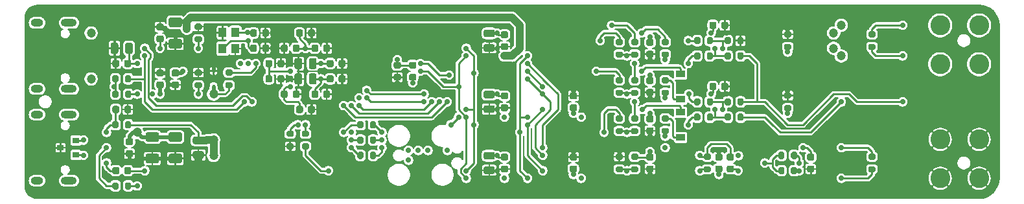
<source format=gbr>
G04 #@! TF.GenerationSoftware,KiCad,Pcbnew,(5.1.10)-1*
G04 #@! TF.CreationDate,2021-11-24T09:21:36-08:00*
G04 #@! TF.ProjectId,UsbSourceMeasureTest,55736253-6f75-4726-9365-4d6561737572,rev?*
G04 #@! TF.SameCoordinates,Original*
G04 #@! TF.FileFunction,Copper,L4,Bot*
G04 #@! TF.FilePolarity,Positive*
%FSLAX46Y46*%
G04 Gerber Fmt 4.6, Leading zero omitted, Abs format (unit mm)*
G04 Created by KiCad (PCBNEW (5.1.10)-1) date 2021-11-24 09:21:36*
%MOMM*%
%LPD*%
G01*
G04 APERTURE LIST*
G04 #@! TA.AperFunction,SMDPad,CuDef*
%ADD10R,1.100000X1.300000*%
G04 #@! TD*
G04 #@! TA.AperFunction,SMDPad,CuDef*
%ADD11R,0.900000X0.800000*%
G04 #@! TD*
G04 #@! TA.AperFunction,SMDPad,CuDef*
%ADD12R,1.200000X0.900000*%
G04 #@! TD*
G04 #@! TA.AperFunction,ComponentPad*
%ADD13O,2.100000X1.000000*%
G04 #@! TD*
G04 #@! TA.AperFunction,ComponentPad*
%ADD14O,1.600000X1.000000*%
G04 #@! TD*
G04 #@! TA.AperFunction,ComponentPad*
%ADD15C,2.600000*%
G04 #@! TD*
G04 #@! TA.AperFunction,SMDPad,CuDef*
%ADD16R,0.450000X0.600000*%
G04 #@! TD*
G04 #@! TA.AperFunction,ViaPad*
%ADD17C,1.200000*%
G04 #@! TD*
G04 #@! TA.AperFunction,ViaPad*
%ADD18C,0.700000*%
G04 #@! TD*
G04 #@! TA.AperFunction,Conductor*
%ADD19C,0.500000*%
G04 #@! TD*
G04 #@! TA.AperFunction,Conductor*
%ADD20C,0.250000*%
G04 #@! TD*
G04 #@! TA.AperFunction,Conductor*
%ADD21C,0.160000*%
G04 #@! TD*
G04 #@! TA.AperFunction,Conductor*
%ADD22C,1.000000*%
G04 #@! TD*
G04 #@! TA.AperFunction,Conductor*
%ADD23C,0.200000*%
G04 #@! TD*
G04 #@! TA.AperFunction,Conductor*
%ADD24C,0.100000*%
G04 #@! TD*
G04 APERTURE END LIST*
G04 #@! TA.AperFunction,SMDPad,CuDef*
G36*
G01*
X130350000Y-29256250D02*
X130350000Y-28743750D01*
G75*
G02*
X130568750Y-28525000I218750J0D01*
G01*
X131006250Y-28525000D01*
G75*
G02*
X131225000Y-28743750I0J-218750D01*
G01*
X131225000Y-29256250D01*
G75*
G02*
X131006250Y-29475000I-218750J0D01*
G01*
X130568750Y-29475000D01*
G75*
G02*
X130350000Y-29256250I0J218750D01*
G01*
G37*
G04 #@! TD.AperFunction*
G04 #@! TA.AperFunction,SMDPad,CuDef*
G36*
G01*
X128775000Y-29256250D02*
X128775000Y-28743750D01*
G75*
G02*
X128993750Y-28525000I218750J0D01*
G01*
X129431250Y-28525000D01*
G75*
G02*
X129650000Y-28743750I0J-218750D01*
G01*
X129650000Y-29256250D01*
G75*
G02*
X129431250Y-29475000I-218750J0D01*
G01*
X128993750Y-29475000D01*
G75*
G02*
X128775000Y-29256250I0J218750D01*
G01*
G37*
G04 #@! TD.AperFunction*
G04 #@! TA.AperFunction,SMDPad,CuDef*
G36*
G01*
X128775000Y-27256250D02*
X128775000Y-26743750D01*
G75*
G02*
X128993750Y-26525000I218750J0D01*
G01*
X129431250Y-26525000D01*
G75*
G02*
X129650000Y-26743750I0J-218750D01*
G01*
X129650000Y-27256250D01*
G75*
G02*
X129431250Y-27475000I-218750J0D01*
G01*
X128993750Y-27475000D01*
G75*
G02*
X128775000Y-27256250I0J218750D01*
G01*
G37*
G04 #@! TD.AperFunction*
G04 #@! TA.AperFunction,SMDPad,CuDef*
G36*
G01*
X130350000Y-27256250D02*
X130350000Y-26743750D01*
G75*
G02*
X130568750Y-26525000I218750J0D01*
G01*
X131006250Y-26525000D01*
G75*
G02*
X131225000Y-26743750I0J-218750D01*
G01*
X131225000Y-27256250D01*
G75*
G02*
X131006250Y-27475000I-218750J0D01*
G01*
X130568750Y-27475000D01*
G75*
G02*
X130350000Y-27256250I0J218750D01*
G01*
G37*
G04 #@! TD.AperFunction*
D10*
X125175000Y-29050000D03*
X125175000Y-26950000D03*
X126825000Y-26950000D03*
X126825000Y-29050000D03*
D11*
X106000000Y-41050000D03*
X106000000Y-42950000D03*
X104000000Y-42000000D03*
G04 #@! TA.AperFunction,SMDPad,CuDef*
G36*
G01*
X130775000Y-31256250D02*
X130775000Y-30743750D01*
G75*
G02*
X130993750Y-30525000I218750J0D01*
G01*
X131431250Y-30525000D01*
G75*
G02*
X131650000Y-30743750I0J-218750D01*
G01*
X131650000Y-31256250D01*
G75*
G02*
X131431250Y-31475000I-218750J0D01*
G01*
X130993750Y-31475000D01*
G75*
G02*
X130775000Y-31256250I0J218750D01*
G01*
G37*
G04 #@! TD.AperFunction*
G04 #@! TA.AperFunction,SMDPad,CuDef*
G36*
G01*
X132350000Y-31256250D02*
X132350000Y-30743750D01*
G75*
G02*
X132568750Y-30525000I218750J0D01*
G01*
X133006250Y-30525000D01*
G75*
G02*
X133225000Y-30743750I0J-218750D01*
G01*
X133225000Y-31256250D01*
G75*
G02*
X133006250Y-31475000I-218750J0D01*
G01*
X132568750Y-31475000D01*
G75*
G02*
X132350000Y-31256250I0J218750D01*
G01*
G37*
G04 #@! TD.AperFunction*
G04 #@! TA.AperFunction,SMDPad,CuDef*
G36*
G01*
X136350000Y-27256250D02*
X136350000Y-26743750D01*
G75*
G02*
X136568750Y-26525000I218750J0D01*
G01*
X137006250Y-26525000D01*
G75*
G02*
X137225000Y-26743750I0J-218750D01*
G01*
X137225000Y-27256250D01*
G75*
G02*
X137006250Y-27475000I-218750J0D01*
G01*
X136568750Y-27475000D01*
G75*
G02*
X136350000Y-27256250I0J218750D01*
G01*
G37*
G04 #@! TD.AperFunction*
G04 #@! TA.AperFunction,SMDPad,CuDef*
G36*
G01*
X134775000Y-27256250D02*
X134775000Y-26743750D01*
G75*
G02*
X134993750Y-26525000I218750J0D01*
G01*
X135431250Y-26525000D01*
G75*
G02*
X135650000Y-26743750I0J-218750D01*
G01*
X135650000Y-27256250D01*
G75*
G02*
X135431250Y-27475000I-218750J0D01*
G01*
X134993750Y-27475000D01*
G75*
G02*
X134775000Y-27256250I0J218750D01*
G01*
G37*
G04 #@! TD.AperFunction*
G04 #@! TA.AperFunction,SMDPad,CuDef*
G36*
G01*
X130775000Y-33256250D02*
X130775000Y-32743750D01*
G75*
G02*
X130993750Y-32525000I218750J0D01*
G01*
X131431250Y-32525000D01*
G75*
G02*
X131650000Y-32743750I0J-218750D01*
G01*
X131650000Y-33256250D01*
G75*
G02*
X131431250Y-33475000I-218750J0D01*
G01*
X130993750Y-33475000D01*
G75*
G02*
X130775000Y-33256250I0J218750D01*
G01*
G37*
G04 #@! TD.AperFunction*
G04 #@! TA.AperFunction,SMDPad,CuDef*
G36*
G01*
X132350000Y-33256250D02*
X132350000Y-32743750D01*
G75*
G02*
X132568750Y-32525000I218750J0D01*
G01*
X133006250Y-32525000D01*
G75*
G02*
X133225000Y-32743750I0J-218750D01*
G01*
X133225000Y-33256250D01*
G75*
G02*
X133006250Y-33475000I-218750J0D01*
G01*
X132568750Y-33475000D01*
G75*
G02*
X132350000Y-33256250I0J218750D01*
G01*
G37*
G04 #@! TD.AperFunction*
G04 #@! TA.AperFunction,SMDPad,CuDef*
G36*
G01*
X171250000Y-43675000D02*
X170750000Y-43675000D01*
G75*
G02*
X170525000Y-43450000I0J225000D01*
G01*
X170525000Y-43000000D01*
G75*
G02*
X170750000Y-42775000I225000J0D01*
G01*
X171250000Y-42775000D01*
G75*
G02*
X171475000Y-43000000I0J-225000D01*
G01*
X171475000Y-43450000D01*
G75*
G02*
X171250000Y-43675000I-225000J0D01*
G01*
G37*
G04 #@! TD.AperFunction*
G04 #@! TA.AperFunction,SMDPad,CuDef*
G36*
G01*
X171250000Y-45225000D02*
X170750000Y-45225000D01*
G75*
G02*
X170525000Y-45000000I0J225000D01*
G01*
X170525000Y-44550000D01*
G75*
G02*
X170750000Y-44325000I225000J0D01*
G01*
X171250000Y-44325000D01*
G75*
G02*
X171475000Y-44550000I0J-225000D01*
G01*
X171475000Y-45000000D01*
G75*
G02*
X171250000Y-45225000I-225000J0D01*
G01*
G37*
G04 #@! TD.AperFunction*
G04 #@! TA.AperFunction,SMDPad,CuDef*
G36*
G01*
X171250000Y-37225000D02*
X170750000Y-37225000D01*
G75*
G02*
X170525000Y-37000000I0J225000D01*
G01*
X170525000Y-36550000D01*
G75*
G02*
X170750000Y-36325000I225000J0D01*
G01*
X171250000Y-36325000D01*
G75*
G02*
X171475000Y-36550000I0J-225000D01*
G01*
X171475000Y-37000000D01*
G75*
G02*
X171250000Y-37225000I-225000J0D01*
G01*
G37*
G04 #@! TD.AperFunction*
G04 #@! TA.AperFunction,SMDPad,CuDef*
G36*
G01*
X171250000Y-35675000D02*
X170750000Y-35675000D01*
G75*
G02*
X170525000Y-35450000I0J225000D01*
G01*
X170525000Y-35000000D01*
G75*
G02*
X170750000Y-34775000I225000J0D01*
G01*
X171250000Y-34775000D01*
G75*
G02*
X171475000Y-35000000I0J-225000D01*
G01*
X171475000Y-35450000D01*
G75*
G02*
X171250000Y-35675000I-225000J0D01*
G01*
G37*
G04 #@! TD.AperFunction*
G04 #@! TA.AperFunction,SMDPad,CuDef*
G36*
G01*
X201750000Y-42775000D02*
X202250000Y-42775000D01*
G75*
G02*
X202475000Y-43000000I0J-225000D01*
G01*
X202475000Y-43450000D01*
G75*
G02*
X202250000Y-43675000I-225000J0D01*
G01*
X201750000Y-43675000D01*
G75*
G02*
X201525000Y-43450000I0J225000D01*
G01*
X201525000Y-43000000D01*
G75*
G02*
X201750000Y-42775000I225000J0D01*
G01*
G37*
G04 #@! TD.AperFunction*
G04 #@! TA.AperFunction,SMDPad,CuDef*
G36*
G01*
X201750000Y-44325000D02*
X202250000Y-44325000D01*
G75*
G02*
X202475000Y-44550000I0J-225000D01*
G01*
X202475000Y-45000000D01*
G75*
G02*
X202250000Y-45225000I-225000J0D01*
G01*
X201750000Y-45225000D01*
G75*
G02*
X201525000Y-45000000I0J225000D01*
G01*
X201525000Y-44550000D01*
G75*
G02*
X201750000Y-44325000I225000J0D01*
G01*
G37*
G04 #@! TD.AperFunction*
G04 #@! TA.AperFunction,SMDPad,CuDef*
G36*
G01*
X198575000Y-42725000D02*
X198575000Y-43275000D01*
G75*
G02*
X198375000Y-43475000I-200000J0D01*
G01*
X197975000Y-43475000D01*
G75*
G02*
X197775000Y-43275000I0J200000D01*
G01*
X197775000Y-42725000D01*
G75*
G02*
X197975000Y-42525000I200000J0D01*
G01*
X198375000Y-42525000D01*
G75*
G02*
X198575000Y-42725000I0J-200000D01*
G01*
G37*
G04 #@! TD.AperFunction*
G04 #@! TA.AperFunction,SMDPad,CuDef*
G36*
G01*
X200225000Y-42725000D02*
X200225000Y-43275000D01*
G75*
G02*
X200025000Y-43475000I-200000J0D01*
G01*
X199625000Y-43475000D01*
G75*
G02*
X199425000Y-43275000I0J200000D01*
G01*
X199425000Y-42725000D01*
G75*
G02*
X199625000Y-42525000I200000J0D01*
G01*
X200025000Y-42525000D01*
G75*
G02*
X200225000Y-42725000I0J-200000D01*
G01*
G37*
G04 #@! TD.AperFunction*
G04 #@! TA.AperFunction,SMDPad,CuDef*
G36*
G01*
X197775000Y-45275000D02*
X197775000Y-44725000D01*
G75*
G02*
X197975000Y-44525000I200000J0D01*
G01*
X198375000Y-44525000D01*
G75*
G02*
X198575000Y-44725000I0J-200000D01*
G01*
X198575000Y-45275000D01*
G75*
G02*
X198375000Y-45475000I-200000J0D01*
G01*
X197975000Y-45475000D01*
G75*
G02*
X197775000Y-45275000I0J200000D01*
G01*
G37*
G04 #@! TD.AperFunction*
G04 #@! TA.AperFunction,SMDPad,CuDef*
G36*
G01*
X199425000Y-45275000D02*
X199425000Y-44725000D01*
G75*
G02*
X199625000Y-44525000I200000J0D01*
G01*
X200025000Y-44525000D01*
G75*
G02*
X200225000Y-44725000I0J-200000D01*
G01*
X200225000Y-45275000D01*
G75*
G02*
X200025000Y-45475000I-200000J0D01*
G01*
X199625000Y-45475000D01*
G75*
G02*
X199425000Y-45275000I0J200000D01*
G01*
G37*
G04 #@! TD.AperFunction*
G04 #@! TA.AperFunction,SMDPad,CuDef*
G36*
G01*
X199275000Y-27575000D02*
X198725000Y-27575000D01*
G75*
G02*
X198525000Y-27375000I0J200000D01*
G01*
X198525000Y-26975000D01*
G75*
G02*
X198725000Y-26775000I200000J0D01*
G01*
X199275000Y-26775000D01*
G75*
G02*
X199475000Y-26975000I0J-200000D01*
G01*
X199475000Y-27375000D01*
G75*
G02*
X199275000Y-27575000I-200000J0D01*
G01*
G37*
G04 #@! TD.AperFunction*
G04 #@! TA.AperFunction,SMDPad,CuDef*
G36*
G01*
X199275000Y-29225000D02*
X198725000Y-29225000D01*
G75*
G02*
X198525000Y-29025000I0J200000D01*
G01*
X198525000Y-28625000D01*
G75*
G02*
X198725000Y-28425000I200000J0D01*
G01*
X199275000Y-28425000D01*
G75*
G02*
X199475000Y-28625000I0J-200000D01*
G01*
X199475000Y-29025000D01*
G75*
G02*
X199275000Y-29225000I-200000J0D01*
G01*
G37*
G04 #@! TD.AperFunction*
G04 #@! TA.AperFunction,SMDPad,CuDef*
G36*
G01*
X210275000Y-29225000D02*
X209725000Y-29225000D01*
G75*
G02*
X209525000Y-29025000I0J200000D01*
G01*
X209525000Y-28625000D01*
G75*
G02*
X209725000Y-28425000I200000J0D01*
G01*
X210275000Y-28425000D01*
G75*
G02*
X210475000Y-28625000I0J-200000D01*
G01*
X210475000Y-29025000D01*
G75*
G02*
X210275000Y-29225000I-200000J0D01*
G01*
G37*
G04 #@! TD.AperFunction*
G04 #@! TA.AperFunction,SMDPad,CuDef*
G36*
G01*
X210275000Y-27575000D02*
X209725000Y-27575000D01*
G75*
G02*
X209525000Y-27375000I0J200000D01*
G01*
X209525000Y-26975000D01*
G75*
G02*
X209725000Y-26775000I200000J0D01*
G01*
X210275000Y-26775000D01*
G75*
G02*
X210475000Y-26975000I0J-200000D01*
G01*
X210475000Y-27375000D01*
G75*
G02*
X210275000Y-27575000I-200000J0D01*
G01*
G37*
G04 #@! TD.AperFunction*
G04 #@! TA.AperFunction,SMDPad,CuDef*
G36*
G01*
X199275000Y-37225000D02*
X198725000Y-37225000D01*
G75*
G02*
X198525000Y-37025000I0J200000D01*
G01*
X198525000Y-36625000D01*
G75*
G02*
X198725000Y-36425000I200000J0D01*
G01*
X199275000Y-36425000D01*
G75*
G02*
X199475000Y-36625000I0J-200000D01*
G01*
X199475000Y-37025000D01*
G75*
G02*
X199275000Y-37225000I-200000J0D01*
G01*
G37*
G04 #@! TD.AperFunction*
G04 #@! TA.AperFunction,SMDPad,CuDef*
G36*
G01*
X199275000Y-35575000D02*
X198725000Y-35575000D01*
G75*
G02*
X198525000Y-35375000I0J200000D01*
G01*
X198525000Y-34975000D01*
G75*
G02*
X198725000Y-34775000I200000J0D01*
G01*
X199275000Y-34775000D01*
G75*
G02*
X199475000Y-34975000I0J-200000D01*
G01*
X199475000Y-35375000D01*
G75*
G02*
X199275000Y-35575000I-200000J0D01*
G01*
G37*
G04 #@! TD.AperFunction*
G04 #@! TA.AperFunction,SMDPad,CuDef*
G36*
G01*
X209725000Y-42775000D02*
X210275000Y-42775000D01*
G75*
G02*
X210475000Y-42975000I0J-200000D01*
G01*
X210475000Y-43375000D01*
G75*
G02*
X210275000Y-43575000I-200000J0D01*
G01*
X209725000Y-43575000D01*
G75*
G02*
X209525000Y-43375000I0J200000D01*
G01*
X209525000Y-42975000D01*
G75*
G02*
X209725000Y-42775000I200000J0D01*
G01*
G37*
G04 #@! TD.AperFunction*
G04 #@! TA.AperFunction,SMDPad,CuDef*
G36*
G01*
X209725000Y-44425000D02*
X210275000Y-44425000D01*
G75*
G02*
X210475000Y-44625000I0J-200000D01*
G01*
X210475000Y-45025000D01*
G75*
G02*
X210275000Y-45225000I-200000J0D01*
G01*
X209725000Y-45225000D01*
G75*
G02*
X209525000Y-45025000I0J200000D01*
G01*
X209525000Y-44625000D01*
G75*
G02*
X209725000Y-44425000I200000J0D01*
G01*
G37*
G04 #@! TD.AperFunction*
G04 #@! TA.AperFunction,SMDPad,CuDef*
G36*
G01*
X180750000Y-37775000D02*
X181250000Y-37775000D01*
G75*
G02*
X181475000Y-38000000I0J-225000D01*
G01*
X181475000Y-38450000D01*
G75*
G02*
X181250000Y-38675000I-225000J0D01*
G01*
X180750000Y-38675000D01*
G75*
G02*
X180525000Y-38450000I0J225000D01*
G01*
X180525000Y-38000000D01*
G75*
G02*
X180750000Y-37775000I225000J0D01*
G01*
G37*
G04 #@! TD.AperFunction*
G04 #@! TA.AperFunction,SMDPad,CuDef*
G36*
G01*
X180750000Y-39325000D02*
X181250000Y-39325000D01*
G75*
G02*
X181475000Y-39550000I0J-225000D01*
G01*
X181475000Y-40000000D01*
G75*
G02*
X181250000Y-40225000I-225000J0D01*
G01*
X180750000Y-40225000D01*
G75*
G02*
X180525000Y-40000000I0J225000D01*
G01*
X180525000Y-39550000D01*
G75*
G02*
X180750000Y-39325000I225000J0D01*
G01*
G37*
G04 #@! TD.AperFunction*
D12*
X185000000Y-37350000D03*
X185000000Y-40650000D03*
G04 #@! TA.AperFunction,SMDPad,CuDef*
G36*
G01*
X178725000Y-39425000D02*
X179275000Y-39425000D01*
G75*
G02*
X179475000Y-39625000I0J-200000D01*
G01*
X179475000Y-40025000D01*
G75*
G02*
X179275000Y-40225000I-200000J0D01*
G01*
X178725000Y-40225000D01*
G75*
G02*
X178525000Y-40025000I0J200000D01*
G01*
X178525000Y-39625000D01*
G75*
G02*
X178725000Y-39425000I200000J0D01*
G01*
G37*
G04 #@! TD.AperFunction*
G04 #@! TA.AperFunction,SMDPad,CuDef*
G36*
G01*
X178725000Y-37775000D02*
X179275000Y-37775000D01*
G75*
G02*
X179475000Y-37975000I0J-200000D01*
G01*
X179475000Y-38375000D01*
G75*
G02*
X179275000Y-38575000I-200000J0D01*
G01*
X178725000Y-38575000D01*
G75*
G02*
X178525000Y-38375000I0J200000D01*
G01*
X178525000Y-37975000D01*
G75*
G02*
X178725000Y-37775000I200000J0D01*
G01*
G37*
G04 #@! TD.AperFunction*
G04 #@! TA.AperFunction,SMDPad,CuDef*
G36*
G01*
X182725000Y-37775000D02*
X183275000Y-37775000D01*
G75*
G02*
X183475000Y-37975000I0J-200000D01*
G01*
X183475000Y-38375000D01*
G75*
G02*
X183275000Y-38575000I-200000J0D01*
G01*
X182725000Y-38575000D01*
G75*
G02*
X182525000Y-38375000I0J200000D01*
G01*
X182525000Y-37975000D01*
G75*
G02*
X182725000Y-37775000I200000J0D01*
G01*
G37*
G04 #@! TD.AperFunction*
G04 #@! TA.AperFunction,SMDPad,CuDef*
G36*
G01*
X182725000Y-39425000D02*
X183275000Y-39425000D01*
G75*
G02*
X183475000Y-39625000I0J-200000D01*
G01*
X183475000Y-40025000D01*
G75*
G02*
X183275000Y-40225000I-200000J0D01*
G01*
X182725000Y-40225000D01*
G75*
G02*
X182525000Y-40025000I0J200000D01*
G01*
X182525000Y-39625000D01*
G75*
G02*
X182725000Y-39425000I200000J0D01*
G01*
G37*
G04 #@! TD.AperFunction*
G04 #@! TA.AperFunction,SMDPad,CuDef*
G36*
G01*
X176725000Y-37775000D02*
X177275000Y-37775000D01*
G75*
G02*
X177475000Y-37975000I0J-200000D01*
G01*
X177475000Y-38375000D01*
G75*
G02*
X177275000Y-38575000I-200000J0D01*
G01*
X176725000Y-38575000D01*
G75*
G02*
X176525000Y-38375000I0J200000D01*
G01*
X176525000Y-37975000D01*
G75*
G02*
X176725000Y-37775000I200000J0D01*
G01*
G37*
G04 #@! TD.AperFunction*
G04 #@! TA.AperFunction,SMDPad,CuDef*
G36*
G01*
X176725000Y-39425000D02*
X177275000Y-39425000D01*
G75*
G02*
X177475000Y-39625000I0J-200000D01*
G01*
X177475000Y-40025000D01*
G75*
G02*
X177275000Y-40225000I-200000J0D01*
G01*
X176725000Y-40225000D01*
G75*
G02*
X176525000Y-40025000I0J200000D01*
G01*
X176525000Y-39625000D01*
G75*
G02*
X176725000Y-39425000I200000J0D01*
G01*
G37*
G04 #@! TD.AperFunction*
G04 #@! TA.AperFunction,SMDPad,CuDef*
G36*
G01*
X180750000Y-34325000D02*
X181250000Y-34325000D01*
G75*
G02*
X181475000Y-34550000I0J-225000D01*
G01*
X181475000Y-35000000D01*
G75*
G02*
X181250000Y-35225000I-225000J0D01*
G01*
X180750000Y-35225000D01*
G75*
G02*
X180525000Y-35000000I0J225000D01*
G01*
X180525000Y-34550000D01*
G75*
G02*
X180750000Y-34325000I225000J0D01*
G01*
G37*
G04 #@! TD.AperFunction*
G04 #@! TA.AperFunction,SMDPad,CuDef*
G36*
G01*
X180750000Y-32775000D02*
X181250000Y-32775000D01*
G75*
G02*
X181475000Y-33000000I0J-225000D01*
G01*
X181475000Y-33450000D01*
G75*
G02*
X181250000Y-33675000I-225000J0D01*
G01*
X180750000Y-33675000D01*
G75*
G02*
X180525000Y-33450000I0J225000D01*
G01*
X180525000Y-33000000D01*
G75*
G02*
X180750000Y-32775000I225000J0D01*
G01*
G37*
G04 #@! TD.AperFunction*
X185000000Y-32350000D03*
X185000000Y-35650000D03*
G04 #@! TA.AperFunction,SMDPad,CuDef*
G36*
G01*
X178725000Y-32775000D02*
X179275000Y-32775000D01*
G75*
G02*
X179475000Y-32975000I0J-200000D01*
G01*
X179475000Y-33375000D01*
G75*
G02*
X179275000Y-33575000I-200000J0D01*
G01*
X178725000Y-33575000D01*
G75*
G02*
X178525000Y-33375000I0J200000D01*
G01*
X178525000Y-32975000D01*
G75*
G02*
X178725000Y-32775000I200000J0D01*
G01*
G37*
G04 #@! TD.AperFunction*
G04 #@! TA.AperFunction,SMDPad,CuDef*
G36*
G01*
X178725000Y-34425000D02*
X179275000Y-34425000D01*
G75*
G02*
X179475000Y-34625000I0J-200000D01*
G01*
X179475000Y-35025000D01*
G75*
G02*
X179275000Y-35225000I-200000J0D01*
G01*
X178725000Y-35225000D01*
G75*
G02*
X178525000Y-35025000I0J200000D01*
G01*
X178525000Y-34625000D01*
G75*
G02*
X178725000Y-34425000I200000J0D01*
G01*
G37*
G04 #@! TD.AperFunction*
G04 #@! TA.AperFunction,SMDPad,CuDef*
G36*
G01*
X182725000Y-34425000D02*
X183275000Y-34425000D01*
G75*
G02*
X183475000Y-34625000I0J-200000D01*
G01*
X183475000Y-35025000D01*
G75*
G02*
X183275000Y-35225000I-200000J0D01*
G01*
X182725000Y-35225000D01*
G75*
G02*
X182525000Y-35025000I0J200000D01*
G01*
X182525000Y-34625000D01*
G75*
G02*
X182725000Y-34425000I200000J0D01*
G01*
G37*
G04 #@! TD.AperFunction*
G04 #@! TA.AperFunction,SMDPad,CuDef*
G36*
G01*
X182725000Y-32775000D02*
X183275000Y-32775000D01*
G75*
G02*
X183475000Y-32975000I0J-200000D01*
G01*
X183475000Y-33375000D01*
G75*
G02*
X183275000Y-33575000I-200000J0D01*
G01*
X182725000Y-33575000D01*
G75*
G02*
X182525000Y-33375000I0J200000D01*
G01*
X182525000Y-32975000D01*
G75*
G02*
X182725000Y-32775000I200000J0D01*
G01*
G37*
G04 #@! TD.AperFunction*
G04 #@! TA.AperFunction,SMDPad,CuDef*
G36*
G01*
X176725000Y-34425000D02*
X177275000Y-34425000D01*
G75*
G02*
X177475000Y-34625000I0J-200000D01*
G01*
X177475000Y-35025000D01*
G75*
G02*
X177275000Y-35225000I-200000J0D01*
G01*
X176725000Y-35225000D01*
G75*
G02*
X176525000Y-35025000I0J200000D01*
G01*
X176525000Y-34625000D01*
G75*
G02*
X176725000Y-34425000I200000J0D01*
G01*
G37*
G04 #@! TD.AperFunction*
G04 #@! TA.AperFunction,SMDPad,CuDef*
G36*
G01*
X176725000Y-32775000D02*
X177275000Y-32775000D01*
G75*
G02*
X177475000Y-32975000I0J-200000D01*
G01*
X177475000Y-33375000D01*
G75*
G02*
X177275000Y-33575000I-200000J0D01*
G01*
X176725000Y-33575000D01*
G75*
G02*
X176525000Y-33375000I0J200000D01*
G01*
X176525000Y-32975000D01*
G75*
G02*
X176725000Y-32775000I200000J0D01*
G01*
G37*
G04 #@! TD.AperFunction*
G04 #@! TA.AperFunction,SMDPad,CuDef*
G36*
G01*
X180750000Y-27775000D02*
X181250000Y-27775000D01*
G75*
G02*
X181475000Y-28000000I0J-225000D01*
G01*
X181475000Y-28450000D01*
G75*
G02*
X181250000Y-28675000I-225000J0D01*
G01*
X180750000Y-28675000D01*
G75*
G02*
X180525000Y-28450000I0J225000D01*
G01*
X180525000Y-28000000D01*
G75*
G02*
X180750000Y-27775000I225000J0D01*
G01*
G37*
G04 #@! TD.AperFunction*
G04 #@! TA.AperFunction,SMDPad,CuDef*
G36*
G01*
X180750000Y-29325000D02*
X181250000Y-29325000D01*
G75*
G02*
X181475000Y-29550000I0J-225000D01*
G01*
X181475000Y-30000000D01*
G75*
G02*
X181250000Y-30225000I-225000J0D01*
G01*
X180750000Y-30225000D01*
G75*
G02*
X180525000Y-30000000I0J225000D01*
G01*
X180525000Y-29550000D01*
G75*
G02*
X180750000Y-29325000I225000J0D01*
G01*
G37*
G04 #@! TD.AperFunction*
G04 #@! TA.AperFunction,SMDPad,CuDef*
G36*
G01*
X178725000Y-27775000D02*
X179275000Y-27775000D01*
G75*
G02*
X179475000Y-27975000I0J-200000D01*
G01*
X179475000Y-28375000D01*
G75*
G02*
X179275000Y-28575000I-200000J0D01*
G01*
X178725000Y-28575000D01*
G75*
G02*
X178525000Y-28375000I0J200000D01*
G01*
X178525000Y-27975000D01*
G75*
G02*
X178725000Y-27775000I200000J0D01*
G01*
G37*
G04 #@! TD.AperFunction*
G04 #@! TA.AperFunction,SMDPad,CuDef*
G36*
G01*
X178725000Y-29425000D02*
X179275000Y-29425000D01*
G75*
G02*
X179475000Y-29625000I0J-200000D01*
G01*
X179475000Y-30025000D01*
G75*
G02*
X179275000Y-30225000I-200000J0D01*
G01*
X178725000Y-30225000D01*
G75*
G02*
X178525000Y-30025000I0J200000D01*
G01*
X178525000Y-29625000D01*
G75*
G02*
X178725000Y-29425000I200000J0D01*
G01*
G37*
G04 #@! TD.AperFunction*
G04 #@! TA.AperFunction,SMDPad,CuDef*
G36*
G01*
X182725000Y-29425000D02*
X183275000Y-29425000D01*
G75*
G02*
X183475000Y-29625000I0J-200000D01*
G01*
X183475000Y-30025000D01*
G75*
G02*
X183275000Y-30225000I-200000J0D01*
G01*
X182725000Y-30225000D01*
G75*
G02*
X182525000Y-30025000I0J200000D01*
G01*
X182525000Y-29625000D01*
G75*
G02*
X182725000Y-29425000I200000J0D01*
G01*
G37*
G04 #@! TD.AperFunction*
G04 #@! TA.AperFunction,SMDPad,CuDef*
G36*
G01*
X182725000Y-27775000D02*
X183275000Y-27775000D01*
G75*
G02*
X183475000Y-27975000I0J-200000D01*
G01*
X183475000Y-28375000D01*
G75*
G02*
X183275000Y-28575000I-200000J0D01*
G01*
X182725000Y-28575000D01*
G75*
G02*
X182525000Y-28375000I0J200000D01*
G01*
X182525000Y-27975000D01*
G75*
G02*
X182725000Y-27775000I200000J0D01*
G01*
G37*
G04 #@! TD.AperFunction*
G04 #@! TA.AperFunction,SMDPad,CuDef*
G36*
G01*
X176725000Y-29425000D02*
X177275000Y-29425000D01*
G75*
G02*
X177475000Y-29625000I0J-200000D01*
G01*
X177475000Y-30025000D01*
G75*
G02*
X177275000Y-30225000I-200000J0D01*
G01*
X176725000Y-30225000D01*
G75*
G02*
X176525000Y-30025000I0J200000D01*
G01*
X176525000Y-29625000D01*
G75*
G02*
X176725000Y-29425000I200000J0D01*
G01*
G37*
G04 #@! TD.AperFunction*
G04 #@! TA.AperFunction,SMDPad,CuDef*
G36*
G01*
X176725000Y-27775000D02*
X177275000Y-27775000D01*
G75*
G02*
X177475000Y-27975000I0J-200000D01*
G01*
X177475000Y-28375000D01*
G75*
G02*
X177275000Y-28575000I-200000J0D01*
G01*
X176725000Y-28575000D01*
G75*
G02*
X176525000Y-28375000I0J200000D01*
G01*
X176525000Y-27975000D01*
G75*
G02*
X176725000Y-27775000I200000J0D01*
G01*
G37*
G04 #@! TD.AperFunction*
G04 #@! TA.AperFunction,SMDPad,CuDef*
G36*
G01*
X190325000Y-34250000D02*
X190325000Y-33750000D01*
G75*
G02*
X190550000Y-33525000I225000J0D01*
G01*
X191000000Y-33525000D01*
G75*
G02*
X191225000Y-33750000I0J-225000D01*
G01*
X191225000Y-34250000D01*
G75*
G02*
X191000000Y-34475000I-225000J0D01*
G01*
X190550000Y-34475000D01*
G75*
G02*
X190325000Y-34250000I0J225000D01*
G01*
G37*
G04 #@! TD.AperFunction*
G04 #@! TA.AperFunction,SMDPad,CuDef*
G36*
G01*
X188775000Y-34250000D02*
X188775000Y-33750000D01*
G75*
G02*
X189000000Y-33525000I225000J0D01*
G01*
X189450000Y-33525000D01*
G75*
G02*
X189675000Y-33750000I0J-225000D01*
G01*
X189675000Y-34250000D01*
G75*
G02*
X189450000Y-34475000I-225000J0D01*
G01*
X189000000Y-34475000D01*
G75*
G02*
X188775000Y-34250000I0J225000D01*
G01*
G37*
G04 #@! TD.AperFunction*
G04 #@! TA.AperFunction,SMDPad,CuDef*
G36*
G01*
X191575000Y-35725000D02*
X191575000Y-36275000D01*
G75*
G02*
X191375000Y-36475000I-200000J0D01*
G01*
X190975000Y-36475000D01*
G75*
G02*
X190775000Y-36275000I0J200000D01*
G01*
X190775000Y-35725000D01*
G75*
G02*
X190975000Y-35525000I200000J0D01*
G01*
X191375000Y-35525000D01*
G75*
G02*
X191575000Y-35725000I0J-200000D01*
G01*
G37*
G04 #@! TD.AperFunction*
G04 #@! TA.AperFunction,SMDPad,CuDef*
G36*
G01*
X193225000Y-35725000D02*
X193225000Y-36275000D01*
G75*
G02*
X193025000Y-36475000I-200000J0D01*
G01*
X192625000Y-36475000D01*
G75*
G02*
X192425000Y-36275000I0J200000D01*
G01*
X192425000Y-35725000D01*
G75*
G02*
X192625000Y-35525000I200000J0D01*
G01*
X193025000Y-35525000D01*
G75*
G02*
X193225000Y-35725000I0J-200000D01*
G01*
G37*
G04 #@! TD.AperFunction*
G04 #@! TA.AperFunction,SMDPad,CuDef*
G36*
G01*
X193225000Y-37725000D02*
X193225000Y-38275000D01*
G75*
G02*
X193025000Y-38475000I-200000J0D01*
G01*
X192625000Y-38475000D01*
G75*
G02*
X192425000Y-38275000I0J200000D01*
G01*
X192425000Y-37725000D01*
G75*
G02*
X192625000Y-37525000I200000J0D01*
G01*
X193025000Y-37525000D01*
G75*
G02*
X193225000Y-37725000I0J-200000D01*
G01*
G37*
G04 #@! TD.AperFunction*
G04 #@! TA.AperFunction,SMDPad,CuDef*
G36*
G01*
X191575000Y-37725000D02*
X191575000Y-38275000D01*
G75*
G02*
X191375000Y-38475000I-200000J0D01*
G01*
X190975000Y-38475000D01*
G75*
G02*
X190775000Y-38275000I0J200000D01*
G01*
X190775000Y-37725000D01*
G75*
G02*
X190975000Y-37525000I200000J0D01*
G01*
X191375000Y-37525000D01*
G75*
G02*
X191575000Y-37725000I0J-200000D01*
G01*
G37*
G04 #@! TD.AperFunction*
G04 #@! TA.AperFunction,SMDPad,CuDef*
G36*
G01*
X188425000Y-36275000D02*
X188425000Y-35725000D01*
G75*
G02*
X188625000Y-35525000I200000J0D01*
G01*
X189025000Y-35525000D01*
G75*
G02*
X189225000Y-35725000I0J-200000D01*
G01*
X189225000Y-36275000D01*
G75*
G02*
X189025000Y-36475000I-200000J0D01*
G01*
X188625000Y-36475000D01*
G75*
G02*
X188425000Y-36275000I0J200000D01*
G01*
G37*
G04 #@! TD.AperFunction*
G04 #@! TA.AperFunction,SMDPad,CuDef*
G36*
G01*
X186775000Y-36275000D02*
X186775000Y-35725000D01*
G75*
G02*
X186975000Y-35525000I200000J0D01*
G01*
X187375000Y-35525000D01*
G75*
G02*
X187575000Y-35725000I0J-200000D01*
G01*
X187575000Y-36275000D01*
G75*
G02*
X187375000Y-36475000I-200000J0D01*
G01*
X186975000Y-36475000D01*
G75*
G02*
X186775000Y-36275000I0J200000D01*
G01*
G37*
G04 #@! TD.AperFunction*
G04 #@! TA.AperFunction,SMDPad,CuDef*
G36*
G01*
X186775000Y-38275000D02*
X186775000Y-37725000D01*
G75*
G02*
X186975000Y-37525000I200000J0D01*
G01*
X187375000Y-37525000D01*
G75*
G02*
X187575000Y-37725000I0J-200000D01*
G01*
X187575000Y-38275000D01*
G75*
G02*
X187375000Y-38475000I-200000J0D01*
G01*
X186975000Y-38475000D01*
G75*
G02*
X186775000Y-38275000I0J200000D01*
G01*
G37*
G04 #@! TD.AperFunction*
G04 #@! TA.AperFunction,SMDPad,CuDef*
G36*
G01*
X188425000Y-38275000D02*
X188425000Y-37725000D01*
G75*
G02*
X188625000Y-37525000I200000J0D01*
G01*
X189025000Y-37525000D01*
G75*
G02*
X189225000Y-37725000I0J-200000D01*
G01*
X189225000Y-38275000D01*
G75*
G02*
X189025000Y-38475000I-200000J0D01*
G01*
X188625000Y-38475000D01*
G75*
G02*
X188425000Y-38275000I0J200000D01*
G01*
G37*
G04 #@! TD.AperFunction*
G04 #@! TA.AperFunction,SMDPad,CuDef*
G36*
G01*
X190250000Y-45225000D02*
X189750000Y-45225000D01*
G75*
G02*
X189525000Y-45000000I0J225000D01*
G01*
X189525000Y-44550000D01*
G75*
G02*
X189750000Y-44325000I225000J0D01*
G01*
X190250000Y-44325000D01*
G75*
G02*
X190475000Y-44550000I0J-225000D01*
G01*
X190475000Y-45000000D01*
G75*
G02*
X190250000Y-45225000I-225000J0D01*
G01*
G37*
G04 #@! TD.AperFunction*
G04 #@! TA.AperFunction,SMDPad,CuDef*
G36*
G01*
X190250000Y-43675000D02*
X189750000Y-43675000D01*
G75*
G02*
X189525000Y-43450000I0J225000D01*
G01*
X189525000Y-43000000D01*
G75*
G02*
X189750000Y-42775000I225000J0D01*
G01*
X190250000Y-42775000D01*
G75*
G02*
X190475000Y-43000000I0J-225000D01*
G01*
X190475000Y-43450000D01*
G75*
G02*
X190250000Y-43675000I-225000J0D01*
G01*
G37*
G04 #@! TD.AperFunction*
G04 #@! TA.AperFunction,SMDPad,CuDef*
G36*
G01*
X188775000Y-45225000D02*
X188225000Y-45225000D01*
G75*
G02*
X188025000Y-45025000I0J200000D01*
G01*
X188025000Y-44625000D01*
G75*
G02*
X188225000Y-44425000I200000J0D01*
G01*
X188775000Y-44425000D01*
G75*
G02*
X188975000Y-44625000I0J-200000D01*
G01*
X188975000Y-45025000D01*
G75*
G02*
X188775000Y-45225000I-200000J0D01*
G01*
G37*
G04 #@! TD.AperFunction*
G04 #@! TA.AperFunction,SMDPad,CuDef*
G36*
G01*
X188775000Y-43575000D02*
X188225000Y-43575000D01*
G75*
G02*
X188025000Y-43375000I0J200000D01*
G01*
X188025000Y-42975000D01*
G75*
G02*
X188225000Y-42775000I200000J0D01*
G01*
X188775000Y-42775000D01*
G75*
G02*
X188975000Y-42975000I0J-200000D01*
G01*
X188975000Y-43375000D01*
G75*
G02*
X188775000Y-43575000I-200000J0D01*
G01*
G37*
G04 #@! TD.AperFunction*
G04 #@! TA.AperFunction,SMDPad,CuDef*
G36*
G01*
X188775000Y-26250000D02*
X188775000Y-25750000D01*
G75*
G02*
X189000000Y-25525000I225000J0D01*
G01*
X189450000Y-25525000D01*
G75*
G02*
X189675000Y-25750000I0J-225000D01*
G01*
X189675000Y-26250000D01*
G75*
G02*
X189450000Y-26475000I-225000J0D01*
G01*
X189000000Y-26475000D01*
G75*
G02*
X188775000Y-26250000I0J225000D01*
G01*
G37*
G04 #@! TD.AperFunction*
G04 #@! TA.AperFunction,SMDPad,CuDef*
G36*
G01*
X190325000Y-26250000D02*
X190325000Y-25750000D01*
G75*
G02*
X190550000Y-25525000I225000J0D01*
G01*
X191000000Y-25525000D01*
G75*
G02*
X191225000Y-25750000I0J-225000D01*
G01*
X191225000Y-26250000D01*
G75*
G02*
X191000000Y-26475000I-225000J0D01*
G01*
X190550000Y-26475000D01*
G75*
G02*
X190325000Y-26250000I0J225000D01*
G01*
G37*
G04 #@! TD.AperFunction*
G04 #@! TA.AperFunction,SMDPad,CuDef*
G36*
G01*
X193225000Y-27725000D02*
X193225000Y-28275000D01*
G75*
G02*
X193025000Y-28475000I-200000J0D01*
G01*
X192625000Y-28475000D01*
G75*
G02*
X192425000Y-28275000I0J200000D01*
G01*
X192425000Y-27725000D01*
G75*
G02*
X192625000Y-27525000I200000J0D01*
G01*
X193025000Y-27525000D01*
G75*
G02*
X193225000Y-27725000I0J-200000D01*
G01*
G37*
G04 #@! TD.AperFunction*
G04 #@! TA.AperFunction,SMDPad,CuDef*
G36*
G01*
X191575000Y-27725000D02*
X191575000Y-28275000D01*
G75*
G02*
X191375000Y-28475000I-200000J0D01*
G01*
X190975000Y-28475000D01*
G75*
G02*
X190775000Y-28275000I0J200000D01*
G01*
X190775000Y-27725000D01*
G75*
G02*
X190975000Y-27525000I200000J0D01*
G01*
X191375000Y-27525000D01*
G75*
G02*
X191575000Y-27725000I0J-200000D01*
G01*
G37*
G04 #@! TD.AperFunction*
G04 #@! TA.AperFunction,SMDPad,CuDef*
G36*
G01*
X191575000Y-29725000D02*
X191575000Y-30275000D01*
G75*
G02*
X191375000Y-30475000I-200000J0D01*
G01*
X190975000Y-30475000D01*
G75*
G02*
X190775000Y-30275000I0J200000D01*
G01*
X190775000Y-29725000D01*
G75*
G02*
X190975000Y-29525000I200000J0D01*
G01*
X191375000Y-29525000D01*
G75*
G02*
X191575000Y-29725000I0J-200000D01*
G01*
G37*
G04 #@! TD.AperFunction*
G04 #@! TA.AperFunction,SMDPad,CuDef*
G36*
G01*
X193225000Y-29725000D02*
X193225000Y-30275000D01*
G75*
G02*
X193025000Y-30475000I-200000J0D01*
G01*
X192625000Y-30475000D01*
G75*
G02*
X192425000Y-30275000I0J200000D01*
G01*
X192425000Y-29725000D01*
G75*
G02*
X192625000Y-29525000I200000J0D01*
G01*
X193025000Y-29525000D01*
G75*
G02*
X193225000Y-29725000I0J-200000D01*
G01*
G37*
G04 #@! TD.AperFunction*
G04 #@! TA.AperFunction,SMDPad,CuDef*
G36*
G01*
X188425000Y-28275000D02*
X188425000Y-27725000D01*
G75*
G02*
X188625000Y-27525000I200000J0D01*
G01*
X189025000Y-27525000D01*
G75*
G02*
X189225000Y-27725000I0J-200000D01*
G01*
X189225000Y-28275000D01*
G75*
G02*
X189025000Y-28475000I-200000J0D01*
G01*
X188625000Y-28475000D01*
G75*
G02*
X188425000Y-28275000I0J200000D01*
G01*
G37*
G04 #@! TD.AperFunction*
G04 #@! TA.AperFunction,SMDPad,CuDef*
G36*
G01*
X186775000Y-28275000D02*
X186775000Y-27725000D01*
G75*
G02*
X186975000Y-27525000I200000J0D01*
G01*
X187375000Y-27525000D01*
G75*
G02*
X187575000Y-27725000I0J-200000D01*
G01*
X187575000Y-28275000D01*
G75*
G02*
X187375000Y-28475000I-200000J0D01*
G01*
X186975000Y-28475000D01*
G75*
G02*
X186775000Y-28275000I0J200000D01*
G01*
G37*
G04 #@! TD.AperFunction*
G04 #@! TA.AperFunction,SMDPad,CuDef*
G36*
G01*
X188425000Y-30275000D02*
X188425000Y-29725000D01*
G75*
G02*
X188625000Y-29525000I200000J0D01*
G01*
X189025000Y-29525000D01*
G75*
G02*
X189225000Y-29725000I0J-200000D01*
G01*
X189225000Y-30275000D01*
G75*
G02*
X189025000Y-30475000I-200000J0D01*
G01*
X188625000Y-30475000D01*
G75*
G02*
X188425000Y-30275000I0J200000D01*
G01*
G37*
G04 #@! TD.AperFunction*
G04 #@! TA.AperFunction,SMDPad,CuDef*
G36*
G01*
X186775000Y-30275000D02*
X186775000Y-29725000D01*
G75*
G02*
X186975000Y-29525000I200000J0D01*
G01*
X187375000Y-29525000D01*
G75*
G02*
X187575000Y-29725000I0J-200000D01*
G01*
X187575000Y-30275000D01*
G75*
G02*
X187375000Y-30475000I-200000J0D01*
G01*
X186975000Y-30475000D01*
G75*
G02*
X186775000Y-30275000I0J200000D01*
G01*
G37*
G04 #@! TD.AperFunction*
G04 #@! TA.AperFunction,SMDPad,CuDef*
G36*
G01*
X161750000Y-44325000D02*
X162250000Y-44325000D01*
G75*
G02*
X162475000Y-44550000I0J-225000D01*
G01*
X162475000Y-45000000D01*
G75*
G02*
X162250000Y-45225000I-225000J0D01*
G01*
X161750000Y-45225000D01*
G75*
G02*
X161525000Y-45000000I0J225000D01*
G01*
X161525000Y-44550000D01*
G75*
G02*
X161750000Y-44325000I225000J0D01*
G01*
G37*
G04 #@! TD.AperFunction*
G04 #@! TA.AperFunction,SMDPad,CuDef*
G36*
G01*
X161750000Y-42775000D02*
X162250000Y-42775000D01*
G75*
G02*
X162475000Y-43000000I0J-225000D01*
G01*
X162475000Y-43450000D01*
G75*
G02*
X162250000Y-43675000I-225000J0D01*
G01*
X161750000Y-43675000D01*
G75*
G02*
X161525000Y-43450000I0J225000D01*
G01*
X161525000Y-43000000D01*
G75*
G02*
X161750000Y-42775000I225000J0D01*
G01*
G37*
G04 #@! TD.AperFunction*
G04 #@! TA.AperFunction,SMDPad,CuDef*
G36*
G01*
X159525000Y-42550000D02*
X160475000Y-42550000D01*
G75*
G02*
X160725000Y-42800000I0J-250000D01*
G01*
X160725000Y-43300000D01*
G75*
G02*
X160475000Y-43550000I-250000J0D01*
G01*
X159525000Y-43550000D01*
G75*
G02*
X159275000Y-43300000I0J250000D01*
G01*
X159275000Y-42800000D01*
G75*
G02*
X159525000Y-42550000I250000J0D01*
G01*
G37*
G04 #@! TD.AperFunction*
G04 #@! TA.AperFunction,SMDPad,CuDef*
G36*
G01*
X159525000Y-44450000D02*
X160475000Y-44450000D01*
G75*
G02*
X160725000Y-44700000I0J-250000D01*
G01*
X160725000Y-45200000D01*
G75*
G02*
X160475000Y-45450000I-250000J0D01*
G01*
X159525000Y-45450000D01*
G75*
G02*
X159275000Y-45200000I0J250000D01*
G01*
X159275000Y-44700000D01*
G75*
G02*
X159525000Y-44450000I250000J0D01*
G01*
G37*
G04 #@! TD.AperFunction*
G04 #@! TA.AperFunction,SMDPad,CuDef*
G36*
G01*
X161750000Y-36325000D02*
X162250000Y-36325000D01*
G75*
G02*
X162475000Y-36550000I0J-225000D01*
G01*
X162475000Y-37000000D01*
G75*
G02*
X162250000Y-37225000I-225000J0D01*
G01*
X161750000Y-37225000D01*
G75*
G02*
X161525000Y-37000000I0J225000D01*
G01*
X161525000Y-36550000D01*
G75*
G02*
X161750000Y-36325000I225000J0D01*
G01*
G37*
G04 #@! TD.AperFunction*
G04 #@! TA.AperFunction,SMDPad,CuDef*
G36*
G01*
X161750000Y-34775000D02*
X162250000Y-34775000D01*
G75*
G02*
X162475000Y-35000000I0J-225000D01*
G01*
X162475000Y-35450000D01*
G75*
G02*
X162250000Y-35675000I-225000J0D01*
G01*
X161750000Y-35675000D01*
G75*
G02*
X161525000Y-35450000I0J225000D01*
G01*
X161525000Y-35000000D01*
G75*
G02*
X161750000Y-34775000I225000J0D01*
G01*
G37*
G04 #@! TD.AperFunction*
G04 #@! TA.AperFunction,SMDPad,CuDef*
G36*
G01*
X159525000Y-36450000D02*
X160475000Y-36450000D01*
G75*
G02*
X160725000Y-36700000I0J-250000D01*
G01*
X160725000Y-37200000D01*
G75*
G02*
X160475000Y-37450000I-250000J0D01*
G01*
X159525000Y-37450000D01*
G75*
G02*
X159275000Y-37200000I0J250000D01*
G01*
X159275000Y-36700000D01*
G75*
G02*
X159525000Y-36450000I250000J0D01*
G01*
G37*
G04 #@! TD.AperFunction*
G04 #@! TA.AperFunction,SMDPad,CuDef*
G36*
G01*
X159525000Y-34550000D02*
X160475000Y-34550000D01*
G75*
G02*
X160725000Y-34800000I0J-250000D01*
G01*
X160725000Y-35300000D01*
G75*
G02*
X160475000Y-35550000I-250000J0D01*
G01*
X159525000Y-35550000D01*
G75*
G02*
X159275000Y-35300000I0J250000D01*
G01*
X159275000Y-34800000D01*
G75*
G02*
X159525000Y-34550000I250000J0D01*
G01*
G37*
G04 #@! TD.AperFunction*
G04 #@! TA.AperFunction,SMDPad,CuDef*
G36*
G01*
X161750000Y-26775000D02*
X162250000Y-26775000D01*
G75*
G02*
X162475000Y-27000000I0J-225000D01*
G01*
X162475000Y-27450000D01*
G75*
G02*
X162250000Y-27675000I-225000J0D01*
G01*
X161750000Y-27675000D01*
G75*
G02*
X161525000Y-27450000I0J225000D01*
G01*
X161525000Y-27000000D01*
G75*
G02*
X161750000Y-26775000I225000J0D01*
G01*
G37*
G04 #@! TD.AperFunction*
G04 #@! TA.AperFunction,SMDPad,CuDef*
G36*
G01*
X161750000Y-28325000D02*
X162250000Y-28325000D01*
G75*
G02*
X162475000Y-28550000I0J-225000D01*
G01*
X162475000Y-29000000D01*
G75*
G02*
X162250000Y-29225000I-225000J0D01*
G01*
X161750000Y-29225000D01*
G75*
G02*
X161525000Y-29000000I0J225000D01*
G01*
X161525000Y-28550000D01*
G75*
G02*
X161750000Y-28325000I225000J0D01*
G01*
G37*
G04 #@! TD.AperFunction*
G04 #@! TA.AperFunction,SMDPad,CuDef*
G36*
G01*
X159525000Y-28450000D02*
X160475000Y-28450000D01*
G75*
G02*
X160725000Y-28700000I0J-250000D01*
G01*
X160725000Y-29200000D01*
G75*
G02*
X160475000Y-29450000I-250000J0D01*
G01*
X159525000Y-29450000D01*
G75*
G02*
X159275000Y-29200000I0J250000D01*
G01*
X159275000Y-28700000D01*
G75*
G02*
X159525000Y-28450000I250000J0D01*
G01*
G37*
G04 #@! TD.AperFunction*
G04 #@! TA.AperFunction,SMDPad,CuDef*
G36*
G01*
X159525000Y-26550000D02*
X160475000Y-26550000D01*
G75*
G02*
X160725000Y-26800000I0J-250000D01*
G01*
X160725000Y-27300000D01*
G75*
G02*
X160475000Y-27550000I-250000J0D01*
G01*
X159525000Y-27550000D01*
G75*
G02*
X159275000Y-27300000I0J250000D01*
G01*
X159275000Y-26800000D01*
G75*
G02*
X159525000Y-26550000I250000J0D01*
G01*
G37*
G04 #@! TD.AperFunction*
D13*
X105105000Y-37680000D03*
X105105000Y-46320000D03*
D14*
X100925000Y-37680000D03*
X100925000Y-46320000D03*
G04 #@! TA.AperFunction,SMDPad,CuDef*
G36*
G01*
X112425000Y-33275000D02*
X112425000Y-32725000D01*
G75*
G02*
X112625000Y-32525000I200000J0D01*
G01*
X113025000Y-32525000D01*
G75*
G02*
X113225000Y-32725000I0J-200000D01*
G01*
X113225000Y-33275000D01*
G75*
G02*
X113025000Y-33475000I-200000J0D01*
G01*
X112625000Y-33475000D01*
G75*
G02*
X112425000Y-33275000I0J200000D01*
G01*
G37*
G04 #@! TD.AperFunction*
G04 #@! TA.AperFunction,SMDPad,CuDef*
G36*
G01*
X110775000Y-33275000D02*
X110775000Y-32725000D01*
G75*
G02*
X110975000Y-32525000I200000J0D01*
G01*
X111375000Y-32525000D01*
G75*
G02*
X111575000Y-32725000I0J-200000D01*
G01*
X111575000Y-33275000D01*
G75*
G02*
X111375000Y-33475000I-200000J0D01*
G01*
X110975000Y-33475000D01*
G75*
G02*
X110775000Y-33275000I0J200000D01*
G01*
G37*
G04 #@! TD.AperFunction*
G04 #@! TA.AperFunction,SMDPad,CuDef*
G36*
G01*
X112425000Y-35275000D02*
X112425000Y-34725000D01*
G75*
G02*
X112625000Y-34525000I200000J0D01*
G01*
X113025000Y-34525000D01*
G75*
G02*
X113225000Y-34725000I0J-200000D01*
G01*
X113225000Y-35275000D01*
G75*
G02*
X113025000Y-35475000I-200000J0D01*
G01*
X112625000Y-35475000D01*
G75*
G02*
X112425000Y-35275000I0J200000D01*
G01*
G37*
G04 #@! TD.AperFunction*
G04 #@! TA.AperFunction,SMDPad,CuDef*
G36*
G01*
X110775000Y-35275000D02*
X110775000Y-34725000D01*
G75*
G02*
X110975000Y-34525000I200000J0D01*
G01*
X111375000Y-34525000D01*
G75*
G02*
X111575000Y-34725000I0J-200000D01*
G01*
X111575000Y-35275000D01*
G75*
G02*
X111375000Y-35475000I-200000J0D01*
G01*
X110975000Y-35475000D01*
G75*
G02*
X110775000Y-35275000I0J200000D01*
G01*
G37*
G04 #@! TD.AperFunction*
G04 #@! TA.AperFunction,SMDPad,CuDef*
G36*
G01*
X122275000Y-34225000D02*
X121725000Y-34225000D01*
G75*
G02*
X121525000Y-34025000I0J200000D01*
G01*
X121525000Y-33625000D01*
G75*
G02*
X121725000Y-33425000I200000J0D01*
G01*
X122275000Y-33425000D01*
G75*
G02*
X122475000Y-33625000I0J-200000D01*
G01*
X122475000Y-34025000D01*
G75*
G02*
X122275000Y-34225000I-200000J0D01*
G01*
G37*
G04 #@! TD.AperFunction*
G04 #@! TA.AperFunction,SMDPad,CuDef*
G36*
G01*
X122275000Y-32575000D02*
X121725000Y-32575000D01*
G75*
G02*
X121525000Y-32375000I0J200000D01*
G01*
X121525000Y-31975000D01*
G75*
G02*
X121725000Y-31775000I200000J0D01*
G01*
X122275000Y-31775000D01*
G75*
G02*
X122475000Y-31975000I0J-200000D01*
G01*
X122475000Y-32375000D01*
G75*
G02*
X122275000Y-32575000I-200000J0D01*
G01*
G37*
G04 #@! TD.AperFunction*
G04 #@! TA.AperFunction,SMDPad,CuDef*
G36*
G01*
X122275000Y-28225000D02*
X121725000Y-28225000D01*
G75*
G02*
X121525000Y-28025000I0J200000D01*
G01*
X121525000Y-27625000D01*
G75*
G02*
X121725000Y-27425000I200000J0D01*
G01*
X122275000Y-27425000D01*
G75*
G02*
X122475000Y-27625000I0J-200000D01*
G01*
X122475000Y-28025000D01*
G75*
G02*
X122275000Y-28225000I-200000J0D01*
G01*
G37*
G04 #@! TD.AperFunction*
G04 #@! TA.AperFunction,SMDPad,CuDef*
G36*
G01*
X122275000Y-26575000D02*
X121725000Y-26575000D01*
G75*
G02*
X121525000Y-26375000I0J200000D01*
G01*
X121525000Y-25975000D01*
G75*
G02*
X121725000Y-25775000I200000J0D01*
G01*
X122275000Y-25775000D01*
G75*
G02*
X122475000Y-25975000I0J-200000D01*
G01*
X122475000Y-26375000D01*
G75*
G02*
X122275000Y-26575000I-200000J0D01*
G01*
G37*
G04 #@! TD.AperFunction*
G04 #@! TA.AperFunction,SMDPad,CuDef*
G36*
G01*
X136775000Y-29250000D02*
X136775000Y-28750000D01*
G75*
G02*
X137000000Y-28525000I225000J0D01*
G01*
X137450000Y-28525000D01*
G75*
G02*
X137675000Y-28750000I0J-225000D01*
G01*
X137675000Y-29250000D01*
G75*
G02*
X137450000Y-29475000I-225000J0D01*
G01*
X137000000Y-29475000D01*
G75*
G02*
X136775000Y-29250000I0J225000D01*
G01*
G37*
G04 #@! TD.AperFunction*
G04 #@! TA.AperFunction,SMDPad,CuDef*
G36*
G01*
X138325000Y-29250000D02*
X138325000Y-28750000D01*
G75*
G02*
X138550000Y-28525000I225000J0D01*
G01*
X139000000Y-28525000D01*
G75*
G02*
X139225000Y-28750000I0J-225000D01*
G01*
X139225000Y-29250000D01*
G75*
G02*
X139000000Y-29475000I-225000J0D01*
G01*
X138550000Y-29475000D01*
G75*
G02*
X138325000Y-29250000I0J225000D01*
G01*
G37*
G04 #@! TD.AperFunction*
G04 #@! TA.AperFunction,SMDPad,CuDef*
G36*
G01*
X136325000Y-37250000D02*
X136325000Y-36750000D01*
G75*
G02*
X136550000Y-36525000I225000J0D01*
G01*
X137000000Y-36525000D01*
G75*
G02*
X137225000Y-36750000I0J-225000D01*
G01*
X137225000Y-37250000D01*
G75*
G02*
X137000000Y-37475000I-225000J0D01*
G01*
X136550000Y-37475000D01*
G75*
G02*
X136325000Y-37250000I0J225000D01*
G01*
G37*
G04 #@! TD.AperFunction*
G04 #@! TA.AperFunction,SMDPad,CuDef*
G36*
G01*
X134775000Y-37250000D02*
X134775000Y-36750000D01*
G75*
G02*
X135000000Y-36525000I225000J0D01*
G01*
X135450000Y-36525000D01*
G75*
G02*
X135675000Y-36750000I0J-225000D01*
G01*
X135675000Y-37250000D01*
G75*
G02*
X135450000Y-37475000I-225000J0D01*
G01*
X135000000Y-37475000D01*
G75*
G02*
X134775000Y-37250000I0J225000D01*
G01*
G37*
G04 #@! TD.AperFunction*
G04 #@! TA.AperFunction,SMDPad,CuDef*
G36*
G01*
X132775000Y-35250000D02*
X132775000Y-34750000D01*
G75*
G02*
X133000000Y-34525000I225000J0D01*
G01*
X133450000Y-34525000D01*
G75*
G02*
X133675000Y-34750000I0J-225000D01*
G01*
X133675000Y-35250000D01*
G75*
G02*
X133450000Y-35475000I-225000J0D01*
G01*
X133000000Y-35475000D01*
G75*
G02*
X132775000Y-35250000I0J225000D01*
G01*
G37*
G04 #@! TD.AperFunction*
G04 #@! TA.AperFunction,SMDPad,CuDef*
G36*
G01*
X134325000Y-35250000D02*
X134325000Y-34750000D01*
G75*
G02*
X134550000Y-34525000I225000J0D01*
G01*
X135000000Y-34525000D01*
G75*
G02*
X135225000Y-34750000I0J-225000D01*
G01*
X135225000Y-35250000D01*
G75*
G02*
X135000000Y-35475000I-225000J0D01*
G01*
X134550000Y-35475000D01*
G75*
G02*
X134325000Y-35250000I0J225000D01*
G01*
G37*
G04 #@! TD.AperFunction*
G04 #@! TA.AperFunction,SMDPad,CuDef*
G36*
G01*
X138775000Y-31250000D02*
X138775000Y-30750000D01*
G75*
G02*
X139000000Y-30525000I225000J0D01*
G01*
X139450000Y-30525000D01*
G75*
G02*
X139675000Y-30750000I0J-225000D01*
G01*
X139675000Y-31250000D01*
G75*
G02*
X139450000Y-31475000I-225000J0D01*
G01*
X139000000Y-31475000D01*
G75*
G02*
X138775000Y-31250000I0J225000D01*
G01*
G37*
G04 #@! TD.AperFunction*
G04 #@! TA.AperFunction,SMDPad,CuDef*
G36*
G01*
X140325000Y-31250000D02*
X140325000Y-30750000D01*
G75*
G02*
X140550000Y-30525000I225000J0D01*
G01*
X141000000Y-30525000D01*
G75*
G02*
X141225000Y-30750000I0J-225000D01*
G01*
X141225000Y-31250000D01*
G75*
G02*
X141000000Y-31475000I-225000J0D01*
G01*
X140550000Y-31475000D01*
G75*
G02*
X140325000Y-31250000I0J225000D01*
G01*
G37*
G04 #@! TD.AperFunction*
G04 #@! TA.AperFunction,SMDPad,CuDef*
G36*
G01*
X137450000Y-30525000D02*
X137450000Y-31475000D01*
G75*
G02*
X137200000Y-31725000I-250000J0D01*
G01*
X136700000Y-31725000D01*
G75*
G02*
X136450000Y-31475000I0J250000D01*
G01*
X136450000Y-30525000D01*
G75*
G02*
X136700000Y-30275000I250000J0D01*
G01*
X137200000Y-30275000D01*
G75*
G02*
X137450000Y-30525000I0J-250000D01*
G01*
G37*
G04 #@! TD.AperFunction*
G04 #@! TA.AperFunction,SMDPad,CuDef*
G36*
G01*
X135550000Y-30525000D02*
X135550000Y-31475000D01*
G75*
G02*
X135300000Y-31725000I-250000J0D01*
G01*
X134800000Y-31725000D01*
G75*
G02*
X134550000Y-31475000I0J250000D01*
G01*
X134550000Y-30525000D01*
G75*
G02*
X134800000Y-30275000I250000J0D01*
G01*
X135300000Y-30275000D01*
G75*
G02*
X135550000Y-30525000I0J-250000D01*
G01*
G37*
G04 #@! TD.AperFunction*
G04 #@! TA.AperFunction,SMDPad,CuDef*
G36*
G01*
X126275000Y-34225000D02*
X125725000Y-34225000D01*
G75*
G02*
X125525000Y-34025000I0J200000D01*
G01*
X125525000Y-33625000D01*
G75*
G02*
X125725000Y-33425000I200000J0D01*
G01*
X126275000Y-33425000D01*
G75*
G02*
X126475000Y-33625000I0J-200000D01*
G01*
X126475000Y-34025000D01*
G75*
G02*
X126275000Y-34225000I-200000J0D01*
G01*
G37*
G04 #@! TD.AperFunction*
G04 #@! TA.AperFunction,SMDPad,CuDef*
G36*
G01*
X126275000Y-32575000D02*
X125725000Y-32575000D01*
G75*
G02*
X125525000Y-32375000I0J200000D01*
G01*
X125525000Y-31975000D01*
G75*
G02*
X125725000Y-31775000I200000J0D01*
G01*
X126275000Y-31775000D01*
G75*
G02*
X126475000Y-31975000I0J-200000D01*
G01*
X126475000Y-32375000D01*
G75*
G02*
X126275000Y-32575000I-200000J0D01*
G01*
G37*
G04 #@! TD.AperFunction*
G04 #@! TA.AperFunction,SMDPad,CuDef*
G36*
G01*
X134275000Y-40575000D02*
X133725000Y-40575000D01*
G75*
G02*
X133525000Y-40375000I0J200000D01*
G01*
X133525000Y-39975000D01*
G75*
G02*
X133725000Y-39775000I200000J0D01*
G01*
X134275000Y-39775000D01*
G75*
G02*
X134475000Y-39975000I0J-200000D01*
G01*
X134475000Y-40375000D01*
G75*
G02*
X134275000Y-40575000I-200000J0D01*
G01*
G37*
G04 #@! TD.AperFunction*
G04 #@! TA.AperFunction,SMDPad,CuDef*
G36*
G01*
X134275000Y-42225000D02*
X133725000Y-42225000D01*
G75*
G02*
X133525000Y-42025000I0J200000D01*
G01*
X133525000Y-41625000D01*
G75*
G02*
X133725000Y-41425000I200000J0D01*
G01*
X134275000Y-41425000D01*
G75*
G02*
X134475000Y-41625000I0J-200000D01*
G01*
X134475000Y-42025000D01*
G75*
G02*
X134275000Y-42225000I-200000J0D01*
G01*
G37*
G04 #@! TD.AperFunction*
G04 #@! TA.AperFunction,SMDPad,CuDef*
G36*
G01*
X136275000Y-42225000D02*
X135725000Y-42225000D01*
G75*
G02*
X135525000Y-42025000I0J200000D01*
G01*
X135525000Y-41625000D01*
G75*
G02*
X135725000Y-41425000I200000J0D01*
G01*
X136275000Y-41425000D01*
G75*
G02*
X136475000Y-41625000I0J-200000D01*
G01*
X136475000Y-42025000D01*
G75*
G02*
X136275000Y-42225000I-200000J0D01*
G01*
G37*
G04 #@! TD.AperFunction*
G04 #@! TA.AperFunction,SMDPad,CuDef*
G36*
G01*
X136275000Y-40575000D02*
X135725000Y-40575000D01*
G75*
G02*
X135525000Y-40375000I0J200000D01*
G01*
X135525000Y-39975000D01*
G75*
G02*
X135725000Y-39775000I200000J0D01*
G01*
X136275000Y-39775000D01*
G75*
G02*
X136475000Y-39975000I0J-200000D01*
G01*
X136475000Y-40375000D01*
G75*
G02*
X136275000Y-40575000I-200000J0D01*
G01*
G37*
G04 #@! TD.AperFunction*
G04 #@! TA.AperFunction,SMDPad,CuDef*
G36*
G01*
X133675000Y-28750000D02*
X133675000Y-29250000D01*
G75*
G02*
X133450000Y-29475000I-225000J0D01*
G01*
X133000000Y-29475000D01*
G75*
G02*
X132775000Y-29250000I0J225000D01*
G01*
X132775000Y-28750000D01*
G75*
G02*
X133000000Y-28525000I225000J0D01*
G01*
X133450000Y-28525000D01*
G75*
G02*
X133675000Y-28750000I0J-225000D01*
G01*
G37*
G04 #@! TD.AperFunction*
G04 #@! TA.AperFunction,SMDPad,CuDef*
G36*
G01*
X135225000Y-28750000D02*
X135225000Y-29250000D01*
G75*
G02*
X135000000Y-29475000I-225000J0D01*
G01*
X134550000Y-29475000D01*
G75*
G02*
X134325000Y-29250000I0J225000D01*
G01*
X134325000Y-28750000D01*
G75*
G02*
X134550000Y-28525000I225000J0D01*
G01*
X135000000Y-28525000D01*
G75*
G02*
X135225000Y-28750000I0J-225000D01*
G01*
G37*
G04 #@! TD.AperFunction*
G04 #@! TA.AperFunction,SMDPad,CuDef*
G36*
G01*
X140325000Y-33250000D02*
X140325000Y-32750000D01*
G75*
G02*
X140550000Y-32525000I225000J0D01*
G01*
X141000000Y-32525000D01*
G75*
G02*
X141225000Y-32750000I0J-225000D01*
G01*
X141225000Y-33250000D01*
G75*
G02*
X141000000Y-33475000I-225000J0D01*
G01*
X140550000Y-33475000D01*
G75*
G02*
X140325000Y-33250000I0J225000D01*
G01*
G37*
G04 #@! TD.AperFunction*
G04 #@! TA.AperFunction,SMDPad,CuDef*
G36*
G01*
X138775000Y-33250000D02*
X138775000Y-32750000D01*
G75*
G02*
X139000000Y-32525000I225000J0D01*
G01*
X139450000Y-32525000D01*
G75*
G02*
X139675000Y-32750000I0J-225000D01*
G01*
X139675000Y-33250000D01*
G75*
G02*
X139450000Y-33475000I-225000J0D01*
G01*
X139000000Y-33475000D01*
G75*
G02*
X138775000Y-33250000I0J225000D01*
G01*
G37*
G04 #@! TD.AperFunction*
G04 #@! TA.AperFunction,SMDPad,CuDef*
G36*
G01*
X138325000Y-35250000D02*
X138325000Y-34750000D01*
G75*
G02*
X138550000Y-34525000I225000J0D01*
G01*
X139000000Y-34525000D01*
G75*
G02*
X139225000Y-34750000I0J-225000D01*
G01*
X139225000Y-35250000D01*
G75*
G02*
X139000000Y-35475000I-225000J0D01*
G01*
X138550000Y-35475000D01*
G75*
G02*
X138325000Y-35250000I0J225000D01*
G01*
G37*
G04 #@! TD.AperFunction*
G04 #@! TA.AperFunction,SMDPad,CuDef*
G36*
G01*
X136775000Y-35250000D02*
X136775000Y-34750000D01*
G75*
G02*
X137000000Y-34525000I225000J0D01*
G01*
X137450000Y-34525000D01*
G75*
G02*
X137675000Y-34750000I0J-225000D01*
G01*
X137675000Y-35250000D01*
G75*
G02*
X137450000Y-35475000I-225000J0D01*
G01*
X137000000Y-35475000D01*
G75*
G02*
X136775000Y-35250000I0J225000D01*
G01*
G37*
G04 #@! TD.AperFunction*
G04 #@! TA.AperFunction,SMDPad,CuDef*
G36*
G01*
X137450000Y-32525000D02*
X137450000Y-33475000D01*
G75*
G02*
X137200000Y-33725000I-250000J0D01*
G01*
X136700000Y-33725000D01*
G75*
G02*
X136450000Y-33475000I0J250000D01*
G01*
X136450000Y-32525000D01*
G75*
G02*
X136700000Y-32275000I250000J0D01*
G01*
X137200000Y-32275000D01*
G75*
G02*
X137450000Y-32525000I0J-250000D01*
G01*
G37*
G04 #@! TD.AperFunction*
G04 #@! TA.AperFunction,SMDPad,CuDef*
G36*
G01*
X135550000Y-32525000D02*
X135550000Y-33475000D01*
G75*
G02*
X135300000Y-33725000I-250000J0D01*
G01*
X134800000Y-33725000D01*
G75*
G02*
X134550000Y-33475000I0J250000D01*
G01*
X134550000Y-32525000D01*
G75*
G02*
X134800000Y-32275000I250000J0D01*
G01*
X135300000Y-32275000D01*
G75*
G02*
X135550000Y-32525000I0J-250000D01*
G01*
G37*
G04 #@! TD.AperFunction*
D15*
X218920000Y-40920000D03*
X218920000Y-46000000D03*
X224000000Y-40920000D03*
X224000000Y-46000000D03*
X224000000Y-31080000D03*
X224000000Y-26000000D03*
X218920000Y-31080000D03*
X218920000Y-26000000D03*
G04 #@! TA.AperFunction,SMDPad,CuDef*
G36*
G01*
X111675000Y-30750000D02*
X111675000Y-31250000D01*
G75*
G02*
X111450000Y-31475000I-225000J0D01*
G01*
X111000000Y-31475000D01*
G75*
G02*
X110775000Y-31250000I0J225000D01*
G01*
X110775000Y-30750000D01*
G75*
G02*
X111000000Y-30525000I225000J0D01*
G01*
X111450000Y-30525000D01*
G75*
G02*
X111675000Y-30750000I0J-225000D01*
G01*
G37*
G04 #@! TD.AperFunction*
G04 #@! TA.AperFunction,SMDPad,CuDef*
G36*
G01*
X113225000Y-30750000D02*
X113225000Y-31250000D01*
G75*
G02*
X113000000Y-31475000I-225000J0D01*
G01*
X112550000Y-31475000D01*
G75*
G02*
X112325000Y-31250000I0J225000D01*
G01*
X112325000Y-30750000D01*
G75*
G02*
X112550000Y-30525000I225000J0D01*
G01*
X113000000Y-30525000D01*
G75*
G02*
X113225000Y-30750000I0J-225000D01*
G01*
G37*
G04 #@! TD.AperFunction*
G04 #@! TA.AperFunction,SMDPad,CuDef*
G36*
G01*
X113450000Y-28525000D02*
X113450000Y-29475000D01*
G75*
G02*
X113200000Y-29725000I-250000J0D01*
G01*
X112700000Y-29725000D01*
G75*
G02*
X112450000Y-29475000I0J250000D01*
G01*
X112450000Y-28525000D01*
G75*
G02*
X112700000Y-28275000I250000J0D01*
G01*
X113200000Y-28275000D01*
G75*
G02*
X113450000Y-28525000I0J-250000D01*
G01*
G37*
G04 #@! TD.AperFunction*
G04 #@! TA.AperFunction,SMDPad,CuDef*
G36*
G01*
X111550000Y-28525000D02*
X111550000Y-29475000D01*
G75*
G02*
X111300000Y-29725000I-250000J0D01*
G01*
X110800000Y-29725000D01*
G75*
G02*
X110550000Y-29475000I0J250000D01*
G01*
X110550000Y-28525000D01*
G75*
G02*
X110800000Y-28275000I250000J0D01*
G01*
X111300000Y-28275000D01*
G75*
G02*
X111550000Y-28525000I0J-250000D01*
G01*
G37*
G04 #@! TD.AperFunction*
D16*
X124000000Y-34050000D03*
X124000000Y-31950000D03*
D14*
X100925000Y-34320000D03*
X100925000Y-25680000D03*
D13*
X105105000Y-34320000D03*
X105105000Y-25680000D03*
G04 #@! TA.AperFunction,SMDPad,CuDef*
G36*
G01*
X180750000Y-42775000D02*
X181250000Y-42775000D01*
G75*
G02*
X181475000Y-43000000I0J-225000D01*
G01*
X181475000Y-43450000D01*
G75*
G02*
X181250000Y-43675000I-225000J0D01*
G01*
X180750000Y-43675000D01*
G75*
G02*
X180525000Y-43450000I0J225000D01*
G01*
X180525000Y-43000000D01*
G75*
G02*
X180750000Y-42775000I225000J0D01*
G01*
G37*
G04 #@! TD.AperFunction*
G04 #@! TA.AperFunction,SMDPad,CuDef*
G36*
G01*
X180750000Y-44325000D02*
X181250000Y-44325000D01*
G75*
G02*
X181475000Y-44550000I0J-225000D01*
G01*
X181475000Y-45000000D01*
G75*
G02*
X181250000Y-45225000I-225000J0D01*
G01*
X180750000Y-45225000D01*
G75*
G02*
X180525000Y-45000000I0J225000D01*
G01*
X180525000Y-44550000D01*
G75*
G02*
X180750000Y-44325000I225000J0D01*
G01*
G37*
G04 #@! TD.AperFunction*
G04 #@! TA.AperFunction,SMDPad,CuDef*
G36*
G01*
X177275000Y-45225000D02*
X176725000Y-45225000D01*
G75*
G02*
X176525000Y-45025000I0J200000D01*
G01*
X176525000Y-44625000D01*
G75*
G02*
X176725000Y-44425000I200000J0D01*
G01*
X177275000Y-44425000D01*
G75*
G02*
X177475000Y-44625000I0J-200000D01*
G01*
X177475000Y-45025000D01*
G75*
G02*
X177275000Y-45225000I-200000J0D01*
G01*
G37*
G04 #@! TD.AperFunction*
G04 #@! TA.AperFunction,SMDPad,CuDef*
G36*
G01*
X177275000Y-43575000D02*
X176725000Y-43575000D01*
G75*
G02*
X176525000Y-43375000I0J200000D01*
G01*
X176525000Y-42975000D01*
G75*
G02*
X176725000Y-42775000I200000J0D01*
G01*
X177275000Y-42775000D01*
G75*
G02*
X177475000Y-42975000I0J-200000D01*
G01*
X177475000Y-43375000D01*
G75*
G02*
X177275000Y-43575000I-200000J0D01*
G01*
G37*
G04 #@! TD.AperFunction*
G04 #@! TA.AperFunction,SMDPad,CuDef*
G36*
G01*
X178725000Y-42775000D02*
X179275000Y-42775000D01*
G75*
G02*
X179475000Y-42975000I0J-200000D01*
G01*
X179475000Y-43375000D01*
G75*
G02*
X179275000Y-43575000I-200000J0D01*
G01*
X178725000Y-43575000D01*
G75*
G02*
X178525000Y-43375000I0J200000D01*
G01*
X178525000Y-42975000D01*
G75*
G02*
X178725000Y-42775000I200000J0D01*
G01*
G37*
G04 #@! TD.AperFunction*
G04 #@! TA.AperFunction,SMDPad,CuDef*
G36*
G01*
X178725000Y-44425000D02*
X179275000Y-44425000D01*
G75*
G02*
X179475000Y-44625000I0J-200000D01*
G01*
X179475000Y-45025000D01*
G75*
G02*
X179275000Y-45225000I-200000J0D01*
G01*
X178725000Y-45225000D01*
G75*
G02*
X178525000Y-45025000I0J200000D01*
G01*
X178525000Y-44625000D01*
G75*
G02*
X178725000Y-44425000I200000J0D01*
G01*
G37*
G04 #@! TD.AperFunction*
G04 #@! TA.AperFunction,SMDPad,CuDef*
G36*
G01*
X110775000Y-45250000D02*
X110775000Y-44750000D01*
G75*
G02*
X111000000Y-44525000I225000J0D01*
G01*
X111450000Y-44525000D01*
G75*
G02*
X111675000Y-44750000I0J-225000D01*
G01*
X111675000Y-45250000D01*
G75*
G02*
X111450000Y-45475000I-225000J0D01*
G01*
X111000000Y-45475000D01*
G75*
G02*
X110775000Y-45250000I0J225000D01*
G01*
G37*
G04 #@! TD.AperFunction*
G04 #@! TA.AperFunction,SMDPad,CuDef*
G36*
G01*
X112325000Y-45250000D02*
X112325000Y-44750000D01*
G75*
G02*
X112550000Y-44525000I225000J0D01*
G01*
X113000000Y-44525000D01*
G75*
G02*
X113225000Y-44750000I0J-225000D01*
G01*
X113225000Y-45250000D01*
G75*
G02*
X113000000Y-45475000I-225000J0D01*
G01*
X112550000Y-45475000D01*
G75*
G02*
X112325000Y-45250000I0J225000D01*
G01*
G37*
G04 #@! TD.AperFunction*
G04 #@! TA.AperFunction,SMDPad,CuDef*
G36*
G01*
X111575000Y-46725000D02*
X111575000Y-47275000D01*
G75*
G02*
X111375000Y-47475000I-200000J0D01*
G01*
X110975000Y-47475000D01*
G75*
G02*
X110775000Y-47275000I0J200000D01*
G01*
X110775000Y-46725000D01*
G75*
G02*
X110975000Y-46525000I200000J0D01*
G01*
X111375000Y-46525000D01*
G75*
G02*
X111575000Y-46725000I0J-200000D01*
G01*
G37*
G04 #@! TD.AperFunction*
G04 #@! TA.AperFunction,SMDPad,CuDef*
G36*
G01*
X113225000Y-46725000D02*
X113225000Y-47275000D01*
G75*
G02*
X113025000Y-47475000I-200000J0D01*
G01*
X112625000Y-47475000D01*
G75*
G02*
X112425000Y-47275000I0J200000D01*
G01*
X112425000Y-46725000D01*
G75*
G02*
X112625000Y-46525000I200000J0D01*
G01*
X113025000Y-46525000D01*
G75*
G02*
X113225000Y-46725000I0J-200000D01*
G01*
G37*
G04 #@! TD.AperFunction*
G04 #@! TA.AperFunction,SMDPad,CuDef*
G36*
G01*
X113225000Y-38725000D02*
X113225000Y-39275000D01*
G75*
G02*
X113025000Y-39475000I-200000J0D01*
G01*
X112625000Y-39475000D01*
G75*
G02*
X112425000Y-39275000I0J200000D01*
G01*
X112425000Y-38725000D01*
G75*
G02*
X112625000Y-38525000I200000J0D01*
G01*
X113025000Y-38525000D01*
G75*
G02*
X113225000Y-38725000I0J-200000D01*
G01*
G37*
G04 #@! TD.AperFunction*
G04 #@! TA.AperFunction,SMDPad,CuDef*
G36*
G01*
X111575000Y-38725000D02*
X111575000Y-39275000D01*
G75*
G02*
X111375000Y-39475000I-200000J0D01*
G01*
X110975000Y-39475000D01*
G75*
G02*
X110775000Y-39275000I0J200000D01*
G01*
X110775000Y-38725000D01*
G75*
G02*
X110975000Y-38525000I200000J0D01*
G01*
X111375000Y-38525000D01*
G75*
G02*
X111575000Y-38725000I0J-200000D01*
G01*
G37*
G04 #@! TD.AperFunction*
G04 #@! TA.AperFunction,SMDPad,CuDef*
G36*
G01*
X112750000Y-42325000D02*
X113250000Y-42325000D01*
G75*
G02*
X113475000Y-42550000I0J-225000D01*
G01*
X113475000Y-43000000D01*
G75*
G02*
X113250000Y-43225000I-225000J0D01*
G01*
X112750000Y-43225000D01*
G75*
G02*
X112525000Y-43000000I0J225000D01*
G01*
X112525000Y-42550000D01*
G75*
G02*
X112750000Y-42325000I225000J0D01*
G01*
G37*
G04 #@! TD.AperFunction*
G04 #@! TA.AperFunction,SMDPad,CuDef*
G36*
G01*
X112750000Y-40775000D02*
X113250000Y-40775000D01*
G75*
G02*
X113475000Y-41000000I0J-225000D01*
G01*
X113475000Y-41450000D01*
G75*
G02*
X113250000Y-41675000I-225000J0D01*
G01*
X112750000Y-41675000D01*
G75*
G02*
X112525000Y-41450000I0J225000D01*
G01*
X112525000Y-41000000D01*
G75*
G02*
X112750000Y-40775000I225000J0D01*
G01*
G37*
G04 #@! TD.AperFunction*
G04 #@! TA.AperFunction,SMDPad,CuDef*
G36*
G01*
X121525000Y-42450000D02*
X122475000Y-42450000D01*
G75*
G02*
X122725000Y-42700000I0J-250000D01*
G01*
X122725000Y-43200000D01*
G75*
G02*
X122475000Y-43450000I-250000J0D01*
G01*
X121525000Y-43450000D01*
G75*
G02*
X121275000Y-43200000I0J250000D01*
G01*
X121275000Y-42700000D01*
G75*
G02*
X121525000Y-42450000I250000J0D01*
G01*
G37*
G04 #@! TD.AperFunction*
G04 #@! TA.AperFunction,SMDPad,CuDef*
G36*
G01*
X121525000Y-40550000D02*
X122475000Y-40550000D01*
G75*
G02*
X122725000Y-40800000I0J-250000D01*
G01*
X122725000Y-41300000D01*
G75*
G02*
X122475000Y-41550000I-250000J0D01*
G01*
X121525000Y-41550000D01*
G75*
G02*
X121275000Y-41300000I0J250000D01*
G01*
X121275000Y-40800000D01*
G75*
G02*
X121525000Y-40550000I250000J0D01*
G01*
G37*
G04 #@! TD.AperFunction*
G04 #@! TA.AperFunction,SMDPad,CuDef*
G36*
G01*
X117250000Y-34225000D02*
X116750000Y-34225000D01*
G75*
G02*
X116525000Y-34000000I0J225000D01*
G01*
X116525000Y-33550000D01*
G75*
G02*
X116750000Y-33325000I225000J0D01*
G01*
X117250000Y-33325000D01*
G75*
G02*
X117475000Y-33550000I0J-225000D01*
G01*
X117475000Y-34000000D01*
G75*
G02*
X117250000Y-34225000I-225000J0D01*
G01*
G37*
G04 #@! TD.AperFunction*
G04 #@! TA.AperFunction,SMDPad,CuDef*
G36*
G01*
X117250000Y-32675000D02*
X116750000Y-32675000D01*
G75*
G02*
X116525000Y-32450000I0J225000D01*
G01*
X116525000Y-32000000D01*
G75*
G02*
X116750000Y-31775000I225000J0D01*
G01*
X117250000Y-31775000D01*
G75*
G02*
X117475000Y-32000000I0J-225000D01*
G01*
X117475000Y-32450000D01*
G75*
G02*
X117250000Y-32675000I-225000J0D01*
G01*
G37*
G04 #@! TD.AperFunction*
G04 #@! TA.AperFunction,SMDPad,CuDef*
G36*
G01*
X117250000Y-26675000D02*
X116750000Y-26675000D01*
G75*
G02*
X116525000Y-26450000I0J225000D01*
G01*
X116525000Y-26000000D01*
G75*
G02*
X116750000Y-25775000I225000J0D01*
G01*
X117250000Y-25775000D01*
G75*
G02*
X117475000Y-26000000I0J-225000D01*
G01*
X117475000Y-26450000D01*
G75*
G02*
X117250000Y-26675000I-225000J0D01*
G01*
G37*
G04 #@! TD.AperFunction*
G04 #@! TA.AperFunction,SMDPad,CuDef*
G36*
G01*
X117250000Y-28225000D02*
X116750000Y-28225000D01*
G75*
G02*
X116525000Y-28000000I0J225000D01*
G01*
X116525000Y-27550000D01*
G75*
G02*
X116750000Y-27325000I225000J0D01*
G01*
X117250000Y-27325000D01*
G75*
G02*
X117475000Y-27550000I0J-225000D01*
G01*
X117475000Y-28000000D01*
G75*
G02*
X117250000Y-28225000I-225000J0D01*
G01*
G37*
G04 #@! TD.AperFunction*
G04 #@! TA.AperFunction,SMDPad,CuDef*
G36*
G01*
X143575000Y-42725000D02*
X143575000Y-43275000D01*
G75*
G02*
X143375000Y-43475000I-200000J0D01*
G01*
X142975000Y-43475000D01*
G75*
G02*
X142775000Y-43275000I0J200000D01*
G01*
X142775000Y-42725000D01*
G75*
G02*
X142975000Y-42525000I200000J0D01*
G01*
X143375000Y-42525000D01*
G75*
G02*
X143575000Y-42725000I0J-200000D01*
G01*
G37*
G04 #@! TD.AperFunction*
G04 #@! TA.AperFunction,SMDPad,CuDef*
G36*
G01*
X145225000Y-42725000D02*
X145225000Y-43275000D01*
G75*
G02*
X145025000Y-43475000I-200000J0D01*
G01*
X144625000Y-43475000D01*
G75*
G02*
X144425000Y-43275000I0J200000D01*
G01*
X144425000Y-42725000D01*
G75*
G02*
X144625000Y-42525000I200000J0D01*
G01*
X145025000Y-42525000D01*
G75*
G02*
X145225000Y-42725000I0J-200000D01*
G01*
G37*
G04 #@! TD.AperFunction*
G04 #@! TA.AperFunction,SMDPad,CuDef*
G36*
G01*
X143575000Y-40725000D02*
X143575000Y-41275000D01*
G75*
G02*
X143375000Y-41475000I-200000J0D01*
G01*
X142975000Y-41475000D01*
G75*
G02*
X142775000Y-41275000I0J200000D01*
G01*
X142775000Y-40725000D01*
G75*
G02*
X142975000Y-40525000I200000J0D01*
G01*
X143375000Y-40525000D01*
G75*
G02*
X143575000Y-40725000I0J-200000D01*
G01*
G37*
G04 #@! TD.AperFunction*
G04 #@! TA.AperFunction,SMDPad,CuDef*
G36*
G01*
X145225000Y-40725000D02*
X145225000Y-41275000D01*
G75*
G02*
X145025000Y-41475000I-200000J0D01*
G01*
X144625000Y-41475000D01*
G75*
G02*
X144425000Y-41275000I0J200000D01*
G01*
X144425000Y-40725000D01*
G75*
G02*
X144625000Y-40525000I200000J0D01*
G01*
X145025000Y-40525000D01*
G75*
G02*
X145225000Y-40725000I0J-200000D01*
G01*
G37*
G04 #@! TD.AperFunction*
G04 #@! TA.AperFunction,SMDPad,CuDef*
G36*
G01*
X143575000Y-38725000D02*
X143575000Y-39275000D01*
G75*
G02*
X143375000Y-39475000I-200000J0D01*
G01*
X142975000Y-39475000D01*
G75*
G02*
X142775000Y-39275000I0J200000D01*
G01*
X142775000Y-38725000D01*
G75*
G02*
X142975000Y-38525000I200000J0D01*
G01*
X143375000Y-38525000D01*
G75*
G02*
X143575000Y-38725000I0J-200000D01*
G01*
G37*
G04 #@! TD.AperFunction*
G04 #@! TA.AperFunction,SMDPad,CuDef*
G36*
G01*
X145225000Y-38725000D02*
X145225000Y-39275000D01*
G75*
G02*
X145025000Y-39475000I-200000J0D01*
G01*
X144625000Y-39475000D01*
G75*
G02*
X144425000Y-39275000I0J200000D01*
G01*
X144425000Y-38725000D01*
G75*
G02*
X144625000Y-38525000I200000J0D01*
G01*
X145025000Y-38525000D01*
G75*
G02*
X145225000Y-38725000I0J-200000D01*
G01*
G37*
G04 #@! TD.AperFunction*
G04 #@! TA.AperFunction,SMDPad,CuDef*
G36*
G01*
X118750000Y-31775000D02*
X119250000Y-31775000D01*
G75*
G02*
X119475000Y-32000000I0J-225000D01*
G01*
X119475000Y-32450000D01*
G75*
G02*
X119250000Y-32675000I-225000J0D01*
G01*
X118750000Y-32675000D01*
G75*
G02*
X118525000Y-32450000I0J225000D01*
G01*
X118525000Y-32000000D01*
G75*
G02*
X118750000Y-31775000I225000J0D01*
G01*
G37*
G04 #@! TD.AperFunction*
G04 #@! TA.AperFunction,SMDPad,CuDef*
G36*
G01*
X118750000Y-33325000D02*
X119250000Y-33325000D01*
G75*
G02*
X119475000Y-33550000I0J-225000D01*
G01*
X119475000Y-34000000D01*
G75*
G02*
X119250000Y-34225000I-225000J0D01*
G01*
X118750000Y-34225000D01*
G75*
G02*
X118525000Y-34000000I0J225000D01*
G01*
X118525000Y-33550000D01*
G75*
G02*
X118750000Y-33325000I225000J0D01*
G01*
G37*
G04 #@! TD.AperFunction*
G04 #@! TA.AperFunction,SMDPad,CuDef*
G36*
G01*
X149743750Y-30775000D02*
X150256250Y-30775000D01*
G75*
G02*
X150475000Y-30993750I0J-218750D01*
G01*
X150475000Y-31431250D01*
G75*
G02*
X150256250Y-31650000I-218750J0D01*
G01*
X149743750Y-31650000D01*
G75*
G02*
X149525000Y-31431250I0J218750D01*
G01*
X149525000Y-30993750D01*
G75*
G02*
X149743750Y-30775000I218750J0D01*
G01*
G37*
G04 #@! TD.AperFunction*
G04 #@! TA.AperFunction,SMDPad,CuDef*
G36*
G01*
X149743750Y-32350000D02*
X150256250Y-32350000D01*
G75*
G02*
X150475000Y-32568750I0J-218750D01*
G01*
X150475000Y-33006250D01*
G75*
G02*
X150256250Y-33225000I-218750J0D01*
G01*
X149743750Y-33225000D01*
G75*
G02*
X149525000Y-33006250I0J218750D01*
G01*
X149525000Y-32568750D01*
G75*
G02*
X149743750Y-32350000I218750J0D01*
G01*
G37*
G04 #@! TD.AperFunction*
G04 #@! TA.AperFunction,SMDPad,CuDef*
G36*
G01*
X147743750Y-30775000D02*
X148256250Y-30775000D01*
G75*
G02*
X148475000Y-30993750I0J-218750D01*
G01*
X148475000Y-31431250D01*
G75*
G02*
X148256250Y-31650000I-218750J0D01*
G01*
X147743750Y-31650000D01*
G75*
G02*
X147525000Y-31431250I0J218750D01*
G01*
X147525000Y-30993750D01*
G75*
G02*
X147743750Y-30775000I218750J0D01*
G01*
G37*
G04 #@! TD.AperFunction*
G04 #@! TA.AperFunction,SMDPad,CuDef*
G36*
G01*
X147743750Y-32350000D02*
X148256250Y-32350000D01*
G75*
G02*
X148475000Y-32568750I0J-218750D01*
G01*
X148475000Y-33006250D01*
G75*
G02*
X148256250Y-33225000I-218750J0D01*
G01*
X147743750Y-33225000D01*
G75*
G02*
X147525000Y-33006250I0J218750D01*
G01*
X147525000Y-32568750D01*
G75*
G02*
X147743750Y-32350000I218750J0D01*
G01*
G37*
G04 #@! TD.AperFunction*
G04 #@! TA.AperFunction,SMDPad,CuDef*
G36*
G01*
X115375000Y-39975000D02*
X116625000Y-39975000D01*
G75*
G02*
X116875000Y-40225000I0J-250000D01*
G01*
X116875000Y-40975000D01*
G75*
G02*
X116625000Y-41225000I-250000J0D01*
G01*
X115375000Y-41225000D01*
G75*
G02*
X115125000Y-40975000I0J250000D01*
G01*
X115125000Y-40225000D01*
G75*
G02*
X115375000Y-39975000I250000J0D01*
G01*
G37*
G04 #@! TD.AperFunction*
G04 #@! TA.AperFunction,SMDPad,CuDef*
G36*
G01*
X115375000Y-42775000D02*
X116625000Y-42775000D01*
G75*
G02*
X116875000Y-43025000I0J-250000D01*
G01*
X116875000Y-43775000D01*
G75*
G02*
X116625000Y-44025000I-250000J0D01*
G01*
X115375000Y-44025000D01*
G75*
G02*
X115125000Y-43775000I0J250000D01*
G01*
X115125000Y-43025000D01*
G75*
G02*
X115375000Y-42775000I250000J0D01*
G01*
G37*
G04 #@! TD.AperFunction*
G04 #@! TA.AperFunction,SMDPad,CuDef*
G36*
G01*
X118375000Y-42775000D02*
X119625000Y-42775000D01*
G75*
G02*
X119875000Y-43025000I0J-250000D01*
G01*
X119875000Y-43775000D01*
G75*
G02*
X119625000Y-44025000I-250000J0D01*
G01*
X118375000Y-44025000D01*
G75*
G02*
X118125000Y-43775000I0J250000D01*
G01*
X118125000Y-43025000D01*
G75*
G02*
X118375000Y-42775000I250000J0D01*
G01*
G37*
G04 #@! TD.AperFunction*
G04 #@! TA.AperFunction,SMDPad,CuDef*
G36*
G01*
X118375000Y-39975000D02*
X119625000Y-39975000D01*
G75*
G02*
X119875000Y-40225000I0J-250000D01*
G01*
X119875000Y-40975000D01*
G75*
G02*
X119625000Y-41225000I-250000J0D01*
G01*
X118375000Y-41225000D01*
G75*
G02*
X118125000Y-40975000I0J250000D01*
G01*
X118125000Y-40225000D01*
G75*
G02*
X118375000Y-39975000I250000J0D01*
G01*
G37*
G04 #@! TD.AperFunction*
G04 #@! TA.AperFunction,SMDPad,CuDef*
G36*
G01*
X118375000Y-24975000D02*
X119625000Y-24975000D01*
G75*
G02*
X119875000Y-25225000I0J-250000D01*
G01*
X119875000Y-25975000D01*
G75*
G02*
X119625000Y-26225000I-250000J0D01*
G01*
X118375000Y-26225000D01*
G75*
G02*
X118125000Y-25975000I0J250000D01*
G01*
X118125000Y-25225000D01*
G75*
G02*
X118375000Y-24975000I250000J0D01*
G01*
G37*
G04 #@! TD.AperFunction*
G04 #@! TA.AperFunction,SMDPad,CuDef*
G36*
G01*
X118375000Y-27775000D02*
X119625000Y-27775000D01*
G75*
G02*
X119875000Y-28025000I0J-250000D01*
G01*
X119875000Y-28775000D01*
G75*
G02*
X119625000Y-29025000I-250000J0D01*
G01*
X118375000Y-29025000D01*
G75*
G02*
X118125000Y-28775000I0J250000D01*
G01*
X118125000Y-28025000D01*
G75*
G02*
X118375000Y-27775000I250000J0D01*
G01*
G37*
G04 #@! TD.AperFunction*
G04 #@! TA.AperFunction,SMDPad,CuDef*
G36*
G01*
X110775000Y-37256250D02*
X110775000Y-36743750D01*
G75*
G02*
X110993750Y-36525000I218750J0D01*
G01*
X111431250Y-36525000D01*
G75*
G02*
X111650000Y-36743750I0J-218750D01*
G01*
X111650000Y-37256250D01*
G75*
G02*
X111431250Y-37475000I-218750J0D01*
G01*
X110993750Y-37475000D01*
G75*
G02*
X110775000Y-37256250I0J218750D01*
G01*
G37*
G04 #@! TD.AperFunction*
G04 #@! TA.AperFunction,SMDPad,CuDef*
G36*
G01*
X112350000Y-37256250D02*
X112350000Y-36743750D01*
G75*
G02*
X112568750Y-36525000I218750J0D01*
G01*
X113006250Y-36525000D01*
G75*
G02*
X113225000Y-36743750I0J-218750D01*
G01*
X113225000Y-37256250D01*
G75*
G02*
X113006250Y-37475000I-218750J0D01*
G01*
X112568750Y-37475000D01*
G75*
G02*
X112350000Y-37256250I0J218750D01*
G01*
G37*
G04 #@! TD.AperFunction*
G04 #@! TA.AperFunction,SMDPad,CuDef*
G36*
G01*
X191750000Y-45225000D02*
X191250000Y-45225000D01*
G75*
G02*
X191025000Y-45000000I0J225000D01*
G01*
X191025000Y-44550000D01*
G75*
G02*
X191250000Y-44325000I225000J0D01*
G01*
X191750000Y-44325000D01*
G75*
G02*
X191975000Y-44550000I0J-225000D01*
G01*
X191975000Y-45000000D01*
G75*
G02*
X191750000Y-45225000I-225000J0D01*
G01*
G37*
G04 #@! TD.AperFunction*
G04 #@! TA.AperFunction,SMDPad,CuDef*
G36*
G01*
X191750000Y-43675000D02*
X191250000Y-43675000D01*
G75*
G02*
X191025000Y-43450000I0J225000D01*
G01*
X191025000Y-43000000D01*
G75*
G02*
X191250000Y-42775000I225000J0D01*
G01*
X191750000Y-42775000D01*
G75*
G02*
X191975000Y-43000000I0J-225000D01*
G01*
X191975000Y-43450000D01*
G75*
G02*
X191750000Y-43675000I-225000J0D01*
G01*
G37*
G04 #@! TD.AperFunction*
D17*
X114000000Y-44000000D03*
D18*
X118000000Y-33000000D03*
X118000000Y-27000000D03*
X181000000Y-30500000D03*
X181000000Y-40500000D03*
X181000000Y-35500000D03*
X190000000Y-42500000D03*
X201000000Y-46000000D03*
X199000000Y-34500000D03*
X199000000Y-26500000D03*
X191000000Y-35000000D03*
X191000000Y-27000000D03*
X171000000Y-42500000D03*
X171000000Y-34500000D03*
X161000000Y-37000000D03*
X161000000Y-45000000D03*
X161000000Y-29000000D03*
X181000000Y-45500000D03*
X177000000Y-42500000D03*
D17*
X107000000Y-26000000D03*
X107000000Y-34000000D03*
X107000000Y-38000000D03*
X107000000Y-46000000D03*
D18*
X112000000Y-27500000D03*
X138000000Y-30000000D03*
X134000000Y-33000000D03*
X138000000Y-32000000D03*
X148000000Y-33500000D03*
X152000000Y-43635000D03*
X154540000Y-43635000D03*
X103000000Y-42000000D03*
D17*
X124000000Y-45000000D03*
X124000000Y-31000000D03*
D18*
X127000000Y-45000000D03*
X145000000Y-45000000D03*
X134000000Y-45000000D03*
D17*
X214000000Y-42000000D03*
X214000000Y-46000000D03*
X215000000Y-45000000D03*
X215000000Y-43000000D03*
D18*
X124000000Y-28000004D03*
D17*
X114000000Y-40000000D03*
D18*
X201000000Y-42000000D03*
X189000000Y-35000000D03*
X189000000Y-27000000D03*
D17*
X108000000Y-33000000D03*
X108000000Y-27000000D03*
D18*
X114000000Y-47000000D03*
D17*
X206000000Y-26000000D03*
X206000000Y-30000000D03*
X205000014Y-29000000D03*
X205000000Y-27000000D03*
D18*
X181000000Y-27500000D03*
X120000000Y-32000000D03*
X181000000Y-37500000D03*
X181000000Y-32500000D03*
X190000000Y-45499948D03*
X171000000Y-45500000D03*
X171000000Y-37500000D03*
X161000000Y-35000000D03*
X161000000Y-43000000D03*
X161000000Y-27000000D03*
X114000000Y-31000000D03*
X134000000Y-32000000D03*
X136000000Y-29000000D03*
X138000000Y-33000000D03*
X138000000Y-31000000D03*
X134000000Y-34000000D03*
X148000000Y-30500000D03*
X149460000Y-43635000D03*
D17*
X124000000Y-35000000D03*
D18*
X142000000Y-40000000D03*
X139000000Y-45000000D03*
X111000000Y-34000000D03*
X183000000Y-40500000D03*
X183000000Y-35500000D03*
X187500000Y-45000000D03*
X183000000Y-30500000D03*
X174500000Y-28000000D03*
X115000000Y-45000000D03*
D17*
X124000000Y-43000000D03*
X124000000Y-41000000D03*
D18*
X117000000Y-29000000D03*
X117000000Y-35000000D03*
X172000000Y-38000000D03*
X162000000Y-38000000D03*
X162000000Y-46000000D03*
X162000000Y-30000000D03*
X181000000Y-42500000D03*
X172000000Y-46000000D03*
X120500000Y-26500000D03*
X192550000Y-43050000D03*
X186000000Y-39000000D03*
X186000000Y-31000000D03*
X200500000Y-45000000D03*
X183000000Y-42000000D03*
X110000000Y-40000000D03*
X146000000Y-41000000D03*
X146000000Y-40000014D03*
X175000000Y-40000000D03*
X178000000Y-45000000D03*
X167000000Y-42000000D03*
X165000000Y-31000000D03*
X151500000Y-36000000D03*
X144000000Y-35500000D03*
X167000000Y-34000000D03*
X165000000Y-32000000D03*
X152500000Y-36000000D03*
X143000000Y-36500000D03*
X165000000Y-30000000D03*
X165000000Y-38000000D03*
X165000000Y-46000000D03*
X164000000Y-39979999D03*
X155000000Y-39000000D03*
X156000000Y-38000000D03*
X151500000Y-35000000D03*
X144000000Y-34500000D03*
X141000000Y-40000000D03*
X142000000Y-41000000D03*
X142000000Y-42000000D03*
X146000000Y-42000000D03*
X150000000Y-33500000D03*
X167000000Y-35000000D03*
X167000000Y-43000000D03*
X165000000Y-33000000D03*
X154500000Y-36000000D03*
X141000000Y-36500000D03*
X157000000Y-37000000D03*
X157000000Y-29000000D03*
X157000000Y-45000000D03*
X167000000Y-45000000D03*
X167000000Y-37000000D03*
X158000000Y-39000000D03*
X165000000Y-39000000D03*
X153500000Y-36000000D03*
X142000000Y-36500000D03*
X158000000Y-32250000D03*
X151000000Y-31000000D03*
X154750000Y-32500000D03*
X157000000Y-38000000D03*
X157000000Y-30000000D03*
X157000000Y-46000000D03*
X156000000Y-34000000D03*
X151000000Y-32000000D03*
X179000000Y-36000000D03*
X179000000Y-31000000D03*
X186056160Y-34971920D03*
X199000000Y-37500000D03*
X187500000Y-43000000D03*
X128450000Y-26950000D03*
X122000000Y-29000000D03*
X129500000Y-31000000D03*
X154539989Y-42364989D03*
X179900000Y-32000000D03*
X152000000Y-42364980D03*
X143000000Y-35500000D03*
X150730000Y-42365000D03*
X127499972Y-31000000D03*
X135000000Y-39000000D03*
X136000000Y-39000000D03*
X149460000Y-42365000D03*
X128500000Y-31000000D03*
X214000022Y-36000000D03*
X214000000Y-26000000D03*
X206000000Y-46000000D03*
X178000000Y-30000000D03*
X186000000Y-28000000D03*
X176000000Y-26000000D03*
X174000000Y-32000000D03*
X196000000Y-44000000D03*
X128000000Y-36000000D03*
X114990000Y-30000000D03*
X110000000Y-44000000D03*
X192500000Y-45000000D03*
X107000000Y-43000000D03*
X206000000Y-42000000D03*
X214000000Y-30000000D03*
X206000000Y-36000000D03*
X199000000Y-29500000D03*
X107000000Y-41000000D03*
X110000000Y-42000000D03*
X178000000Y-40000000D03*
X129000000Y-36000000D03*
X114990000Y-29000000D03*
X114000000Y-35000000D03*
X115990000Y-35000000D03*
X128500026Y-28000000D03*
X180000000Y-36999984D03*
X200500000Y-44000000D03*
X189500000Y-29000000D03*
X178000000Y-35000000D03*
X179900000Y-27000000D03*
X122000000Y-35000000D03*
X190500000Y-37000000D03*
X189500000Y-37000000D03*
X190500000Y-29000000D03*
D19*
X117000000Y-32225000D02*
X117225000Y-32225000D01*
X119000000Y-33775000D02*
X118275000Y-33775000D01*
X118275000Y-33775000D02*
X118000000Y-33500000D01*
X117000000Y-32225000D02*
X117725000Y-32225000D01*
X117725000Y-32225000D02*
X118000000Y-32500000D01*
X118000000Y-33000000D02*
X118000000Y-33500000D01*
X118000000Y-32500000D02*
X118000000Y-33000000D01*
X117225000Y-26225000D02*
X118000000Y-27000000D01*
X117000000Y-26225000D02*
X117225000Y-26225000D01*
D20*
X181000000Y-29775000D02*
X181000000Y-30500000D01*
X181000000Y-39775000D02*
X181000000Y-40500000D01*
X181000000Y-34775000D02*
X181000000Y-35500000D01*
X190000000Y-43225000D02*
X190000000Y-42500000D01*
X202000000Y-44775000D02*
X202000000Y-45500000D01*
X201500000Y-46000000D02*
X201000000Y-46000000D01*
X202000000Y-45500000D02*
X201500000Y-46000000D01*
X199000000Y-35175000D02*
X199000000Y-34500000D01*
X199000000Y-27175000D02*
X199000000Y-26500000D01*
X190775000Y-34775000D02*
X191000000Y-35000000D01*
X190775000Y-34000000D02*
X190775000Y-34775000D01*
X190775000Y-26775000D02*
X191000000Y-27000000D01*
X190775000Y-26000000D02*
X190775000Y-26775000D01*
X171000000Y-43225000D02*
X171000000Y-42500000D01*
X171000000Y-35225000D02*
X171000000Y-34500000D01*
X160950000Y-36950000D02*
X161000000Y-37000000D01*
X160000000Y-36950000D02*
X160950000Y-36950000D01*
X161225000Y-36775000D02*
X161000000Y-37000000D01*
X162000000Y-36775000D02*
X161225000Y-36775000D01*
X160950000Y-44950000D02*
X161000000Y-45000000D01*
X160000000Y-44950000D02*
X160950000Y-44950000D01*
X161225000Y-44775000D02*
X161000000Y-45000000D01*
X162000000Y-44775000D02*
X161225000Y-44775000D01*
X160950000Y-28950000D02*
X161000000Y-29000000D01*
X160000000Y-28950000D02*
X160950000Y-28950000D01*
X161225000Y-28775000D02*
X161000000Y-29000000D01*
X162000000Y-28775000D02*
X161225000Y-28775000D01*
X181000000Y-44775000D02*
X181000000Y-45500000D01*
X177000000Y-43175000D02*
X177000000Y-42500000D01*
X111050000Y-30825000D02*
X111225000Y-31000000D01*
X111050000Y-29000000D02*
X111050000Y-30825000D01*
X111050000Y-29000000D02*
X111050000Y-27950000D01*
X111500000Y-27500000D02*
X112000000Y-27500000D01*
X111050000Y-27950000D02*
X111500000Y-27500000D01*
X140787500Y-33712500D02*
X140787500Y-33000000D01*
X140787500Y-31000000D02*
X140787500Y-30287500D01*
X140787500Y-30287500D02*
X140500000Y-30000000D01*
X140500000Y-30000000D02*
X138000000Y-30000000D01*
X135062500Y-31000000D02*
X135062500Y-30000000D01*
X135062500Y-33000000D02*
X135062500Y-32000000D01*
X134000000Y-31000000D02*
X135062500Y-31000000D01*
X132787500Y-31000000D02*
X134000000Y-31000000D01*
X134000000Y-33000000D02*
X135062500Y-33000000D01*
X132787500Y-33000000D02*
X134000000Y-33000000D01*
X133212500Y-29000000D02*
X133212500Y-29712500D01*
X135062500Y-32000000D02*
X135062500Y-31000000D01*
X135062500Y-33937500D02*
X134787500Y-34212500D01*
X134787500Y-34212500D02*
X134787500Y-35000000D01*
X135062500Y-33000000D02*
X135062500Y-33937500D01*
X138787500Y-29000000D02*
X138787500Y-30000000D01*
X138787500Y-28287500D02*
X138787500Y-29000000D01*
X138500000Y-28000000D02*
X138787500Y-28287500D01*
X137000000Y-28000000D02*
X138500000Y-28000000D01*
X136787500Y-27787500D02*
X137000000Y-28000000D01*
X136787500Y-27000000D02*
X136787500Y-27787500D01*
X140787500Y-33000000D02*
X140787500Y-31000000D01*
X138000000Y-32000000D02*
X140787500Y-32000000D01*
X138787500Y-35000000D02*
X138787500Y-34212500D01*
X139000000Y-34000000D02*
X140500000Y-34000000D01*
X138787500Y-34212500D02*
X139000000Y-34000000D01*
X140500000Y-34000000D02*
X140787500Y-33712500D01*
X136787500Y-36287500D02*
X136787500Y-37000000D01*
X134787500Y-35000000D02*
X135500000Y-35000000D01*
X135500000Y-35000000D02*
X136787500Y-36287500D01*
X135062500Y-30000000D02*
X133500000Y-30000000D01*
X133212500Y-29712500D02*
X133500000Y-30000000D01*
D21*
X148000000Y-32787500D02*
X148000000Y-33500000D01*
D20*
X104000000Y-42000000D02*
X103000000Y-42000000D01*
D19*
X114600000Y-43400000D02*
X114000000Y-44000000D01*
X116000000Y-43400000D02*
X114600000Y-43400000D01*
X119000000Y-43400000D02*
X116000000Y-43400000D01*
X113500000Y-44000000D02*
X114000000Y-44000000D01*
X113000000Y-42775000D02*
X113000000Y-43500000D01*
X113000000Y-43500000D02*
X113500000Y-44000000D01*
D22*
X123000000Y-45000000D02*
X124000000Y-45000000D01*
X122000000Y-42950000D02*
X122000000Y-44000000D01*
X122000000Y-44000000D02*
X123000000Y-45000000D01*
D19*
X124000000Y-31950000D02*
X124000000Y-31000000D01*
D20*
X134000000Y-41825000D02*
X134000000Y-45000000D01*
X135062500Y-30000000D02*
X136000000Y-30000000D01*
X135062500Y-32000000D02*
X136000000Y-32000000D01*
D21*
X136000000Y-30000000D02*
X138000000Y-30000000D01*
X136000000Y-32000000D02*
X138000000Y-32000000D01*
D19*
X118500000Y-27000000D02*
X118000000Y-27000000D01*
X119000000Y-27500000D02*
X118500000Y-27000000D01*
X119000000Y-27950000D02*
X119000000Y-27500000D01*
D20*
X202000000Y-43225000D02*
X202000000Y-42500000D01*
X202000000Y-42500000D02*
X201500000Y-42000000D01*
X201500000Y-42000000D02*
X201000000Y-42000000D01*
X189225000Y-34000000D02*
X189225000Y-34775000D01*
X189225000Y-34775000D02*
X189000000Y-35000000D01*
X189225000Y-26000000D02*
X189225000Y-26775000D01*
X189225000Y-26775000D02*
X189000000Y-27000000D01*
X112825000Y-47000000D02*
X114000000Y-47000000D01*
D19*
X114600000Y-40600000D02*
X114000000Y-40000000D01*
X116000000Y-40600000D02*
X114600000Y-40600000D01*
X119000000Y-40600000D02*
X116000000Y-40600000D01*
X113000000Y-40500000D02*
X113000000Y-41225000D01*
X114000000Y-40000000D02*
X113500000Y-40000000D01*
X113500000Y-40000000D02*
X113000000Y-40500000D01*
D20*
X181000000Y-28225000D02*
X181000000Y-27500000D01*
D19*
X119775000Y-32225000D02*
X120000000Y-32000000D01*
X119000000Y-32225000D02*
X119775000Y-32225000D01*
D20*
X181000000Y-38225000D02*
X181000000Y-37500000D01*
X181000000Y-33225000D02*
X181000000Y-32500000D01*
X190000000Y-44775000D02*
X190000000Y-45499948D01*
X171000000Y-44775000D02*
X171000000Y-45500000D01*
X171000000Y-36775000D02*
X171000000Y-37500000D01*
X160950000Y-35050000D02*
X161000000Y-35000000D01*
X160000000Y-35050000D02*
X160950000Y-35050000D01*
X161225000Y-35225000D02*
X161000000Y-35000000D01*
X162000000Y-35225000D02*
X161225000Y-35225000D01*
X160950000Y-43050000D02*
X161000000Y-43000000D01*
X160000000Y-43050000D02*
X160950000Y-43050000D01*
X161225000Y-43225000D02*
X161000000Y-43000000D01*
X162000000Y-43225000D02*
X161225000Y-43225000D01*
X160950000Y-27050000D02*
X161000000Y-27000000D01*
X160000000Y-27050000D02*
X160950000Y-27050000D01*
X161225000Y-27225000D02*
X161000000Y-27000000D01*
X162000000Y-27225000D02*
X161225000Y-27225000D01*
X112775000Y-31000000D02*
X114000000Y-31000000D01*
X112950000Y-30825000D02*
X112775000Y-31000000D01*
X112950000Y-29000000D02*
X112950000Y-30825000D01*
X135212500Y-27712500D02*
X136000000Y-28500000D01*
X136000000Y-28500000D02*
X136000000Y-29000000D01*
X135212500Y-27000000D02*
X135212500Y-27712500D01*
X133212500Y-35712500D02*
X133500000Y-36000000D01*
X135212500Y-36212500D02*
X135000000Y-36000000D01*
X135000000Y-36000000D02*
X133500000Y-36000000D01*
X135212500Y-37000000D02*
X135212500Y-36212500D01*
X133212500Y-35000000D02*
X133212500Y-35712500D01*
X131212500Y-32000000D02*
X134000000Y-32000000D01*
X133212500Y-34287500D02*
X133500000Y-34000000D01*
X133212500Y-35000000D02*
X133212500Y-34287500D01*
X133500000Y-34000000D02*
X134000000Y-34000000D01*
X134787500Y-29000000D02*
X136000000Y-29000000D01*
X137212500Y-29000000D02*
X136000000Y-29000000D01*
X137212500Y-34287500D02*
X138000000Y-33500000D01*
X138000000Y-33500000D02*
X138000000Y-33000000D01*
X137212500Y-35000000D02*
X137212500Y-34287500D01*
X139212500Y-33000000D02*
X138000000Y-33000000D01*
X136937500Y-33000000D02*
X138000000Y-33000000D01*
X136937500Y-31000000D02*
X138000000Y-31000000D01*
X138000000Y-31000000D02*
X139212500Y-31000000D01*
X131212500Y-31000000D02*
X131212500Y-32000000D01*
X131212500Y-33000000D02*
X131212500Y-32000000D01*
D21*
X148000000Y-31212500D02*
X148000000Y-30500000D01*
D19*
X124000000Y-34050000D02*
X124000000Y-35000000D01*
D20*
X148000000Y-31212500D02*
X150000000Y-31212500D01*
X125500000Y-35000000D02*
X124000000Y-35000000D01*
X126000000Y-34500000D02*
X125500000Y-35000000D01*
X126000000Y-33825000D02*
X126000000Y-34500000D01*
X138000000Y-45000000D02*
X139000000Y-45000000D01*
X136000000Y-43000000D02*
X138000000Y-45000000D01*
X136000000Y-41825000D02*
X136000000Y-43000000D01*
X111175000Y-33825000D02*
X111000000Y-34000000D01*
X111175000Y-33000000D02*
X111175000Y-33825000D01*
X111175000Y-34175000D02*
X111000000Y-34000000D01*
X111175000Y-35000000D02*
X111175000Y-34175000D01*
X183000000Y-39825000D02*
X183000000Y-40500000D01*
X183000000Y-34825000D02*
X183000000Y-35500000D01*
X188500000Y-44825000D02*
X187675000Y-44825000D01*
X187675000Y-44825000D02*
X187500000Y-45000000D01*
X183000000Y-29825000D02*
X183000000Y-30500000D01*
X177000000Y-28175000D02*
X177000000Y-27500000D01*
X177000000Y-27500000D02*
X176500000Y-27000000D01*
X174500000Y-28000000D02*
X174500000Y-27500000D01*
X174500000Y-27500000D02*
X175000000Y-27000000D01*
X176500000Y-27000000D02*
X175000000Y-27000000D01*
X112775000Y-45000000D02*
X115000000Y-45000000D01*
X119000000Y-39000000D02*
X118000000Y-39000000D01*
X118000000Y-39000000D02*
X112825000Y-39000000D01*
D19*
X124000000Y-41000000D02*
X124000000Y-42000000D01*
D20*
X121000000Y-39000000D02*
X118000000Y-39000000D01*
X122000000Y-41000000D02*
X122000000Y-40000000D01*
X122000000Y-40000000D02*
X121000000Y-39000000D01*
D19*
X122050000Y-41000000D02*
X122000000Y-41050000D01*
X124000000Y-41000000D02*
X123000000Y-41000000D01*
X123000000Y-41000000D02*
X122050000Y-41000000D01*
X124000000Y-43000000D02*
X124000000Y-42000000D01*
D22*
X124000000Y-43000000D02*
X124000000Y-41000000D01*
X123100000Y-41000000D02*
X123050000Y-41050000D01*
X124000000Y-41000000D02*
X123100000Y-41000000D01*
X122000000Y-41050000D02*
X123050000Y-41050000D01*
D19*
X117000000Y-35000000D02*
X117000000Y-33775000D01*
D20*
X117000000Y-27775000D02*
X117000000Y-29000000D01*
X181000000Y-43225000D02*
X181000000Y-42500000D01*
X179050000Y-43225000D02*
X179000000Y-43175000D01*
X181000000Y-43225000D02*
X179050000Y-43225000D01*
D19*
X120500000Y-26000000D02*
X120500000Y-26500000D01*
X120000000Y-25500000D02*
X120500000Y-26000000D01*
X119000000Y-25500000D02*
X120000000Y-25500000D01*
D22*
X163000000Y-30000000D02*
X162000000Y-30000000D01*
X164000000Y-29000000D02*
X163000000Y-30000000D01*
X164000000Y-26000000D02*
X164000000Y-29000000D01*
X163000000Y-25000000D02*
X164000000Y-26000000D01*
X121000000Y-25000000D02*
X163000000Y-25000000D01*
X120500000Y-25500000D02*
X121000000Y-25000000D01*
X120500000Y-26500000D02*
X120500000Y-25500000D01*
D20*
X186000000Y-38500000D02*
X186000000Y-39000000D01*
X186500000Y-38000000D02*
X186000000Y-38500000D01*
X187175000Y-38000000D02*
X186500000Y-38000000D01*
X186000000Y-30500000D02*
X186000000Y-31000000D01*
X186500000Y-30000000D02*
X186000000Y-30500000D01*
X187175000Y-30000000D02*
X186500000Y-30000000D01*
X199825000Y-45000000D02*
X200500000Y-45000000D01*
X111175000Y-37000000D02*
X111175000Y-39000000D01*
X110500000Y-39000000D02*
X111175000Y-39000000D01*
X110000000Y-40000000D02*
X110000000Y-39500000D01*
X110000000Y-39500000D02*
X110500000Y-39000000D01*
X144825000Y-41000000D02*
X146000000Y-41000000D01*
X144825000Y-39000000D02*
X144999986Y-39000000D01*
X144999986Y-39000000D02*
X146000000Y-40000014D01*
X176500000Y-37000000D02*
X177000000Y-37500000D01*
X177000000Y-37500000D02*
X177000000Y-38175000D01*
X175500000Y-37000000D02*
X176500000Y-37000000D01*
X175000000Y-37500000D02*
X175500000Y-37000000D01*
X175000000Y-40000000D02*
X175000000Y-37500000D01*
X177825000Y-44825000D02*
X178000000Y-45000000D01*
X177000000Y-44825000D02*
X177825000Y-44825000D01*
X178175000Y-44825000D02*
X178000000Y-45000000D01*
X179000000Y-44825000D02*
X178175000Y-44825000D01*
X167000000Y-42000000D02*
X167000000Y-39000000D01*
X167000000Y-39000000D02*
X169000000Y-37000000D01*
X169000000Y-37000000D02*
X169000000Y-35000000D01*
X167500000Y-33500000D02*
X165000000Y-31000000D01*
X169000000Y-35000000D02*
X167500000Y-33500000D01*
X167500000Y-33500000D02*
X167000000Y-33000000D01*
X144500000Y-36000000D02*
X144000000Y-35500000D01*
X151500000Y-36000000D02*
X144500000Y-36000000D01*
X167000000Y-34000000D02*
X165000000Y-32000000D01*
X152500000Y-36000000D02*
X151500000Y-37000000D01*
X151500000Y-37000000D02*
X143500000Y-37000000D01*
X143500000Y-37000000D02*
X143000000Y-36500000D01*
X165000000Y-30000000D02*
X164000000Y-31000000D01*
X164000000Y-31000000D02*
X164000000Y-37000000D01*
X164000000Y-45000000D02*
X165000000Y-46000000D01*
X165000000Y-38000000D02*
X164000000Y-38000000D01*
X164000000Y-37000000D02*
X164000000Y-38000000D01*
X164000000Y-40000000D02*
X164000000Y-39979999D01*
X164000000Y-38000000D02*
X164000000Y-40000000D01*
X164000000Y-40000000D02*
X164000000Y-45000000D01*
X156000000Y-38000000D02*
X155000000Y-39000000D01*
X151500000Y-35000000D02*
X144500000Y-35000000D01*
X144500000Y-35000000D02*
X144000000Y-34500000D01*
X141000000Y-40000000D02*
X142000000Y-39000000D01*
X142000000Y-39000000D02*
X142500000Y-39000000D01*
X143175000Y-39000000D02*
X142500000Y-39000000D01*
X143175000Y-41000000D02*
X142000000Y-41000000D01*
X143175000Y-43000000D02*
X143000000Y-43000000D01*
X143000000Y-43000000D02*
X142000000Y-42000000D01*
X146000000Y-42500000D02*
X146000000Y-42000000D01*
X145500000Y-43000000D02*
X146000000Y-42500000D01*
X144825000Y-43000000D02*
X145500000Y-43000000D01*
D21*
X150000000Y-32500000D02*
X150000000Y-33500000D01*
D20*
X167000000Y-35000000D02*
X168000000Y-36000000D01*
X167000000Y-43000000D02*
X166000000Y-42000000D01*
X166000000Y-42000000D02*
X166000000Y-39000000D01*
X166000000Y-39000000D02*
X168000000Y-37000000D01*
X168000000Y-36000000D02*
X168000000Y-37000000D01*
X167000000Y-35000000D02*
X165000000Y-33000000D01*
X154500000Y-36000000D02*
X152500000Y-38000000D01*
X152500000Y-38000000D02*
X142500000Y-38000000D01*
X142500000Y-38000000D02*
X141000000Y-36500000D01*
X158000000Y-44000000D02*
X157000000Y-45000000D01*
X158000000Y-38000000D02*
X158000000Y-39000000D01*
X158000000Y-39000000D02*
X158000000Y-44000000D01*
X157000000Y-37000000D02*
X158000000Y-37000000D01*
X158000000Y-37000000D02*
X158000000Y-39000000D01*
X167000000Y-37000000D02*
X165000000Y-39000000D01*
X165000000Y-43000000D02*
X167000000Y-45000000D01*
X165000000Y-39000000D02*
X165000000Y-43000000D01*
X143000000Y-37500000D02*
X142000000Y-36500000D01*
X152000000Y-37500000D02*
X143000000Y-37500000D01*
X153500000Y-36000000D02*
X152000000Y-37500000D01*
X158000000Y-37000000D02*
X158000000Y-32250000D01*
X158000000Y-30000000D02*
X158000000Y-32250000D01*
X157000000Y-29000000D02*
X158000000Y-30000000D01*
X151000000Y-31000000D02*
X152000000Y-31000000D01*
X153500000Y-32500000D02*
X154750000Y-32500000D01*
X152000000Y-31000000D02*
X153500000Y-32500000D01*
X156000000Y-31000000D02*
X157000000Y-30000000D01*
X156000000Y-34000000D02*
X156000000Y-31000000D01*
X157000000Y-38000000D02*
X156000000Y-37000000D01*
X156000000Y-37000000D02*
X156000000Y-34000000D01*
X157000000Y-38000000D02*
X157000000Y-44000000D01*
X156250000Y-45250000D02*
X156250000Y-44750000D01*
X157000000Y-44000000D02*
X156250000Y-44750000D01*
X156250000Y-45250000D02*
X157000000Y-46000000D01*
X154000000Y-34000000D02*
X156000000Y-34000000D01*
X152000000Y-32000000D02*
X154000000Y-34000000D01*
X151000000Y-32000000D02*
X152000000Y-32000000D01*
X179000000Y-38175000D02*
X179000000Y-36000000D01*
X179000000Y-33175000D02*
X179000000Y-31000000D01*
X186500000Y-36000000D02*
X187175000Y-36000000D01*
X186056160Y-35556160D02*
X186500000Y-36000000D01*
X186056160Y-34971920D02*
X186056160Y-35556160D01*
D21*
X199000000Y-37500000D02*
X199000000Y-36825000D01*
D20*
X191500000Y-43225000D02*
X191500000Y-42000000D01*
X191500000Y-42000000D02*
X191000000Y-41500000D01*
X188500000Y-43175000D02*
X188500000Y-42000000D01*
X188500000Y-42000000D02*
X189000000Y-41500000D01*
X189000000Y-41500000D02*
X191000000Y-41500000D01*
X187675000Y-43175000D02*
X187500000Y-43000000D01*
X188500000Y-43175000D02*
X187675000Y-43175000D01*
X128500000Y-27000000D02*
X128450000Y-26950000D01*
X129212500Y-27000000D02*
X128500000Y-27000000D01*
X126825000Y-26950000D02*
X128450000Y-26950000D01*
X122000000Y-29000000D02*
X122000000Y-27825000D01*
X129500000Y-31500000D02*
X129500000Y-31000000D01*
X128825000Y-32175000D02*
X129500000Y-31500000D01*
X126000000Y-32175000D02*
X128825000Y-32175000D01*
X180400000Y-31500000D02*
X179900000Y-32000000D01*
X184825000Y-31500000D02*
X180400000Y-31500000D01*
X185000000Y-31675000D02*
X184825000Y-31500000D01*
X185000000Y-32350000D02*
X185000000Y-31675000D01*
X184150000Y-35650000D02*
X185000000Y-35650000D01*
X184000000Y-35500000D02*
X184150000Y-35650000D01*
X184000000Y-33500000D02*
X184000000Y-35500000D01*
X183675000Y-33175000D02*
X184000000Y-33500000D01*
X183000000Y-33175000D02*
X183675000Y-33175000D01*
X134500000Y-39000000D02*
X135000000Y-39000000D01*
X134000000Y-39500000D02*
X134500000Y-39000000D01*
X134000000Y-40175000D02*
X134000000Y-39500000D01*
X136000000Y-40175000D02*
X136000000Y-39000000D01*
X214000022Y-36000000D02*
X214000000Y-36000000D01*
X199000000Y-39000000D02*
X196000000Y-36000000D01*
X205000000Y-35000000D02*
X201000000Y-39000000D01*
X207000000Y-35000000D02*
X205000000Y-35000000D01*
X201000000Y-39000000D02*
X199000000Y-39000000D01*
X208000000Y-36000000D02*
X207000000Y-35000000D01*
X214000022Y-36000000D02*
X208000000Y-36000000D01*
X192825000Y-30000000D02*
X194000000Y-30000000D01*
X194000000Y-30000000D02*
X195000000Y-31000000D01*
X195000000Y-31000000D02*
X195000000Y-36000000D01*
X195000000Y-36000000D02*
X192825000Y-36000000D01*
X196000000Y-36000000D02*
X195000000Y-36000000D01*
X211000000Y-26000000D02*
X214000000Y-26000000D01*
X210000000Y-26500000D02*
X210500000Y-26000000D01*
X210000000Y-27175000D02*
X210000000Y-26500000D01*
X210500000Y-26000000D02*
X211000000Y-26000000D01*
X210000000Y-44825000D02*
X210000000Y-45500000D01*
X209500000Y-46000000D02*
X208000000Y-46000000D01*
X210000000Y-45500000D02*
X209500000Y-46000000D01*
X208000000Y-46000000D02*
X206000000Y-46000000D01*
X178175000Y-29825000D02*
X178000000Y-30000000D01*
X179000000Y-29825000D02*
X178175000Y-29825000D01*
X177825000Y-29825000D02*
X178000000Y-30000000D01*
X177000000Y-29825000D02*
X177825000Y-29825000D01*
X186000000Y-28000000D02*
X187175000Y-28000000D01*
X178000000Y-26000000D02*
X176000000Y-26000000D01*
X179000000Y-27000000D02*
X178000000Y-26000000D01*
X179000000Y-28175000D02*
X179000000Y-27000000D01*
X177000000Y-33175000D02*
X177000000Y-32500000D01*
X177000000Y-32500000D02*
X176500000Y-32000000D01*
X176500000Y-32000000D02*
X175000000Y-32000000D01*
X175000000Y-32000000D02*
X174000000Y-32000000D01*
X198175000Y-43000000D02*
X197500000Y-43000000D01*
X197500000Y-43000000D02*
X197000000Y-43500000D01*
X197500000Y-45000000D02*
X198175000Y-45000000D01*
X197000000Y-44500000D02*
X197500000Y-45000000D01*
X197000000Y-44000000D02*
X196000000Y-44000000D01*
X197000000Y-43500000D02*
X197000000Y-44000000D01*
X197000000Y-44000000D02*
X197000000Y-44500000D01*
X127000000Y-37000000D02*
X128000000Y-36000000D01*
X116000000Y-37000000D02*
X127000000Y-37000000D01*
X114990000Y-35990000D02*
X116000000Y-37000000D01*
X114980000Y-33000000D02*
X114990000Y-33010000D01*
X112825000Y-33000000D02*
X114980000Y-33000000D01*
X114990000Y-33010000D02*
X114990000Y-35990000D01*
X114990000Y-30000000D02*
X114990000Y-33010000D01*
X110500000Y-45000000D02*
X111225000Y-45000000D01*
X110000000Y-44000000D02*
X110000000Y-44500000D01*
X110000000Y-44500000D02*
X110500000Y-45000000D01*
X192275000Y-44775000D02*
X192500000Y-45000000D01*
X191500000Y-44775000D02*
X192275000Y-44775000D01*
X106950000Y-42950000D02*
X107000000Y-43000000D01*
X106000000Y-42950000D02*
X106950000Y-42950000D01*
X208500000Y-42000000D02*
X206000000Y-42000000D01*
X210000000Y-29500000D02*
X210500000Y-30000000D01*
X210500000Y-30000000D02*
X214000000Y-30000000D01*
X210000000Y-28825000D02*
X210000000Y-29500000D01*
X208500000Y-42000000D02*
X209500000Y-42000000D01*
X210000000Y-42500000D02*
X210000000Y-43175000D01*
X209500000Y-42000000D02*
X210000000Y-42500000D01*
X202000000Y-40000000D02*
X198000000Y-40000000D01*
X206000000Y-36000000D02*
X202000000Y-40000000D01*
X192825000Y-38000000D02*
X196000000Y-38000000D01*
X196000000Y-38000000D02*
X197000000Y-39000000D01*
X198000000Y-40000000D02*
X197000000Y-39000000D01*
D21*
X199000000Y-28825000D02*
X199000000Y-29500000D01*
D20*
X106950000Y-41050000D02*
X107000000Y-41000000D01*
X106000000Y-41050000D02*
X106950000Y-41050000D01*
X110000000Y-47000000D02*
X111175000Y-47000000D01*
X109010010Y-46010010D02*
X110000000Y-47000000D01*
X110000000Y-42000000D02*
X109010010Y-42989990D01*
X109010010Y-42989990D02*
X109010010Y-46010010D01*
X177825000Y-39825000D02*
X178000000Y-40000000D01*
X177000000Y-39825000D02*
X177825000Y-39825000D01*
X178175000Y-39825000D02*
X178000000Y-40000000D01*
X179000000Y-39825000D02*
X178175000Y-39825000D01*
X127750000Y-35250000D02*
X128250000Y-35250000D01*
X126500000Y-36500000D02*
X127750000Y-35250000D01*
X116500000Y-36500000D02*
X126500000Y-36500000D01*
X128250000Y-35250000D02*
X129000000Y-36000000D01*
X115500000Y-35500000D02*
X116500000Y-36500000D01*
X115750000Y-30250000D02*
X115500000Y-30500000D01*
X115750000Y-29750000D02*
X115750000Y-30250000D01*
X115000000Y-29000000D02*
X115750000Y-29750000D01*
X114990000Y-29000000D02*
X115000000Y-29000000D01*
X112825000Y-35000000D02*
X114000000Y-35000000D01*
X115990000Y-35000000D02*
X115500000Y-35000000D01*
X115500000Y-35000000D02*
X115500000Y-35500000D01*
X115500000Y-30500000D02*
X115500000Y-35000000D01*
X126225000Y-28000000D02*
X128500026Y-28000000D01*
X125175000Y-29050000D02*
X126225000Y-28000000D01*
X128500000Y-28000026D02*
X128500026Y-28000000D01*
X128500000Y-28750000D02*
X128500000Y-28000026D01*
X128750000Y-29000000D02*
X128500000Y-28750000D01*
X129212500Y-29000000D02*
X128750000Y-29000000D01*
X184000000Y-38500000D02*
X183675000Y-38175000D01*
X184000000Y-40500000D02*
X184000000Y-38500000D01*
X184150000Y-40650000D02*
X184000000Y-40500000D01*
X183675000Y-38175000D02*
X183000000Y-38175000D01*
X185000000Y-40650000D02*
X184150000Y-40650000D01*
X184825000Y-36500000D02*
X180499984Y-36500000D01*
X185000000Y-36675000D02*
X184825000Y-36500000D01*
X180499984Y-36500000D02*
X180000000Y-36999984D01*
X185000000Y-37350000D02*
X185000000Y-36675000D01*
X200500000Y-43250000D02*
X200500000Y-44000000D01*
X200250000Y-43000000D02*
X200500000Y-43250000D01*
X199825000Y-43000000D02*
X200250000Y-43000000D01*
X189500000Y-29000000D02*
X189500000Y-30000000D01*
X189500000Y-30000000D02*
X188825000Y-30000000D01*
X191175000Y-30000000D02*
X189500000Y-30000000D01*
X177825000Y-34825000D02*
X178000000Y-35000000D01*
X177000000Y-34825000D02*
X177825000Y-34825000D01*
X178175000Y-34825000D02*
X178000000Y-35000000D01*
X179000000Y-34825000D02*
X178175000Y-34825000D01*
X180400000Y-26500000D02*
X179900000Y-27000000D01*
X182000000Y-26500000D02*
X180400000Y-26500000D01*
X183000000Y-27500000D02*
X182000000Y-26500000D01*
X183000000Y-28175000D02*
X183000000Y-27500000D01*
X122000000Y-33825000D02*
X122000000Y-35000000D01*
X188825000Y-36000000D02*
X191175000Y-36000000D01*
X190500000Y-36000000D02*
X190500000Y-37000000D01*
X189500000Y-37000000D02*
X189500000Y-38000000D01*
X189500000Y-38000000D02*
X188825000Y-38000000D01*
X191175000Y-38000000D02*
X189500000Y-38000000D01*
X188825000Y-28000000D02*
X191175000Y-28000000D01*
X190500000Y-28000000D02*
X190500000Y-29000000D01*
D23*
X224508735Y-23430700D02*
X224998095Y-23578446D01*
X225449432Y-23818426D01*
X225845567Y-24141505D01*
X226171401Y-24535371D01*
X226414528Y-24985026D01*
X226565686Y-25473338D01*
X226620996Y-25999576D01*
X226621001Y-26001034D01*
X226621000Y-45981465D01*
X226569300Y-46508735D01*
X226421555Y-46998093D01*
X226181576Y-47449430D01*
X225858494Y-47845567D01*
X225464629Y-48171401D01*
X225014972Y-48414529D01*
X224526663Y-48565686D01*
X224000424Y-48620996D01*
X223999253Y-48621000D01*
X101018535Y-48621000D01*
X100685498Y-48588345D01*
X100382978Y-48497009D01*
X100103958Y-48348651D01*
X99859068Y-48148923D01*
X99657637Y-47905436D01*
X99507335Y-47627457D01*
X99413890Y-47325582D01*
X99379000Y-46993631D01*
X99379000Y-46320000D01*
X99766868Y-46320000D01*
X99783357Y-46487413D01*
X99832189Y-46648393D01*
X99911489Y-46796753D01*
X100018209Y-46926791D01*
X100148247Y-47033511D01*
X100296607Y-47112811D01*
X100457587Y-47161643D01*
X100583048Y-47174000D01*
X101266952Y-47174000D01*
X101392413Y-47161643D01*
X101553393Y-47112811D01*
X101701753Y-47033511D01*
X101831791Y-46926791D01*
X101938511Y-46796753D01*
X102017811Y-46648393D01*
X102066643Y-46487413D01*
X102083132Y-46320000D01*
X103696868Y-46320000D01*
X103713357Y-46487413D01*
X103762189Y-46648393D01*
X103841489Y-46796753D01*
X103948209Y-46926791D01*
X104078247Y-47033511D01*
X104226607Y-47112811D01*
X104387587Y-47161643D01*
X104513048Y-47174000D01*
X105696952Y-47174000D01*
X105822413Y-47161643D01*
X105983393Y-47112811D01*
X106131753Y-47033511D01*
X106261791Y-46926791D01*
X106368511Y-46796753D01*
X106447811Y-46648393D01*
X106496643Y-46487413D01*
X106513132Y-46320000D01*
X106496643Y-46152587D01*
X106447811Y-45991607D01*
X106368511Y-45843247D01*
X106261791Y-45713209D01*
X106131753Y-45606489D01*
X105983393Y-45527189D01*
X105822413Y-45478357D01*
X105696952Y-45466000D01*
X104965122Y-45466000D01*
X105037837Y-45417413D01*
X105132413Y-45322837D01*
X105206722Y-45211627D01*
X105257906Y-45088057D01*
X105284000Y-44956876D01*
X105284000Y-44823124D01*
X105257906Y-44691943D01*
X105206722Y-44568373D01*
X105132413Y-44457163D01*
X105037837Y-44362587D01*
X104926627Y-44288278D01*
X104803057Y-44237094D01*
X104671876Y-44211000D01*
X104538124Y-44211000D01*
X104406943Y-44237094D01*
X104283373Y-44288278D01*
X104172163Y-44362587D01*
X104077587Y-44457163D01*
X104003278Y-44568373D01*
X103952094Y-44691943D01*
X103926000Y-44823124D01*
X103926000Y-44956876D01*
X103952094Y-45088057D01*
X104003278Y-45211627D01*
X104077587Y-45322837D01*
X104172163Y-45417413D01*
X104283373Y-45491722D01*
X104308803Y-45502255D01*
X104226607Y-45527189D01*
X104078247Y-45606489D01*
X103948209Y-45713209D01*
X103841489Y-45843247D01*
X103762189Y-45991607D01*
X103713357Y-46152587D01*
X103696868Y-46320000D01*
X102083132Y-46320000D01*
X102066643Y-46152587D01*
X102017811Y-45991607D01*
X101938511Y-45843247D01*
X101831791Y-45713209D01*
X101701753Y-45606489D01*
X101553393Y-45527189D01*
X101392413Y-45478357D01*
X101266952Y-45466000D01*
X100583048Y-45466000D01*
X100457587Y-45478357D01*
X100296607Y-45527189D01*
X100148247Y-45606489D01*
X100018209Y-45713209D01*
X99911489Y-45843247D01*
X99832189Y-45991607D01*
X99783357Y-46152587D01*
X99766868Y-46320000D01*
X99379000Y-46320000D01*
X99379000Y-42400000D01*
X103248548Y-42400000D01*
X103254340Y-42458810D01*
X103271495Y-42515361D01*
X103299352Y-42567478D01*
X103336841Y-42613159D01*
X103382522Y-42650648D01*
X103434639Y-42678505D01*
X103491190Y-42695660D01*
X103550000Y-42701452D01*
X103900000Y-42700000D01*
X103975000Y-42625000D01*
X103975000Y-42025000D01*
X104025000Y-42025000D01*
X104025000Y-42625000D01*
X104100000Y-42700000D01*
X104450000Y-42701452D01*
X104508810Y-42695660D01*
X104565361Y-42678505D01*
X104617478Y-42650648D01*
X104663159Y-42613159D01*
X104700648Y-42567478D01*
X104709990Y-42550000D01*
X105194288Y-42550000D01*
X105194288Y-43350000D01*
X105201123Y-43419396D01*
X105221365Y-43486125D01*
X105254236Y-43547623D01*
X105298474Y-43601526D01*
X105352377Y-43645764D01*
X105413875Y-43678635D01*
X105480604Y-43698877D01*
X105550000Y-43705712D01*
X106450000Y-43705712D01*
X106519396Y-43698877D01*
X106586125Y-43678635D01*
X106647623Y-43645764D01*
X106671689Y-43626013D01*
X106794651Y-43676945D01*
X106930662Y-43704000D01*
X107069338Y-43704000D01*
X107205349Y-43676945D01*
X107333469Y-43623876D01*
X107448774Y-43546832D01*
X107546832Y-43448774D01*
X107623876Y-43333469D01*
X107676945Y-43205349D01*
X107704000Y-43069338D01*
X107704000Y-42989990D01*
X108528693Y-42989990D01*
X108531010Y-43013513D01*
X108531011Y-45986477D01*
X108528693Y-46010010D01*
X108537942Y-46103910D01*
X108565332Y-46194202D01*
X108609810Y-46277415D01*
X108639988Y-46314186D01*
X108669668Y-46350353D01*
X108687946Y-46365353D01*
X109644657Y-47322065D01*
X109659657Y-47340343D01*
X109686704Y-47362539D01*
X109732593Y-47400200D01*
X109770827Y-47420636D01*
X109815808Y-47444679D01*
X109906100Y-47472069D01*
X109976474Y-47479000D01*
X109976478Y-47479000D01*
X109999999Y-47481317D01*
X110023520Y-47479000D01*
X110458961Y-47479000D01*
X110461589Y-47487662D01*
X110512942Y-47583737D01*
X110582052Y-47667948D01*
X110666263Y-47737058D01*
X110762338Y-47788411D01*
X110866586Y-47820034D01*
X110975000Y-47830712D01*
X111375000Y-47830712D01*
X111483414Y-47820034D01*
X111587662Y-47788411D01*
X111683737Y-47737058D01*
X111767948Y-47667948D01*
X111837058Y-47583737D01*
X111888411Y-47487662D01*
X111920034Y-47383414D01*
X111930712Y-47275000D01*
X111930712Y-46725000D01*
X112069288Y-46725000D01*
X112069288Y-47275000D01*
X112079966Y-47383414D01*
X112111589Y-47487662D01*
X112162942Y-47583737D01*
X112232052Y-47667948D01*
X112316263Y-47737058D01*
X112412338Y-47788411D01*
X112516586Y-47820034D01*
X112625000Y-47830712D01*
X113025000Y-47830712D01*
X113133414Y-47820034D01*
X113237662Y-47788411D01*
X113333737Y-47737058D01*
X113417948Y-47667948D01*
X113487058Y-47583737D01*
X113522264Y-47517870D01*
X113551226Y-47546832D01*
X113666531Y-47623876D01*
X113794651Y-47676945D01*
X113930662Y-47704000D01*
X114069338Y-47704000D01*
X114205349Y-47676945D01*
X114333469Y-47623876D01*
X114448774Y-47546832D01*
X114546832Y-47448774D01*
X114623876Y-47333469D01*
X114676945Y-47205349D01*
X114697633Y-47101346D01*
X217854010Y-47101346D01*
X217995332Y-47315229D01*
X218269688Y-47470351D01*
X218569035Y-47568968D01*
X218881869Y-47607290D01*
X219196168Y-47583846D01*
X219499855Y-47499535D01*
X219781258Y-47357598D01*
X219844668Y-47315229D01*
X219985990Y-47101346D01*
X222934010Y-47101346D01*
X223075332Y-47315229D01*
X223349688Y-47470351D01*
X223649035Y-47568968D01*
X223961869Y-47607290D01*
X224276168Y-47583846D01*
X224579855Y-47499535D01*
X224861258Y-47357598D01*
X224924668Y-47315229D01*
X225065990Y-47101346D01*
X224000000Y-46035355D01*
X222934010Y-47101346D01*
X219985990Y-47101346D01*
X218920000Y-46035355D01*
X217854010Y-47101346D01*
X114697633Y-47101346D01*
X114704000Y-47069338D01*
X114704000Y-46930662D01*
X114676945Y-46794651D01*
X114623876Y-46666531D01*
X114546832Y-46551226D01*
X114448774Y-46453168D01*
X114333469Y-46376124D01*
X114205349Y-46323055D01*
X114069338Y-46296000D01*
X113930662Y-46296000D01*
X113794651Y-46323055D01*
X113666531Y-46376124D01*
X113551226Y-46453168D01*
X113522264Y-46482130D01*
X113487058Y-46416263D01*
X113417948Y-46332052D01*
X113333737Y-46262942D01*
X113237662Y-46211589D01*
X113133414Y-46179966D01*
X113025000Y-46169288D01*
X112625000Y-46169288D01*
X112516586Y-46179966D01*
X112412338Y-46211589D01*
X112316263Y-46262942D01*
X112232052Y-46332052D01*
X112162942Y-46416263D01*
X112111589Y-46512338D01*
X112079966Y-46616586D01*
X112069288Y-46725000D01*
X111930712Y-46725000D01*
X111920034Y-46616586D01*
X111888411Y-46512338D01*
X111837058Y-46416263D01*
X111767948Y-46332052D01*
X111683737Y-46262942D01*
X111587662Y-46211589D01*
X111483414Y-46179966D01*
X111375000Y-46169288D01*
X110975000Y-46169288D01*
X110866586Y-46179966D01*
X110762338Y-46211589D01*
X110666263Y-46262942D01*
X110582052Y-46332052D01*
X110512942Y-46416263D01*
X110461589Y-46512338D01*
X110458961Y-46521000D01*
X110198408Y-46521000D01*
X109489010Y-45811603D01*
X109489010Y-44484616D01*
X109520244Y-44515850D01*
X109527932Y-44593900D01*
X109555322Y-44684192D01*
X109599800Y-44767405D01*
X109626550Y-44800000D01*
X109659658Y-44840343D01*
X109677935Y-44855342D01*
X110144657Y-45322065D01*
X110159657Y-45340343D01*
X110187620Y-45363291D01*
X110232594Y-45400200D01*
X110303610Y-45438159D01*
X110315808Y-45444679D01*
X110406100Y-45472069D01*
X110466591Y-45478027D01*
X110517156Y-45572626D01*
X110589375Y-45660625D01*
X110677374Y-45732844D01*
X110777771Y-45786508D01*
X110886709Y-45819554D01*
X111000000Y-45830712D01*
X111450000Y-45830712D01*
X111563291Y-45819554D01*
X111672229Y-45786508D01*
X111772626Y-45732844D01*
X111860625Y-45660625D01*
X111932844Y-45572626D01*
X111986508Y-45472229D01*
X112000000Y-45427752D01*
X112013492Y-45472229D01*
X112067156Y-45572626D01*
X112139375Y-45660625D01*
X112227374Y-45732844D01*
X112327771Y-45786508D01*
X112436709Y-45819554D01*
X112550000Y-45830712D01*
X113000000Y-45830712D01*
X113113291Y-45819554D01*
X113222229Y-45786508D01*
X113322626Y-45732844D01*
X113410625Y-45660625D01*
X113482844Y-45572626D01*
X113532889Y-45479000D01*
X114483394Y-45479000D01*
X114551226Y-45546832D01*
X114666531Y-45623876D01*
X114794651Y-45676945D01*
X114930662Y-45704000D01*
X115069338Y-45704000D01*
X115205349Y-45676945D01*
X115333469Y-45623876D01*
X115448774Y-45546832D01*
X115546832Y-45448774D01*
X115623876Y-45333469D01*
X115676945Y-45205349D01*
X115704000Y-45069338D01*
X115704000Y-44930662D01*
X115676945Y-44794651D01*
X115623876Y-44666531D01*
X115546832Y-44551226D01*
X115448774Y-44453168D01*
X115333469Y-44376124D01*
X115213151Y-44326287D01*
X115900000Y-44325000D01*
X115975000Y-44250000D01*
X115975000Y-43425000D01*
X116025000Y-43425000D01*
X116025000Y-44250000D01*
X116100000Y-44325000D01*
X116875000Y-44326452D01*
X116933810Y-44320660D01*
X116990361Y-44303505D01*
X117042478Y-44275648D01*
X117088159Y-44238159D01*
X117125648Y-44192478D01*
X117153505Y-44140361D01*
X117170660Y-44083810D01*
X117176452Y-44025000D01*
X117823548Y-44025000D01*
X117829340Y-44083810D01*
X117846495Y-44140361D01*
X117874352Y-44192478D01*
X117911841Y-44238159D01*
X117957522Y-44275648D01*
X118009639Y-44303505D01*
X118066190Y-44320660D01*
X118125000Y-44326452D01*
X118900000Y-44325000D01*
X118975000Y-44250000D01*
X118975000Y-43425000D01*
X119025000Y-43425000D01*
X119025000Y-44250000D01*
X119100000Y-44325000D01*
X119875000Y-44326452D01*
X119933810Y-44320660D01*
X119990361Y-44303505D01*
X120042478Y-44275648D01*
X120088159Y-44238159D01*
X120125648Y-44192478D01*
X120153505Y-44140361D01*
X120170660Y-44083810D01*
X120176452Y-44025000D01*
X120175000Y-43500000D01*
X120125000Y-43450000D01*
X120973548Y-43450000D01*
X120979340Y-43508810D01*
X120996495Y-43565361D01*
X121024352Y-43617478D01*
X121061841Y-43663159D01*
X121107522Y-43700648D01*
X121159639Y-43728505D01*
X121216190Y-43745660D01*
X121275000Y-43751452D01*
X121900000Y-43750000D01*
X121975000Y-43675000D01*
X121975000Y-42975000D01*
X122025000Y-42975000D01*
X122025000Y-43675000D01*
X122100000Y-43750000D01*
X122725000Y-43751452D01*
X122783810Y-43745660D01*
X122840361Y-43728505D01*
X122892478Y-43700648D01*
X122938159Y-43663159D01*
X122975648Y-43617478D01*
X123003505Y-43565361D01*
X123020660Y-43508810D01*
X123026452Y-43450000D01*
X123025000Y-43050000D01*
X122950000Y-42975000D01*
X122025000Y-42975000D01*
X121975000Y-42975000D01*
X121050000Y-42975000D01*
X120975000Y-43050000D01*
X120973548Y-43450000D01*
X120125000Y-43450000D01*
X120100000Y-43425000D01*
X119025000Y-43425000D01*
X118975000Y-43425000D01*
X117900000Y-43425000D01*
X117825000Y-43500000D01*
X117823548Y-44025000D01*
X117176452Y-44025000D01*
X117175000Y-43500000D01*
X117100000Y-43425000D01*
X116025000Y-43425000D01*
X115975000Y-43425000D01*
X114900000Y-43425000D01*
X114825000Y-43500000D01*
X114823548Y-44025000D01*
X114829340Y-44083810D01*
X114846495Y-44140361D01*
X114874352Y-44192478D01*
X114911841Y-44238159D01*
X114957522Y-44275648D01*
X114995598Y-44296000D01*
X114930662Y-44296000D01*
X114794651Y-44323055D01*
X114666531Y-44376124D01*
X114551226Y-44453168D01*
X114483394Y-44521000D01*
X113532889Y-44521000D01*
X113482844Y-44427374D01*
X113410625Y-44339375D01*
X113322626Y-44267156D01*
X113222229Y-44213492D01*
X113113291Y-44180446D01*
X113000000Y-44169288D01*
X112550000Y-44169288D01*
X112436709Y-44180446D01*
X112327771Y-44213492D01*
X112227374Y-44267156D01*
X112139375Y-44339375D01*
X112067156Y-44427374D01*
X112013492Y-44527771D01*
X112000000Y-44572248D01*
X111986508Y-44527771D01*
X111932844Y-44427374D01*
X111860625Y-44339375D01*
X111772626Y-44267156D01*
X111672229Y-44213492D01*
X111563291Y-44180446D01*
X111450000Y-44169288D01*
X111000000Y-44169288D01*
X110886709Y-44180446D01*
X110777771Y-44213492D01*
X110677374Y-44267156D01*
X110637938Y-44299520D01*
X110676945Y-44205349D01*
X110704000Y-44069338D01*
X110704000Y-43930662D01*
X110676945Y-43794651D01*
X110623876Y-43666531D01*
X110546832Y-43551226D01*
X110448774Y-43453168D01*
X110333469Y-43376124D01*
X110205349Y-43323055D01*
X110069338Y-43296000D01*
X109930662Y-43296000D01*
X109794651Y-43323055D01*
X109666531Y-43376124D01*
X109551226Y-43453168D01*
X109489010Y-43515384D01*
X109489010Y-43225000D01*
X112223548Y-43225000D01*
X112229340Y-43283810D01*
X112246495Y-43340361D01*
X112274352Y-43392478D01*
X112311841Y-43438159D01*
X112357522Y-43475648D01*
X112409639Y-43503505D01*
X112466190Y-43520660D01*
X112525000Y-43526452D01*
X112900000Y-43525000D01*
X112975000Y-43450000D01*
X112975000Y-42800000D01*
X113025000Y-42800000D01*
X113025000Y-43450000D01*
X113100000Y-43525000D01*
X113475000Y-43526452D01*
X113533810Y-43520660D01*
X113590361Y-43503505D01*
X113642478Y-43475648D01*
X113688159Y-43438159D01*
X113725648Y-43392478D01*
X113753505Y-43340361D01*
X113770660Y-43283810D01*
X113776452Y-43225000D01*
X113775000Y-42875000D01*
X113700000Y-42800000D01*
X113025000Y-42800000D01*
X112975000Y-42800000D01*
X112300000Y-42800000D01*
X112225000Y-42875000D01*
X112223548Y-43225000D01*
X109489010Y-43225000D01*
X109489010Y-43188397D01*
X109902407Y-42775000D01*
X114823548Y-42775000D01*
X114825000Y-43300000D01*
X114900000Y-43375000D01*
X115975000Y-43375000D01*
X115975000Y-42550000D01*
X116025000Y-42550000D01*
X116025000Y-43375000D01*
X117100000Y-43375000D01*
X117175000Y-43300000D01*
X117176452Y-42775000D01*
X117823548Y-42775000D01*
X117825000Y-43300000D01*
X117900000Y-43375000D01*
X118975000Y-43375000D01*
X118975000Y-42550000D01*
X119025000Y-42550000D01*
X119025000Y-43375000D01*
X120100000Y-43375000D01*
X120175000Y-43300000D01*
X120176452Y-42775000D01*
X120170660Y-42716190D01*
X120153505Y-42659639D01*
X120125648Y-42607522D01*
X120088159Y-42561841D01*
X120042478Y-42524352D01*
X119990361Y-42496495D01*
X119933810Y-42479340D01*
X119875000Y-42473548D01*
X119100000Y-42475000D01*
X119025000Y-42550000D01*
X118975000Y-42550000D01*
X118900000Y-42475000D01*
X118125000Y-42473548D01*
X118066190Y-42479340D01*
X118009639Y-42496495D01*
X117957522Y-42524352D01*
X117911841Y-42561841D01*
X117874352Y-42607522D01*
X117846495Y-42659639D01*
X117829340Y-42716190D01*
X117823548Y-42775000D01*
X117176452Y-42775000D01*
X117170660Y-42716190D01*
X117153505Y-42659639D01*
X117125648Y-42607522D01*
X117088159Y-42561841D01*
X117042478Y-42524352D01*
X116990361Y-42496495D01*
X116933810Y-42479340D01*
X116875000Y-42473548D01*
X116100000Y-42475000D01*
X116025000Y-42550000D01*
X115975000Y-42550000D01*
X115900000Y-42475000D01*
X115125000Y-42473548D01*
X115066190Y-42479340D01*
X115009639Y-42496495D01*
X114957522Y-42524352D01*
X114911841Y-42561841D01*
X114874352Y-42607522D01*
X114846495Y-42659639D01*
X114829340Y-42716190D01*
X114823548Y-42775000D01*
X109902407Y-42775000D01*
X109973408Y-42704000D01*
X110069338Y-42704000D01*
X110205349Y-42676945D01*
X110333469Y-42623876D01*
X110448774Y-42546832D01*
X110546832Y-42448774D01*
X110623876Y-42333469D01*
X110676945Y-42205349D01*
X110704000Y-42069338D01*
X110704000Y-41930662D01*
X110676945Y-41794651D01*
X110623876Y-41666531D01*
X110546832Y-41551226D01*
X110448774Y-41453168D01*
X110333469Y-41376124D01*
X110205349Y-41323055D01*
X110069338Y-41296000D01*
X109930662Y-41296000D01*
X109794651Y-41323055D01*
X109666531Y-41376124D01*
X109551226Y-41453168D01*
X109453168Y-41551226D01*
X109376124Y-41666531D01*
X109323055Y-41794651D01*
X109296000Y-41930662D01*
X109296000Y-42026592D01*
X108687950Y-42634643D01*
X108669667Y-42649647D01*
X108609810Y-42722585D01*
X108565331Y-42805799D01*
X108537941Y-42896091D01*
X108531010Y-42966464D01*
X108528693Y-42989990D01*
X107704000Y-42989990D01*
X107704000Y-42930662D01*
X107676945Y-42794651D01*
X107623876Y-42666531D01*
X107546832Y-42551226D01*
X107448774Y-42453168D01*
X107333469Y-42376124D01*
X107205349Y-42323055D01*
X107069338Y-42296000D01*
X106930662Y-42296000D01*
X106794651Y-42323055D01*
X106740207Y-42345606D01*
X106701526Y-42298474D01*
X106647623Y-42254236D01*
X106586125Y-42221365D01*
X106519396Y-42201123D01*
X106450000Y-42194288D01*
X105550000Y-42194288D01*
X105480604Y-42201123D01*
X105413875Y-42221365D01*
X105352377Y-42254236D01*
X105298474Y-42298474D01*
X105254236Y-42352377D01*
X105221365Y-42413875D01*
X105201123Y-42480604D01*
X105194288Y-42550000D01*
X104709990Y-42550000D01*
X104728505Y-42515361D01*
X104745660Y-42458810D01*
X104751452Y-42400000D01*
X104750000Y-42100000D01*
X104675000Y-42025000D01*
X104025000Y-42025000D01*
X103975000Y-42025000D01*
X103325000Y-42025000D01*
X103250000Y-42100000D01*
X103248548Y-42400000D01*
X99379000Y-42400000D01*
X99379000Y-41600000D01*
X103248548Y-41600000D01*
X103250000Y-41900000D01*
X103325000Y-41975000D01*
X103975000Y-41975000D01*
X103975000Y-41375000D01*
X104025000Y-41375000D01*
X104025000Y-41975000D01*
X104675000Y-41975000D01*
X104750000Y-41900000D01*
X104751452Y-41600000D01*
X104745660Y-41541190D01*
X104728505Y-41484639D01*
X104700648Y-41432522D01*
X104663159Y-41386841D01*
X104617478Y-41349352D01*
X104565361Y-41321495D01*
X104508810Y-41304340D01*
X104450000Y-41298548D01*
X104100000Y-41300000D01*
X104025000Y-41375000D01*
X103975000Y-41375000D01*
X103900000Y-41300000D01*
X103550000Y-41298548D01*
X103491190Y-41304340D01*
X103434639Y-41321495D01*
X103382522Y-41349352D01*
X103336841Y-41386841D01*
X103299352Y-41432522D01*
X103271495Y-41484639D01*
X103254340Y-41541190D01*
X103248548Y-41600000D01*
X99379000Y-41600000D01*
X99379000Y-40650000D01*
X105194288Y-40650000D01*
X105194288Y-41450000D01*
X105201123Y-41519396D01*
X105221365Y-41586125D01*
X105254236Y-41647623D01*
X105298474Y-41701526D01*
X105352377Y-41745764D01*
X105413875Y-41778635D01*
X105480604Y-41798877D01*
X105550000Y-41805712D01*
X106450000Y-41805712D01*
X106519396Y-41798877D01*
X106586125Y-41778635D01*
X106647623Y-41745764D01*
X106701526Y-41701526D01*
X106740207Y-41654394D01*
X106794651Y-41676945D01*
X106930662Y-41704000D01*
X107069338Y-41704000D01*
X107205349Y-41676945D01*
X107333469Y-41623876D01*
X107448774Y-41546832D01*
X107546832Y-41448774D01*
X107623876Y-41333469D01*
X107676945Y-41205349D01*
X107704000Y-41069338D01*
X107704000Y-40930662D01*
X107676945Y-40794651D01*
X107623876Y-40666531D01*
X107546832Y-40551226D01*
X107448774Y-40453168D01*
X107333469Y-40376124D01*
X107205349Y-40323055D01*
X107069338Y-40296000D01*
X106930662Y-40296000D01*
X106794651Y-40323055D01*
X106671689Y-40373987D01*
X106647623Y-40354236D01*
X106586125Y-40321365D01*
X106519396Y-40301123D01*
X106450000Y-40294288D01*
X105550000Y-40294288D01*
X105480604Y-40301123D01*
X105413875Y-40321365D01*
X105352377Y-40354236D01*
X105298474Y-40398474D01*
X105254236Y-40452377D01*
X105221365Y-40513875D01*
X105201123Y-40580604D01*
X105194288Y-40650000D01*
X99379000Y-40650000D01*
X99379000Y-39930662D01*
X109296000Y-39930662D01*
X109296000Y-40069338D01*
X109323055Y-40205349D01*
X109376124Y-40333469D01*
X109453168Y-40448774D01*
X109551226Y-40546832D01*
X109666531Y-40623876D01*
X109794651Y-40676945D01*
X109930662Y-40704000D01*
X110069338Y-40704000D01*
X110205349Y-40676945D01*
X110333469Y-40623876D01*
X110448774Y-40546832D01*
X110546832Y-40448774D01*
X110623876Y-40333469D01*
X110676945Y-40205349D01*
X110704000Y-40069338D01*
X110704000Y-39930662D01*
X110676945Y-39794651D01*
X110646305Y-39720679D01*
X110666263Y-39737058D01*
X110762338Y-39788411D01*
X110866586Y-39820034D01*
X110975000Y-39830712D01*
X111375000Y-39830712D01*
X111483414Y-39820034D01*
X111587662Y-39788411D01*
X111683737Y-39737058D01*
X111767948Y-39667948D01*
X111837058Y-39583737D01*
X111888411Y-39487662D01*
X111920034Y-39383414D01*
X111930712Y-39275000D01*
X111930712Y-38725000D01*
X112069288Y-38725000D01*
X112069288Y-39275000D01*
X112079966Y-39383414D01*
X112111589Y-39487662D01*
X112162942Y-39583737D01*
X112232052Y-39667948D01*
X112316263Y-39737058D01*
X112412338Y-39788411D01*
X112516586Y-39820034D01*
X112625000Y-39830712D01*
X112815104Y-39830712D01*
X112593893Y-40051923D01*
X112570841Y-40070841D01*
X112495363Y-40162813D01*
X112439277Y-40267742D01*
X112411536Y-40359192D01*
X112404740Y-40381596D01*
X112393078Y-40500000D01*
X112396000Y-40529667D01*
X112396000Y-40542904D01*
X112339375Y-40589375D01*
X112267156Y-40677374D01*
X112213492Y-40777771D01*
X112180446Y-40886709D01*
X112169288Y-41000000D01*
X112169288Y-41450000D01*
X112180446Y-41563291D01*
X112213492Y-41672229D01*
X112267156Y-41772626D01*
X112339375Y-41860625D01*
X112427374Y-41932844D01*
X112527771Y-41986508D01*
X112636709Y-42019554D01*
X112683492Y-42024162D01*
X112525000Y-42023548D01*
X112466190Y-42029340D01*
X112409639Y-42046495D01*
X112357522Y-42074352D01*
X112311841Y-42111841D01*
X112274352Y-42157522D01*
X112246495Y-42209639D01*
X112229340Y-42266190D01*
X112223548Y-42325000D01*
X112225000Y-42675000D01*
X112300000Y-42750000D01*
X112975000Y-42750000D01*
X112975000Y-42730000D01*
X113025000Y-42730000D01*
X113025000Y-42750000D01*
X113700000Y-42750000D01*
X113775000Y-42675000D01*
X113775933Y-42450000D01*
X120973548Y-42450000D01*
X120975000Y-42850000D01*
X121050000Y-42925000D01*
X121975000Y-42925000D01*
X121975000Y-42225000D01*
X122025000Y-42225000D01*
X122025000Y-42925000D01*
X122950000Y-42925000D01*
X123025000Y-42850000D01*
X123026452Y-42450000D01*
X123020660Y-42391190D01*
X123003505Y-42334639D01*
X122975648Y-42282522D01*
X122938159Y-42236841D01*
X122892478Y-42199352D01*
X122840361Y-42171495D01*
X122783810Y-42154340D01*
X122725000Y-42148548D01*
X122100000Y-42150000D01*
X122025000Y-42225000D01*
X121975000Y-42225000D01*
X121900000Y-42150000D01*
X121275000Y-42148548D01*
X121216190Y-42154340D01*
X121159639Y-42171495D01*
X121107522Y-42199352D01*
X121061841Y-42236841D01*
X121024352Y-42282522D01*
X120996495Y-42334639D01*
X120979340Y-42391190D01*
X120973548Y-42450000D01*
X113775933Y-42450000D01*
X113776452Y-42325000D01*
X113770660Y-42266190D01*
X113753505Y-42209639D01*
X113725648Y-42157522D01*
X113688159Y-42111841D01*
X113642478Y-42074352D01*
X113590361Y-42046495D01*
X113533810Y-42029340D01*
X113475000Y-42023548D01*
X113316508Y-42024162D01*
X113363291Y-42019554D01*
X113472229Y-41986508D01*
X113572626Y-41932844D01*
X113660625Y-41860625D01*
X113732844Y-41772626D01*
X113786508Y-41672229D01*
X113819554Y-41563291D01*
X113830712Y-41450000D01*
X113830712Y-41000000D01*
X113824586Y-40937798D01*
X113906039Y-40954000D01*
X114093961Y-40954000D01*
X114098844Y-40953029D01*
X114151927Y-41006112D01*
X114170841Y-41029159D01*
X114262812Y-41104637D01*
X114367741Y-41160723D01*
X114481595Y-41195260D01*
X114599999Y-41206922D01*
X114629666Y-41204000D01*
X114814547Y-41204000D01*
X114815395Y-41206796D01*
X114871369Y-41311516D01*
X114946697Y-41403303D01*
X115038484Y-41478631D01*
X115143204Y-41534605D01*
X115256831Y-41569073D01*
X115375000Y-41580712D01*
X116625000Y-41580712D01*
X116743169Y-41569073D01*
X116856796Y-41534605D01*
X116961516Y-41478631D01*
X117053303Y-41403303D01*
X117128631Y-41311516D01*
X117184605Y-41206796D01*
X117185453Y-41204000D01*
X117814547Y-41204000D01*
X117815395Y-41206796D01*
X117871369Y-41311516D01*
X117946697Y-41403303D01*
X118038484Y-41478631D01*
X118143204Y-41534605D01*
X118256831Y-41569073D01*
X118375000Y-41580712D01*
X119625000Y-41580712D01*
X119743169Y-41569073D01*
X119856796Y-41534605D01*
X119961516Y-41478631D01*
X120053303Y-41403303D01*
X120128631Y-41311516D01*
X120184605Y-41206796D01*
X120219073Y-41093169D01*
X120230712Y-40975000D01*
X120230712Y-40225000D01*
X120219073Y-40106831D01*
X120184605Y-39993204D01*
X120128631Y-39888484D01*
X120053303Y-39796697D01*
X119961516Y-39721369D01*
X119856796Y-39665395D01*
X119743169Y-39630927D01*
X119625000Y-39619288D01*
X118375000Y-39619288D01*
X118256831Y-39630927D01*
X118143204Y-39665395D01*
X118038484Y-39721369D01*
X117946697Y-39796697D01*
X117871369Y-39888484D01*
X117815395Y-39993204D01*
X117814547Y-39996000D01*
X117185453Y-39996000D01*
X117184605Y-39993204D01*
X117128631Y-39888484D01*
X117053303Y-39796697D01*
X116961516Y-39721369D01*
X116856796Y-39665395D01*
X116743169Y-39630927D01*
X116625000Y-39619288D01*
X115375000Y-39619288D01*
X115256831Y-39630927D01*
X115143204Y-39665395D01*
X115038484Y-39721369D01*
X114946697Y-39796697D01*
X114935069Y-39810866D01*
X114917338Y-39721728D01*
X114845424Y-39548112D01*
X114799245Y-39479000D01*
X120801593Y-39479000D01*
X121517608Y-40195016D01*
X121406831Y-40205927D01*
X121293204Y-40240395D01*
X121188484Y-40296369D01*
X121096697Y-40371697D01*
X121021369Y-40463484D01*
X120965395Y-40568204D01*
X120930927Y-40681831D01*
X120919288Y-40800000D01*
X120919288Y-41300000D01*
X120930927Y-41418169D01*
X120965395Y-41531796D01*
X121021369Y-41636516D01*
X121096697Y-41728303D01*
X121188484Y-41803631D01*
X121293204Y-41859605D01*
X121406831Y-41894073D01*
X121525000Y-41905712D01*
X122475000Y-41905712D01*
X122492382Y-41904000D01*
X123008048Y-41904000D01*
X123050000Y-41908132D01*
X123091952Y-41904000D01*
X123129001Y-41900351D01*
X123146001Y-41898677D01*
X123146000Y-42568816D01*
X123082662Y-42721728D01*
X123046000Y-42906039D01*
X123046000Y-43093961D01*
X123082662Y-43278272D01*
X123154576Y-43451888D01*
X123258980Y-43608140D01*
X123391860Y-43741020D01*
X123548112Y-43845424D01*
X123721728Y-43917338D01*
X123906039Y-43954000D01*
X124093961Y-43954000D01*
X124278272Y-43917338D01*
X124451888Y-43845424D01*
X124608140Y-43741020D01*
X124741020Y-43608140D01*
X124845424Y-43451888D01*
X124917338Y-43278272D01*
X124954000Y-43093961D01*
X124954000Y-42906039D01*
X124917338Y-42721728D01*
X124854000Y-42568816D01*
X124854000Y-42225000D01*
X133223548Y-42225000D01*
X133229340Y-42283810D01*
X133246495Y-42340361D01*
X133274352Y-42392478D01*
X133311841Y-42438159D01*
X133357522Y-42475648D01*
X133409639Y-42503505D01*
X133466190Y-42520660D01*
X133525000Y-42526452D01*
X133900000Y-42525000D01*
X133975000Y-42450000D01*
X133975000Y-41850000D01*
X134025000Y-41850000D01*
X134025000Y-42450000D01*
X134100000Y-42525000D01*
X134475000Y-42526452D01*
X134533810Y-42520660D01*
X134590361Y-42503505D01*
X134642478Y-42475648D01*
X134688159Y-42438159D01*
X134725648Y-42392478D01*
X134753505Y-42340361D01*
X134770660Y-42283810D01*
X134776452Y-42225000D01*
X134775000Y-41925000D01*
X134700000Y-41850000D01*
X134025000Y-41850000D01*
X133975000Y-41850000D01*
X133300000Y-41850000D01*
X133225000Y-41925000D01*
X133223548Y-42225000D01*
X124854000Y-42225000D01*
X124854000Y-41431184D01*
X124856561Y-41425000D01*
X133223548Y-41425000D01*
X133225000Y-41725000D01*
X133300000Y-41800000D01*
X133975000Y-41800000D01*
X133975000Y-41200000D01*
X134025000Y-41200000D01*
X134025000Y-41800000D01*
X134700000Y-41800000D01*
X134775000Y-41725000D01*
X134775484Y-41625000D01*
X135169288Y-41625000D01*
X135169288Y-42025000D01*
X135179966Y-42133414D01*
X135211589Y-42237662D01*
X135262942Y-42333737D01*
X135332052Y-42417948D01*
X135416263Y-42487058D01*
X135512338Y-42538411D01*
X135521001Y-42541039D01*
X135521001Y-42976467D01*
X135518683Y-43000000D01*
X135527932Y-43093900D01*
X135555322Y-43184192D01*
X135599800Y-43267405D01*
X135626550Y-43300000D01*
X135659658Y-43340343D01*
X135677936Y-43355343D01*
X137644657Y-45322065D01*
X137659657Y-45340343D01*
X137687620Y-45363291D01*
X137732594Y-45400200D01*
X137769909Y-45420145D01*
X137815808Y-45444679D01*
X137906100Y-45472069D01*
X137976474Y-45479000D01*
X137976478Y-45479000D01*
X137999999Y-45481317D01*
X138023520Y-45479000D01*
X138483394Y-45479000D01*
X138551226Y-45546832D01*
X138666531Y-45623876D01*
X138794651Y-45676945D01*
X138930662Y-45704000D01*
X139069338Y-45704000D01*
X139205349Y-45676945D01*
X139333469Y-45623876D01*
X139448774Y-45546832D01*
X139546832Y-45448774D01*
X139587319Y-45388180D01*
X146648550Y-45388180D01*
X146648550Y-45691820D01*
X146707787Y-45989624D01*
X146823985Y-46270150D01*
X146992678Y-46522617D01*
X147207383Y-46737322D01*
X147459850Y-46906015D01*
X147740376Y-47022213D01*
X148038180Y-47081450D01*
X148341820Y-47081450D01*
X148639624Y-47022213D01*
X148920150Y-46906015D01*
X149172617Y-46737322D01*
X149387322Y-46522617D01*
X149556015Y-46270150D01*
X149672213Y-45989624D01*
X149731450Y-45691820D01*
X149731450Y-45388180D01*
X152363550Y-45388180D01*
X152363550Y-45691820D01*
X152422787Y-45989624D01*
X152538985Y-46270150D01*
X152707678Y-46522617D01*
X152922383Y-46737322D01*
X153174850Y-46906015D01*
X153455376Y-47022213D01*
X153753180Y-47081450D01*
X154056820Y-47081450D01*
X154354624Y-47022213D01*
X154635150Y-46906015D01*
X154887617Y-46737322D01*
X155102322Y-46522617D01*
X155271015Y-46270150D01*
X155387213Y-45989624D01*
X155446450Y-45691820D01*
X155446450Y-45388180D01*
X155387213Y-45090376D01*
X155271015Y-44809850D01*
X155102322Y-44557383D01*
X154887617Y-44342678D01*
X154635150Y-44173985D01*
X154354624Y-44057787D01*
X154056820Y-43998550D01*
X153753180Y-43998550D01*
X153455376Y-44057787D01*
X153174850Y-44173985D01*
X152922383Y-44342678D01*
X152707678Y-44557383D01*
X152538985Y-44809850D01*
X152422787Y-45090376D01*
X152363550Y-45388180D01*
X149731450Y-45388180D01*
X149672213Y-45090376D01*
X149556015Y-44809850D01*
X149387322Y-44557383D01*
X149172617Y-44342678D01*
X148920150Y-44173985D01*
X148639624Y-44057787D01*
X148341820Y-43998550D01*
X148038180Y-43998550D01*
X147740376Y-44057787D01*
X147459850Y-44173985D01*
X147207383Y-44342678D01*
X146992678Y-44557383D01*
X146823985Y-44809850D01*
X146707787Y-45090376D01*
X146648550Y-45388180D01*
X139587319Y-45388180D01*
X139623876Y-45333469D01*
X139676945Y-45205349D01*
X139704000Y-45069338D01*
X139704000Y-44930662D01*
X139676945Y-44794651D01*
X139623876Y-44666531D01*
X139546832Y-44551226D01*
X139448774Y-44453168D01*
X139333469Y-44376124D01*
X139205349Y-44323055D01*
X139069338Y-44296000D01*
X138930662Y-44296000D01*
X138794651Y-44323055D01*
X138666531Y-44376124D01*
X138551226Y-44453168D01*
X138483394Y-44521000D01*
X138198408Y-44521000D01*
X136479000Y-42801593D01*
X136479000Y-42541039D01*
X136487662Y-42538411D01*
X136583737Y-42487058D01*
X136667948Y-42417948D01*
X136737058Y-42333737D01*
X136788411Y-42237662D01*
X136820034Y-42133414D01*
X136830712Y-42025000D01*
X136830712Y-41625000D01*
X136820034Y-41516586D01*
X136788411Y-41412338D01*
X136737058Y-41316263D01*
X136667948Y-41232052D01*
X136583737Y-41162942D01*
X136487662Y-41111589D01*
X136383414Y-41079966D01*
X136275000Y-41069288D01*
X135725000Y-41069288D01*
X135616586Y-41079966D01*
X135512338Y-41111589D01*
X135416263Y-41162942D01*
X135332052Y-41232052D01*
X135262942Y-41316263D01*
X135211589Y-41412338D01*
X135179966Y-41516586D01*
X135169288Y-41625000D01*
X134775484Y-41625000D01*
X134776452Y-41425000D01*
X134770660Y-41366190D01*
X134753505Y-41309639D01*
X134725648Y-41257522D01*
X134688159Y-41211841D01*
X134642478Y-41174352D01*
X134590361Y-41146495D01*
X134533810Y-41129340D01*
X134475000Y-41123548D01*
X134100000Y-41125000D01*
X134025000Y-41200000D01*
X133975000Y-41200000D01*
X133900000Y-41125000D01*
X133525000Y-41123548D01*
X133466190Y-41129340D01*
X133409639Y-41146495D01*
X133357522Y-41174352D01*
X133311841Y-41211841D01*
X133274352Y-41257522D01*
X133246495Y-41309639D01*
X133229340Y-41366190D01*
X133223548Y-41425000D01*
X124856561Y-41425000D01*
X124917338Y-41278272D01*
X124954000Y-41093961D01*
X124954000Y-40906039D01*
X124917338Y-40721728D01*
X124845424Y-40548112D01*
X124741020Y-40391860D01*
X124608140Y-40258980D01*
X124451888Y-40154576D01*
X124278272Y-40082662D01*
X124093961Y-40046000D01*
X123906039Y-40046000D01*
X123721728Y-40082662D01*
X123568816Y-40146000D01*
X123141952Y-40146000D01*
X123100000Y-40141868D01*
X123058048Y-40146000D01*
X122932587Y-40158357D01*
X122808493Y-40196000D01*
X122492382Y-40196000D01*
X122479000Y-40194682D01*
X122479000Y-40023523D01*
X122481317Y-40000000D01*
X122478855Y-39975000D01*
X133169288Y-39975000D01*
X133169288Y-40375000D01*
X133179966Y-40483414D01*
X133211589Y-40587662D01*
X133262942Y-40683737D01*
X133332052Y-40767948D01*
X133416263Y-40837058D01*
X133512338Y-40888411D01*
X133616586Y-40920034D01*
X133725000Y-40930712D01*
X134275000Y-40930712D01*
X134383414Y-40920034D01*
X134487662Y-40888411D01*
X134583737Y-40837058D01*
X134667948Y-40767948D01*
X134737058Y-40683737D01*
X134788411Y-40587662D01*
X134820034Y-40483414D01*
X134830712Y-40375000D01*
X134830712Y-39975000D01*
X134820034Y-39866586D01*
X134788411Y-39762338D01*
X134737058Y-39666263D01*
X134720679Y-39646305D01*
X134794651Y-39676945D01*
X134930662Y-39704000D01*
X135069338Y-39704000D01*
X135205349Y-39676945D01*
X135279321Y-39646305D01*
X135262942Y-39666263D01*
X135211589Y-39762338D01*
X135179966Y-39866586D01*
X135169288Y-39975000D01*
X135169288Y-40375000D01*
X135179966Y-40483414D01*
X135211589Y-40587662D01*
X135262942Y-40683737D01*
X135332052Y-40767948D01*
X135416263Y-40837058D01*
X135512338Y-40888411D01*
X135616586Y-40920034D01*
X135725000Y-40930712D01*
X136275000Y-40930712D01*
X136383414Y-40920034D01*
X136487662Y-40888411D01*
X136583737Y-40837058D01*
X136667948Y-40767948D01*
X136737058Y-40683737D01*
X136788411Y-40587662D01*
X136820034Y-40483414D01*
X136830712Y-40375000D01*
X136830712Y-39975000D01*
X136820034Y-39866586D01*
X136788411Y-39762338D01*
X136737058Y-39666263D01*
X136667948Y-39582052D01*
X136583737Y-39512942D01*
X136517870Y-39477736D01*
X136546832Y-39448774D01*
X136623876Y-39333469D01*
X136676945Y-39205349D01*
X136704000Y-39069338D01*
X136704000Y-38930662D01*
X136676945Y-38794651D01*
X136623876Y-38666531D01*
X136546832Y-38551226D01*
X136448774Y-38453168D01*
X136333469Y-38376124D01*
X136205349Y-38323055D01*
X136069338Y-38296000D01*
X135930662Y-38296000D01*
X135794651Y-38323055D01*
X135666531Y-38376124D01*
X135551226Y-38453168D01*
X135500000Y-38504394D01*
X135448774Y-38453168D01*
X135333469Y-38376124D01*
X135205349Y-38323055D01*
X135069338Y-38296000D01*
X134930662Y-38296000D01*
X134794651Y-38323055D01*
X134666531Y-38376124D01*
X134551226Y-38453168D01*
X134484150Y-38520244D01*
X134476477Y-38521000D01*
X134476474Y-38521000D01*
X134406100Y-38527931D01*
X134315808Y-38555321D01*
X134232594Y-38599800D01*
X134203257Y-38623876D01*
X134159657Y-38659657D01*
X134144660Y-38677932D01*
X133677935Y-39144658D01*
X133659658Y-39159657D01*
X133629978Y-39195824D01*
X133599800Y-39232595D01*
X133555322Y-39315808D01*
X133527932Y-39406100D01*
X133522778Y-39458422D01*
X133512338Y-39461589D01*
X133416263Y-39512942D01*
X133332052Y-39582052D01*
X133262942Y-39666263D01*
X133211589Y-39762338D01*
X133179966Y-39866586D01*
X133169288Y-39975000D01*
X122478855Y-39975000D01*
X122477030Y-39956473D01*
X122472069Y-39906100D01*
X122444679Y-39815808D01*
X122422679Y-39774650D01*
X122400200Y-39732594D01*
X122375435Y-39702417D01*
X122340343Y-39659657D01*
X122322065Y-39644657D01*
X121355347Y-38677940D01*
X121340343Y-38659657D01*
X121267405Y-38599800D01*
X121184192Y-38555321D01*
X121093900Y-38527931D01*
X121023526Y-38521000D01*
X121023523Y-38521000D01*
X121000000Y-38518683D01*
X120976477Y-38521000D01*
X113541039Y-38521000D01*
X113538411Y-38512338D01*
X113487058Y-38416263D01*
X113417948Y-38332052D01*
X113333737Y-38262942D01*
X113237662Y-38211589D01*
X113133414Y-38179966D01*
X113025000Y-38169288D01*
X112625000Y-38169288D01*
X112516586Y-38179966D01*
X112412338Y-38211589D01*
X112316263Y-38262942D01*
X112232052Y-38332052D01*
X112162942Y-38416263D01*
X112111589Y-38512338D01*
X112079966Y-38616586D01*
X112069288Y-38725000D01*
X111930712Y-38725000D01*
X111920034Y-38616586D01*
X111888411Y-38512338D01*
X111837058Y-38416263D01*
X111767948Y-38332052D01*
X111683737Y-38262942D01*
X111654000Y-38247047D01*
X111654000Y-37785427D01*
X111750404Y-37733898D01*
X111837456Y-37662456D01*
X111908898Y-37575404D01*
X111961984Y-37476087D01*
X111962313Y-37475000D01*
X112048548Y-37475000D01*
X112054340Y-37533810D01*
X112071495Y-37590361D01*
X112099352Y-37642478D01*
X112136841Y-37688159D01*
X112182522Y-37725648D01*
X112234639Y-37753505D01*
X112291190Y-37770660D01*
X112350000Y-37776452D01*
X112687500Y-37775000D01*
X112762500Y-37700000D01*
X112762500Y-37025000D01*
X112812500Y-37025000D01*
X112812500Y-37700000D01*
X112887500Y-37775000D01*
X113225000Y-37776452D01*
X113283810Y-37770660D01*
X113340361Y-37753505D01*
X113392478Y-37725648D01*
X113438159Y-37688159D01*
X113475648Y-37642478D01*
X113503505Y-37590361D01*
X113520660Y-37533810D01*
X113526452Y-37475000D01*
X113525000Y-37100000D01*
X113450000Y-37025000D01*
X112812500Y-37025000D01*
X112762500Y-37025000D01*
X112125000Y-37025000D01*
X112050000Y-37100000D01*
X112048548Y-37475000D01*
X111962313Y-37475000D01*
X111994674Y-37368322D01*
X112005712Y-37256250D01*
X112005712Y-36743750D01*
X111994674Y-36631678D01*
X111962314Y-36525000D01*
X112048548Y-36525000D01*
X112050000Y-36900000D01*
X112125000Y-36975000D01*
X112762500Y-36975000D01*
X112762500Y-36300000D01*
X112812500Y-36300000D01*
X112812500Y-36975000D01*
X113450000Y-36975000D01*
X113525000Y-36900000D01*
X113526452Y-36525000D01*
X113520660Y-36466190D01*
X113503505Y-36409639D01*
X113475648Y-36357522D01*
X113438159Y-36311841D01*
X113392478Y-36274352D01*
X113340361Y-36246495D01*
X113283810Y-36229340D01*
X113225000Y-36223548D01*
X112887500Y-36225000D01*
X112812500Y-36300000D01*
X112762500Y-36300000D01*
X112687500Y-36225000D01*
X112350000Y-36223548D01*
X112291190Y-36229340D01*
X112234639Y-36246495D01*
X112182522Y-36274352D01*
X112136841Y-36311841D01*
X112099352Y-36357522D01*
X112071495Y-36409639D01*
X112054340Y-36466190D01*
X112048548Y-36525000D01*
X111962314Y-36525000D01*
X111961984Y-36523913D01*
X111908898Y-36424596D01*
X111837456Y-36337544D01*
X111750404Y-36266102D01*
X111651087Y-36213016D01*
X111543322Y-36180326D01*
X111431250Y-36169288D01*
X110993750Y-36169288D01*
X110881678Y-36180326D01*
X110773913Y-36213016D01*
X110674596Y-36266102D01*
X110587544Y-36337544D01*
X110516102Y-36424596D01*
X110463016Y-36523913D01*
X110430326Y-36631678D01*
X110419288Y-36743750D01*
X110419288Y-37256250D01*
X110430326Y-37368322D01*
X110463016Y-37476087D01*
X110516102Y-37575404D01*
X110587544Y-37662456D01*
X110674596Y-37733898D01*
X110696000Y-37745339D01*
X110696001Y-38247047D01*
X110666263Y-38262942D01*
X110582052Y-38332052D01*
X110512942Y-38416263D01*
X110461589Y-38512338D01*
X110458422Y-38522778D01*
X110406100Y-38527931D01*
X110315808Y-38555321D01*
X110232594Y-38599800D01*
X110203257Y-38623876D01*
X110159657Y-38659657D01*
X110144660Y-38677932D01*
X109677935Y-39144658D01*
X109659658Y-39159657D01*
X109629978Y-39195824D01*
X109599800Y-39232595D01*
X109555322Y-39315808D01*
X109527932Y-39406100D01*
X109520244Y-39484150D01*
X109453168Y-39551226D01*
X109376124Y-39666531D01*
X109323055Y-39794651D01*
X109296000Y-39930662D01*
X99379000Y-39930662D01*
X99379000Y-37680000D01*
X99766868Y-37680000D01*
X99783357Y-37847413D01*
X99832189Y-38008393D01*
X99911489Y-38156753D01*
X100018209Y-38286791D01*
X100148247Y-38393511D01*
X100296607Y-38472811D01*
X100457587Y-38521643D01*
X100583048Y-38534000D01*
X101266952Y-38534000D01*
X101392413Y-38521643D01*
X101553393Y-38472811D01*
X101701753Y-38393511D01*
X101831791Y-38286791D01*
X101938511Y-38156753D01*
X102017811Y-38008393D01*
X102066643Y-37847413D01*
X102083132Y-37680000D01*
X103696868Y-37680000D01*
X103713357Y-37847413D01*
X103762189Y-38008393D01*
X103841489Y-38156753D01*
X103948209Y-38286791D01*
X104078247Y-38393511D01*
X104226607Y-38472811D01*
X104308803Y-38497745D01*
X104283373Y-38508278D01*
X104172163Y-38582587D01*
X104077587Y-38677163D01*
X104003278Y-38788373D01*
X103952094Y-38911943D01*
X103926000Y-39043124D01*
X103926000Y-39176876D01*
X103952094Y-39308057D01*
X104003278Y-39431627D01*
X104077587Y-39542837D01*
X104172163Y-39637413D01*
X104283373Y-39711722D01*
X104406943Y-39762906D01*
X104538124Y-39789000D01*
X104671876Y-39789000D01*
X104803057Y-39762906D01*
X104926627Y-39711722D01*
X105037837Y-39637413D01*
X105132413Y-39542837D01*
X105206722Y-39431627D01*
X105257906Y-39308057D01*
X105284000Y-39176876D01*
X105284000Y-39043124D01*
X105257906Y-38911943D01*
X105206722Y-38788373D01*
X105132413Y-38677163D01*
X105037837Y-38582587D01*
X104965122Y-38534000D01*
X105696952Y-38534000D01*
X105822413Y-38521643D01*
X105983393Y-38472811D01*
X106131753Y-38393511D01*
X106261791Y-38286791D01*
X106368511Y-38156753D01*
X106447811Y-38008393D01*
X106496643Y-37847413D01*
X106513132Y-37680000D01*
X106496643Y-37512587D01*
X106447811Y-37351607D01*
X106368511Y-37203247D01*
X106261791Y-37073209D01*
X106131753Y-36966489D01*
X105983393Y-36887189D01*
X105822413Y-36838357D01*
X105696952Y-36826000D01*
X104513048Y-36826000D01*
X104387587Y-36838357D01*
X104226607Y-36887189D01*
X104078247Y-36966489D01*
X103948209Y-37073209D01*
X103841489Y-37203247D01*
X103762189Y-37351607D01*
X103713357Y-37512587D01*
X103696868Y-37680000D01*
X102083132Y-37680000D01*
X102066643Y-37512587D01*
X102017811Y-37351607D01*
X101938511Y-37203247D01*
X101831791Y-37073209D01*
X101701753Y-36966489D01*
X101553393Y-36887189D01*
X101392413Y-36838357D01*
X101266952Y-36826000D01*
X100583048Y-36826000D01*
X100457587Y-36838357D01*
X100296607Y-36887189D01*
X100148247Y-36966489D01*
X100018209Y-37073209D01*
X99911489Y-37203247D01*
X99832189Y-37351607D01*
X99783357Y-37512587D01*
X99766868Y-37680000D01*
X99379000Y-37680000D01*
X99379000Y-35908403D01*
X101070000Y-35908403D01*
X101070000Y-36091597D01*
X101105739Y-36271271D01*
X101175845Y-36440520D01*
X101277622Y-36592841D01*
X101407159Y-36722378D01*
X101559480Y-36824155D01*
X101728729Y-36894261D01*
X101908403Y-36930000D01*
X102091597Y-36930000D01*
X102271271Y-36894261D01*
X102440520Y-36824155D01*
X102592841Y-36722378D01*
X102722378Y-36592841D01*
X102824155Y-36440520D01*
X102894261Y-36271271D01*
X102930000Y-36091597D01*
X102930000Y-35908403D01*
X102894261Y-35728729D01*
X102824155Y-35559480D01*
X102722378Y-35407159D01*
X102592841Y-35277622D01*
X102440520Y-35175845D01*
X102271271Y-35105739D01*
X102091597Y-35070000D01*
X101908403Y-35070000D01*
X101728729Y-35105739D01*
X101559480Y-35175845D01*
X101407159Y-35277622D01*
X101277622Y-35407159D01*
X101175845Y-35559480D01*
X101105739Y-35728729D01*
X101070000Y-35908403D01*
X99379000Y-35908403D01*
X99379000Y-34320000D01*
X99766868Y-34320000D01*
X99783357Y-34487413D01*
X99832189Y-34648393D01*
X99911489Y-34796753D01*
X100018209Y-34926791D01*
X100148247Y-35033511D01*
X100296607Y-35112811D01*
X100457587Y-35161643D01*
X100583048Y-35174000D01*
X101266952Y-35174000D01*
X101392413Y-35161643D01*
X101553393Y-35112811D01*
X101701753Y-35033511D01*
X101831791Y-34926791D01*
X101938511Y-34796753D01*
X102017811Y-34648393D01*
X102066643Y-34487413D01*
X102083132Y-34320000D01*
X103696868Y-34320000D01*
X103713357Y-34487413D01*
X103762189Y-34648393D01*
X103841489Y-34796753D01*
X103948209Y-34926791D01*
X104078247Y-35033511D01*
X104226607Y-35112811D01*
X104387587Y-35161643D01*
X104513048Y-35174000D01*
X105696952Y-35174000D01*
X105822413Y-35161643D01*
X105983393Y-35112811D01*
X106131753Y-35033511D01*
X106261791Y-34926791D01*
X106368511Y-34796753D01*
X106447811Y-34648393D01*
X106496643Y-34487413D01*
X106513132Y-34320000D01*
X106496643Y-34152587D01*
X106447811Y-33991607D01*
X106368511Y-33843247D01*
X106261791Y-33713209D01*
X106131753Y-33606489D01*
X105983393Y-33527189D01*
X105822413Y-33478357D01*
X105696952Y-33466000D01*
X104965122Y-33466000D01*
X105037837Y-33417413D01*
X105132413Y-33322837D01*
X105206722Y-33211627D01*
X105257906Y-33088057D01*
X105284000Y-32956876D01*
X105284000Y-32906039D01*
X107046000Y-32906039D01*
X107046000Y-33093961D01*
X107082662Y-33278272D01*
X107154576Y-33451888D01*
X107258980Y-33608140D01*
X107391860Y-33741020D01*
X107548112Y-33845424D01*
X107721728Y-33917338D01*
X107906039Y-33954000D01*
X108093961Y-33954000D01*
X108211288Y-33930662D01*
X110296000Y-33930662D01*
X110296000Y-34069338D01*
X110323055Y-34205349D01*
X110376124Y-34333469D01*
X110453168Y-34448774D01*
X110480797Y-34476403D01*
X110461589Y-34512338D01*
X110429966Y-34616586D01*
X110419288Y-34725000D01*
X110419288Y-35275000D01*
X110429966Y-35383414D01*
X110461589Y-35487662D01*
X110512942Y-35583737D01*
X110582052Y-35667948D01*
X110666263Y-35737058D01*
X110762338Y-35788411D01*
X110866586Y-35820034D01*
X110975000Y-35830712D01*
X111375000Y-35830712D01*
X111483414Y-35820034D01*
X111587662Y-35788411D01*
X111683737Y-35737058D01*
X111767948Y-35667948D01*
X111837058Y-35583737D01*
X111888411Y-35487662D01*
X111920034Y-35383414D01*
X111930712Y-35275000D01*
X111930712Y-34725000D01*
X111920034Y-34616586D01*
X111888411Y-34512338D01*
X111837058Y-34416263D01*
X111767948Y-34332052D01*
X111683737Y-34262942D01*
X111658645Y-34249530D01*
X111676945Y-34205349D01*
X111704000Y-34069338D01*
X111704000Y-33930662D01*
X111676945Y-33794651D01*
X111658645Y-33750470D01*
X111683737Y-33737058D01*
X111767948Y-33667948D01*
X111837058Y-33583737D01*
X111888411Y-33487662D01*
X111920034Y-33383414D01*
X111930712Y-33275000D01*
X111930712Y-32725000D01*
X111920034Y-32616586D01*
X111888411Y-32512338D01*
X111837058Y-32416263D01*
X111767948Y-32332052D01*
X111683737Y-32262942D01*
X111587662Y-32211589D01*
X111483414Y-32179966D01*
X111375000Y-32169288D01*
X110975000Y-32169288D01*
X110866586Y-32179966D01*
X110762338Y-32211589D01*
X110666263Y-32262942D01*
X110582052Y-32332052D01*
X110512942Y-32416263D01*
X110461589Y-32512338D01*
X110429966Y-32616586D01*
X110419288Y-32725000D01*
X110419288Y-33275000D01*
X110429966Y-33383414D01*
X110461589Y-33487662D01*
X110480797Y-33523597D01*
X110453168Y-33551226D01*
X110376124Y-33666531D01*
X110323055Y-33794651D01*
X110296000Y-33930662D01*
X108211288Y-33930662D01*
X108278272Y-33917338D01*
X108451888Y-33845424D01*
X108608140Y-33741020D01*
X108741020Y-33608140D01*
X108845424Y-33451888D01*
X108917338Y-33278272D01*
X108954000Y-33093961D01*
X108954000Y-32906039D01*
X108917338Y-32721728D01*
X108845424Y-32548112D01*
X108741020Y-32391860D01*
X108608140Y-32258980D01*
X108451888Y-32154576D01*
X108278272Y-32082662D01*
X108093961Y-32046000D01*
X107906039Y-32046000D01*
X107721728Y-32082662D01*
X107548112Y-32154576D01*
X107391860Y-32258980D01*
X107258980Y-32391860D01*
X107154576Y-32548112D01*
X107082662Y-32721728D01*
X107046000Y-32906039D01*
X105284000Y-32906039D01*
X105284000Y-32823124D01*
X105257906Y-32691943D01*
X105206722Y-32568373D01*
X105132413Y-32457163D01*
X105037837Y-32362587D01*
X104926627Y-32288278D01*
X104803057Y-32237094D01*
X104671876Y-32211000D01*
X104538124Y-32211000D01*
X104406943Y-32237094D01*
X104283373Y-32288278D01*
X104172163Y-32362587D01*
X104077587Y-32457163D01*
X104003278Y-32568373D01*
X103952094Y-32691943D01*
X103926000Y-32823124D01*
X103926000Y-32956876D01*
X103952094Y-33088057D01*
X104003278Y-33211627D01*
X104077587Y-33322837D01*
X104172163Y-33417413D01*
X104283373Y-33491722D01*
X104308803Y-33502255D01*
X104226607Y-33527189D01*
X104078247Y-33606489D01*
X103948209Y-33713209D01*
X103841489Y-33843247D01*
X103762189Y-33991607D01*
X103713357Y-34152587D01*
X103696868Y-34320000D01*
X102083132Y-34320000D01*
X102066643Y-34152587D01*
X102017811Y-33991607D01*
X101938511Y-33843247D01*
X101831791Y-33713209D01*
X101701753Y-33606489D01*
X101553393Y-33527189D01*
X101392413Y-33478357D01*
X101266952Y-33466000D01*
X100583048Y-33466000D01*
X100457587Y-33478357D01*
X100296607Y-33527189D01*
X100148247Y-33606489D01*
X100018209Y-33713209D01*
X99911489Y-33843247D01*
X99832189Y-33991607D01*
X99783357Y-34152587D01*
X99766868Y-34320000D01*
X99379000Y-34320000D01*
X99379000Y-31475000D01*
X110473548Y-31475000D01*
X110479340Y-31533810D01*
X110496495Y-31590361D01*
X110524352Y-31642478D01*
X110561841Y-31688159D01*
X110607522Y-31725648D01*
X110659639Y-31753505D01*
X110716190Y-31770660D01*
X110775000Y-31776452D01*
X111125000Y-31775000D01*
X111200000Y-31700000D01*
X111200000Y-31025000D01*
X110550000Y-31025000D01*
X110475000Y-31100000D01*
X110473548Y-31475000D01*
X99379000Y-31475000D01*
X99379000Y-30525000D01*
X110473548Y-30525000D01*
X110475000Y-30900000D01*
X110550000Y-30975000D01*
X111200000Y-30975000D01*
X111200000Y-30300000D01*
X111250000Y-30300000D01*
X111250000Y-30975000D01*
X111270000Y-30975000D01*
X111270000Y-31025000D01*
X111250000Y-31025000D01*
X111250000Y-31700000D01*
X111325000Y-31775000D01*
X111675000Y-31776452D01*
X111733810Y-31770660D01*
X111790361Y-31753505D01*
X111842478Y-31725648D01*
X111888159Y-31688159D01*
X111925648Y-31642478D01*
X111953505Y-31590361D01*
X111970660Y-31533810D01*
X111976452Y-31475000D01*
X111975838Y-31316508D01*
X111980446Y-31363291D01*
X112013492Y-31472229D01*
X112067156Y-31572626D01*
X112139375Y-31660625D01*
X112227374Y-31732844D01*
X112327771Y-31786508D01*
X112436709Y-31819554D01*
X112550000Y-31830712D01*
X113000000Y-31830712D01*
X113113291Y-31819554D01*
X113222229Y-31786508D01*
X113322626Y-31732844D01*
X113410625Y-31660625D01*
X113482844Y-31572626D01*
X113515648Y-31511254D01*
X113551226Y-31546832D01*
X113666531Y-31623876D01*
X113794651Y-31676945D01*
X113930662Y-31704000D01*
X114069338Y-31704000D01*
X114205349Y-31676945D01*
X114333469Y-31623876D01*
X114448774Y-31546832D01*
X114511000Y-31484606D01*
X114511001Y-32521000D01*
X113541039Y-32521000D01*
X113538411Y-32512338D01*
X113487058Y-32416263D01*
X113417948Y-32332052D01*
X113333737Y-32262942D01*
X113237662Y-32211589D01*
X113133414Y-32179966D01*
X113025000Y-32169288D01*
X112625000Y-32169288D01*
X112516586Y-32179966D01*
X112412338Y-32211589D01*
X112316263Y-32262942D01*
X112232052Y-32332052D01*
X112162942Y-32416263D01*
X112111589Y-32512338D01*
X112079966Y-32616586D01*
X112069288Y-32725000D01*
X112069288Y-33275000D01*
X112079966Y-33383414D01*
X112111589Y-33487662D01*
X112162942Y-33583737D01*
X112232052Y-33667948D01*
X112316263Y-33737058D01*
X112412338Y-33788411D01*
X112516586Y-33820034D01*
X112625000Y-33830712D01*
X113025000Y-33830712D01*
X113133414Y-33820034D01*
X113237662Y-33788411D01*
X113333737Y-33737058D01*
X113417948Y-33667948D01*
X113487058Y-33583737D01*
X113538411Y-33487662D01*
X113541039Y-33479000D01*
X114511000Y-33479000D01*
X114511001Y-34515395D01*
X114448774Y-34453168D01*
X114333469Y-34376124D01*
X114205349Y-34323055D01*
X114069338Y-34296000D01*
X113930662Y-34296000D01*
X113794651Y-34323055D01*
X113666531Y-34376124D01*
X113551226Y-34453168D01*
X113522264Y-34482130D01*
X113487058Y-34416263D01*
X113417948Y-34332052D01*
X113333737Y-34262942D01*
X113237662Y-34211589D01*
X113133414Y-34179966D01*
X113025000Y-34169288D01*
X112625000Y-34169288D01*
X112516586Y-34179966D01*
X112412338Y-34211589D01*
X112316263Y-34262942D01*
X112232052Y-34332052D01*
X112162942Y-34416263D01*
X112111589Y-34512338D01*
X112079966Y-34616586D01*
X112069288Y-34725000D01*
X112069288Y-35275000D01*
X112079966Y-35383414D01*
X112111589Y-35487662D01*
X112162942Y-35583737D01*
X112232052Y-35667948D01*
X112316263Y-35737058D01*
X112412338Y-35788411D01*
X112516586Y-35820034D01*
X112625000Y-35830712D01*
X113025000Y-35830712D01*
X113133414Y-35820034D01*
X113237662Y-35788411D01*
X113333737Y-35737058D01*
X113417948Y-35667948D01*
X113487058Y-35583737D01*
X113522264Y-35517870D01*
X113551226Y-35546832D01*
X113666531Y-35623876D01*
X113794651Y-35676945D01*
X113930662Y-35704000D01*
X114069338Y-35704000D01*
X114205349Y-35676945D01*
X114333469Y-35623876D01*
X114448774Y-35546832D01*
X114511001Y-35484605D01*
X114511001Y-35966467D01*
X114508683Y-35990000D01*
X114517932Y-36083900D01*
X114545322Y-36174192D01*
X114589800Y-36257405D01*
X114604076Y-36274800D01*
X114649658Y-36330343D01*
X114667936Y-36345343D01*
X115644657Y-37322065D01*
X115659657Y-37340343D01*
X115700091Y-37373525D01*
X115732594Y-37400200D01*
X115788282Y-37429966D01*
X115815808Y-37444679D01*
X115906100Y-37472069D01*
X115976474Y-37479000D01*
X115976477Y-37479000D01*
X116000000Y-37481317D01*
X116023523Y-37479000D01*
X126976477Y-37479000D01*
X127000000Y-37481317D01*
X127023523Y-37479000D01*
X127023526Y-37479000D01*
X127093900Y-37472069D01*
X127184192Y-37444679D01*
X127267405Y-37400200D01*
X127340343Y-37340343D01*
X127355347Y-37322060D01*
X127973408Y-36704000D01*
X128069338Y-36704000D01*
X128205349Y-36676945D01*
X128333469Y-36623876D01*
X128448774Y-36546832D01*
X128500000Y-36495606D01*
X128551226Y-36546832D01*
X128666531Y-36623876D01*
X128794651Y-36676945D01*
X128930662Y-36704000D01*
X129069338Y-36704000D01*
X129205349Y-36676945D01*
X129333469Y-36623876D01*
X129448774Y-36546832D01*
X129546832Y-36448774D01*
X129623876Y-36333469D01*
X129676945Y-36205349D01*
X129704000Y-36069338D01*
X129704000Y-35930662D01*
X129676945Y-35794651D01*
X129623876Y-35666531D01*
X129546832Y-35551226D01*
X129448774Y-35453168D01*
X129333469Y-35376124D01*
X129205349Y-35323055D01*
X129069338Y-35296000D01*
X128973408Y-35296000D01*
X128605347Y-34927940D01*
X128590343Y-34909657D01*
X128517405Y-34849800D01*
X128434192Y-34805321D01*
X128343900Y-34777931D01*
X128273526Y-34771000D01*
X128273523Y-34771000D01*
X128250000Y-34768683D01*
X128226477Y-34771000D01*
X127773523Y-34771000D01*
X127750000Y-34768683D01*
X127726477Y-34771000D01*
X127726474Y-34771000D01*
X127656100Y-34777931D01*
X127565808Y-34805321D01*
X127534477Y-34822068D01*
X127482594Y-34849800D01*
X127456317Y-34871365D01*
X127409657Y-34909657D01*
X127394657Y-34927935D01*
X126301593Y-36021000D01*
X116698408Y-36021000D01*
X116307781Y-35630374D01*
X116323469Y-35623876D01*
X116438774Y-35546832D01*
X116495000Y-35490606D01*
X116551226Y-35546832D01*
X116666531Y-35623876D01*
X116794651Y-35676945D01*
X116930662Y-35704000D01*
X117069338Y-35704000D01*
X117205349Y-35676945D01*
X117333469Y-35623876D01*
X117448774Y-35546832D01*
X117546832Y-35448774D01*
X117623876Y-35333469D01*
X117676945Y-35205349D01*
X117704000Y-35069338D01*
X117704000Y-34930662D01*
X117676945Y-34794651D01*
X117623876Y-34666531D01*
X117604000Y-34636784D01*
X117604000Y-34457096D01*
X117660625Y-34410625D01*
X117732844Y-34322626D01*
X117785026Y-34225000D01*
X118223548Y-34225000D01*
X118229340Y-34283810D01*
X118246495Y-34340361D01*
X118274352Y-34392478D01*
X118311841Y-34438159D01*
X118357522Y-34475648D01*
X118409639Y-34503505D01*
X118466190Y-34520660D01*
X118525000Y-34526452D01*
X118900000Y-34525000D01*
X118975000Y-34450000D01*
X118975000Y-33800000D01*
X119025000Y-33800000D01*
X119025000Y-34450000D01*
X119100000Y-34525000D01*
X119475000Y-34526452D01*
X119533810Y-34520660D01*
X119590361Y-34503505D01*
X119642478Y-34475648D01*
X119688159Y-34438159D01*
X119725648Y-34392478D01*
X119753505Y-34340361D01*
X119770660Y-34283810D01*
X119776452Y-34225000D01*
X119775000Y-33875000D01*
X119700000Y-33800000D01*
X119025000Y-33800000D01*
X118975000Y-33800000D01*
X118300000Y-33800000D01*
X118225000Y-33875000D01*
X118223548Y-34225000D01*
X117785026Y-34225000D01*
X117786508Y-34222229D01*
X117819554Y-34113291D01*
X117830712Y-34000000D01*
X117830712Y-33550000D01*
X117819554Y-33436709D01*
X117786508Y-33327771D01*
X117732844Y-33227374D01*
X117660625Y-33139375D01*
X117572626Y-33067156D01*
X117472229Y-33013492D01*
X117363291Y-32980446D01*
X117316508Y-32975838D01*
X117475000Y-32976452D01*
X117533810Y-32970660D01*
X117590361Y-32953505D01*
X117642478Y-32925648D01*
X117688159Y-32888159D01*
X117725648Y-32842478D01*
X117753505Y-32790361D01*
X117770660Y-32733810D01*
X117776452Y-32675000D01*
X117775000Y-32325000D01*
X117700000Y-32250000D01*
X117025000Y-32250000D01*
X117025000Y-32270000D01*
X116975000Y-32270000D01*
X116975000Y-32250000D01*
X116300000Y-32250000D01*
X116225000Y-32325000D01*
X116223548Y-32675000D01*
X116229340Y-32733810D01*
X116246495Y-32790361D01*
X116274352Y-32842478D01*
X116311841Y-32888159D01*
X116357522Y-32925648D01*
X116409639Y-32953505D01*
X116466190Y-32970660D01*
X116525000Y-32976452D01*
X116683492Y-32975838D01*
X116636709Y-32980446D01*
X116527771Y-33013492D01*
X116427374Y-33067156D01*
X116339375Y-33139375D01*
X116267156Y-33227374D01*
X116213492Y-33327771D01*
X116180446Y-33436709D01*
X116169288Y-33550000D01*
X116169288Y-34000000D01*
X116180446Y-34113291D01*
X116213492Y-34222229D01*
X116267156Y-34322626D01*
X116304670Y-34368337D01*
X116195349Y-34323055D01*
X116059338Y-34296000D01*
X115979000Y-34296000D01*
X115979000Y-31775000D01*
X116223548Y-31775000D01*
X116225000Y-32125000D01*
X116300000Y-32200000D01*
X116975000Y-32200000D01*
X116975000Y-31550000D01*
X117025000Y-31550000D01*
X117025000Y-32200000D01*
X117700000Y-32200000D01*
X117775000Y-32125000D01*
X117775518Y-32000000D01*
X118169288Y-32000000D01*
X118169288Y-32450000D01*
X118180446Y-32563291D01*
X118213492Y-32672229D01*
X118267156Y-32772626D01*
X118339375Y-32860625D01*
X118427374Y-32932844D01*
X118527771Y-32986508D01*
X118636709Y-33019554D01*
X118683492Y-33024162D01*
X118525000Y-33023548D01*
X118466190Y-33029340D01*
X118409639Y-33046495D01*
X118357522Y-33074352D01*
X118311841Y-33111841D01*
X118274352Y-33157522D01*
X118246495Y-33209639D01*
X118229340Y-33266190D01*
X118223548Y-33325000D01*
X118225000Y-33675000D01*
X118300000Y-33750000D01*
X118975000Y-33750000D01*
X118975000Y-33730000D01*
X119025000Y-33730000D01*
X119025000Y-33750000D01*
X119700000Y-33750000D01*
X119775000Y-33675000D01*
X119775207Y-33625000D01*
X121169288Y-33625000D01*
X121169288Y-34025000D01*
X121179966Y-34133414D01*
X121211589Y-34237662D01*
X121262942Y-34333737D01*
X121332052Y-34417948D01*
X121416263Y-34487058D01*
X121482130Y-34522264D01*
X121453168Y-34551226D01*
X121376124Y-34666531D01*
X121323055Y-34794651D01*
X121296000Y-34930662D01*
X121296000Y-35069338D01*
X121323055Y-35205349D01*
X121376124Y-35333469D01*
X121453168Y-35448774D01*
X121551226Y-35546832D01*
X121666531Y-35623876D01*
X121794651Y-35676945D01*
X121930662Y-35704000D01*
X122069338Y-35704000D01*
X122205349Y-35676945D01*
X122333469Y-35623876D01*
X122448774Y-35546832D01*
X122546832Y-35448774D01*
X122623876Y-35333469D01*
X122676945Y-35205349D01*
X122704000Y-35069338D01*
X122704000Y-34930662D01*
X122699103Y-34906039D01*
X123046000Y-34906039D01*
X123046000Y-35093961D01*
X123082662Y-35278272D01*
X123154576Y-35451888D01*
X123258980Y-35608140D01*
X123391860Y-35741020D01*
X123548112Y-35845424D01*
X123721728Y-35917338D01*
X123906039Y-35954000D01*
X124093961Y-35954000D01*
X124278272Y-35917338D01*
X124451888Y-35845424D01*
X124608140Y-35741020D01*
X124741020Y-35608140D01*
X124827308Y-35479000D01*
X125476477Y-35479000D01*
X125500000Y-35481317D01*
X125523523Y-35479000D01*
X125523526Y-35479000D01*
X125593900Y-35472069D01*
X125684192Y-35444679D01*
X125767405Y-35400200D01*
X125840343Y-35340343D01*
X125855347Y-35322060D01*
X126322065Y-34855343D01*
X126340343Y-34840343D01*
X126384523Y-34786508D01*
X126400200Y-34767406D01*
X126409503Y-34750000D01*
X132419288Y-34750000D01*
X132419288Y-35250000D01*
X132430446Y-35363291D01*
X132463492Y-35472229D01*
X132517156Y-35572626D01*
X132589375Y-35660625D01*
X132677374Y-35732844D01*
X132736289Y-35764335D01*
X132740432Y-35806400D01*
X132767822Y-35896692D01*
X132812300Y-35979905D01*
X132839864Y-36013492D01*
X132872158Y-36052843D01*
X132890435Y-36067842D01*
X133144657Y-36322065D01*
X133159657Y-36340343D01*
X133193708Y-36368287D01*
X133232593Y-36400200D01*
X133278236Y-36424596D01*
X133315808Y-36444679D01*
X133406100Y-36472069D01*
X133476474Y-36479000D01*
X133476478Y-36479000D01*
X133499999Y-36481317D01*
X133523520Y-36479000D01*
X134489561Y-36479000D01*
X134463492Y-36527771D01*
X134430446Y-36636709D01*
X134419288Y-36750000D01*
X134419288Y-37250000D01*
X134430446Y-37363291D01*
X134463492Y-37472229D01*
X134517156Y-37572626D01*
X134589375Y-37660625D01*
X134677374Y-37732844D01*
X134777771Y-37786508D01*
X134886709Y-37819554D01*
X135000000Y-37830712D01*
X135450000Y-37830712D01*
X135563291Y-37819554D01*
X135672229Y-37786508D01*
X135772626Y-37732844D01*
X135860625Y-37660625D01*
X135932844Y-37572626D01*
X135986508Y-37472229D01*
X136019554Y-37363291D01*
X136024162Y-37316508D01*
X136023548Y-37475000D01*
X136029340Y-37533810D01*
X136046495Y-37590361D01*
X136074352Y-37642478D01*
X136111841Y-37688159D01*
X136157522Y-37725648D01*
X136209639Y-37753505D01*
X136266190Y-37770660D01*
X136325000Y-37776452D01*
X136675000Y-37775000D01*
X136750000Y-37700000D01*
X136750000Y-37025000D01*
X136800000Y-37025000D01*
X136800000Y-37700000D01*
X136875000Y-37775000D01*
X137225000Y-37776452D01*
X137283810Y-37770660D01*
X137340361Y-37753505D01*
X137392478Y-37725648D01*
X137438159Y-37688159D01*
X137475648Y-37642478D01*
X137503505Y-37590361D01*
X137520660Y-37533810D01*
X137526452Y-37475000D01*
X137525000Y-37100000D01*
X137450000Y-37025000D01*
X136800000Y-37025000D01*
X136750000Y-37025000D01*
X136730000Y-37025000D01*
X136730000Y-36975000D01*
X136750000Y-36975000D01*
X136750000Y-36300000D01*
X136800000Y-36300000D01*
X136800000Y-36975000D01*
X137450000Y-36975000D01*
X137525000Y-36900000D01*
X137526452Y-36525000D01*
X137520660Y-36466190D01*
X137509883Y-36430662D01*
X140296000Y-36430662D01*
X140296000Y-36569338D01*
X140323055Y-36705349D01*
X140376124Y-36833469D01*
X140453168Y-36948774D01*
X140551226Y-37046832D01*
X140666531Y-37123876D01*
X140794651Y-37176945D01*
X140930662Y-37204000D01*
X141026593Y-37204000D01*
X142144657Y-38322065D01*
X142159657Y-38340343D01*
X142193708Y-38368287D01*
X142232593Y-38400200D01*
X142290217Y-38431000D01*
X142315808Y-38444679D01*
X142406100Y-38472069D01*
X142476474Y-38479000D01*
X142476478Y-38479000D01*
X142479262Y-38479274D01*
X142461589Y-38512338D01*
X142458961Y-38521000D01*
X142023523Y-38521000D01*
X142000000Y-38518683D01*
X141976477Y-38521000D01*
X141976474Y-38521000D01*
X141906100Y-38527931D01*
X141815808Y-38555321D01*
X141732594Y-38599800D01*
X141703257Y-38623876D01*
X141659657Y-38659657D01*
X141644660Y-38677932D01*
X141026593Y-39296000D01*
X140930662Y-39296000D01*
X140794651Y-39323055D01*
X140666531Y-39376124D01*
X140551226Y-39453168D01*
X140453168Y-39551226D01*
X140376124Y-39666531D01*
X140323055Y-39794651D01*
X140296000Y-39930662D01*
X140296000Y-40069338D01*
X140323055Y-40205349D01*
X140376124Y-40333469D01*
X140453168Y-40448774D01*
X140551226Y-40546832D01*
X140666531Y-40623876D01*
X140794651Y-40676945D01*
X140930662Y-40704000D01*
X141069338Y-40704000D01*
X141205349Y-40676945D01*
X141333469Y-40623876D01*
X141448774Y-40546832D01*
X141500000Y-40495606D01*
X141504394Y-40500000D01*
X141453168Y-40551226D01*
X141376124Y-40666531D01*
X141323055Y-40794651D01*
X141296000Y-40930662D01*
X141296000Y-41069338D01*
X141323055Y-41205349D01*
X141376124Y-41333469D01*
X141453168Y-41448774D01*
X141504394Y-41500000D01*
X141453168Y-41551226D01*
X141376124Y-41666531D01*
X141323055Y-41794651D01*
X141296000Y-41930662D01*
X141296000Y-42069338D01*
X141323055Y-42205349D01*
X141376124Y-42333469D01*
X141453168Y-42448774D01*
X141551226Y-42546832D01*
X141666531Y-42623876D01*
X141794651Y-42676945D01*
X141930662Y-42704000D01*
X142026593Y-42704000D01*
X142419288Y-43096696D01*
X142419288Y-43275000D01*
X142429966Y-43383414D01*
X142461589Y-43487662D01*
X142512942Y-43583737D01*
X142582052Y-43667948D01*
X142666263Y-43737058D01*
X142762338Y-43788411D01*
X142866586Y-43820034D01*
X142975000Y-43830712D01*
X143375000Y-43830712D01*
X143483414Y-43820034D01*
X143587662Y-43788411D01*
X143683737Y-43737058D01*
X143767948Y-43667948D01*
X143837058Y-43583737D01*
X143888411Y-43487662D01*
X143920034Y-43383414D01*
X143930712Y-43275000D01*
X143930712Y-42725000D01*
X143920034Y-42616586D01*
X143888411Y-42512338D01*
X143837058Y-42416263D01*
X143767948Y-42332052D01*
X143683737Y-42262942D01*
X143587662Y-42211589D01*
X143483414Y-42179966D01*
X143375000Y-42169288D01*
X142975000Y-42169288D01*
X142866586Y-42179966D01*
X142859518Y-42182110D01*
X142704000Y-42026593D01*
X142704000Y-41930662D01*
X142676945Y-41794651D01*
X142646305Y-41720679D01*
X142666263Y-41737058D01*
X142762338Y-41788411D01*
X142866586Y-41820034D01*
X142975000Y-41830712D01*
X143375000Y-41830712D01*
X143483414Y-41820034D01*
X143587662Y-41788411D01*
X143683737Y-41737058D01*
X143767948Y-41667948D01*
X143837058Y-41583737D01*
X143888411Y-41487662D01*
X143920034Y-41383414D01*
X143930712Y-41275000D01*
X143930712Y-40725000D01*
X143920034Y-40616586D01*
X143888411Y-40512338D01*
X143837058Y-40416263D01*
X143767948Y-40332052D01*
X143683737Y-40262942D01*
X143587662Y-40211589D01*
X143483414Y-40179966D01*
X143375000Y-40169288D01*
X142975000Y-40169288D01*
X142866586Y-40179966D01*
X142762338Y-40211589D01*
X142666263Y-40262942D01*
X142646305Y-40279321D01*
X142676945Y-40205349D01*
X142704000Y-40069338D01*
X142704000Y-39930662D01*
X142676945Y-39794651D01*
X142646305Y-39720679D01*
X142666263Y-39737058D01*
X142762338Y-39788411D01*
X142866586Y-39820034D01*
X142975000Y-39830712D01*
X143375000Y-39830712D01*
X143483414Y-39820034D01*
X143587662Y-39788411D01*
X143683737Y-39737058D01*
X143767948Y-39667948D01*
X143837058Y-39583737D01*
X143888411Y-39487662D01*
X143920034Y-39383414D01*
X143930712Y-39275000D01*
X143930712Y-38725000D01*
X143920034Y-38616586D01*
X143888411Y-38512338D01*
X143870592Y-38479000D01*
X144129408Y-38479000D01*
X144111589Y-38512338D01*
X144079966Y-38616586D01*
X144069288Y-38725000D01*
X144069288Y-39275000D01*
X144079966Y-39383414D01*
X144111589Y-39487662D01*
X144162942Y-39583737D01*
X144232052Y-39667948D01*
X144316263Y-39737058D01*
X144412338Y-39788411D01*
X144516586Y-39820034D01*
X144625000Y-39830712D01*
X145025000Y-39830712D01*
X145133414Y-39820034D01*
X145140471Y-39817893D01*
X145296000Y-39973422D01*
X145296000Y-40069352D01*
X145323055Y-40205363D01*
X145353687Y-40279314D01*
X145333737Y-40262942D01*
X145237662Y-40211589D01*
X145133414Y-40179966D01*
X145025000Y-40169288D01*
X144625000Y-40169288D01*
X144516586Y-40179966D01*
X144412338Y-40211589D01*
X144316263Y-40262942D01*
X144232052Y-40332052D01*
X144162942Y-40416263D01*
X144111589Y-40512338D01*
X144079966Y-40616586D01*
X144069288Y-40725000D01*
X144069288Y-41275000D01*
X144079966Y-41383414D01*
X144111589Y-41487662D01*
X144162942Y-41583737D01*
X144232052Y-41667948D01*
X144316263Y-41737058D01*
X144412338Y-41788411D01*
X144516586Y-41820034D01*
X144625000Y-41830712D01*
X145025000Y-41830712D01*
X145133414Y-41820034D01*
X145237662Y-41788411D01*
X145333737Y-41737058D01*
X145353695Y-41720679D01*
X145323055Y-41794651D01*
X145296000Y-41930662D01*
X145296000Y-42069338D01*
X145323055Y-42205349D01*
X145353695Y-42279321D01*
X145333737Y-42262942D01*
X145237662Y-42211589D01*
X145133414Y-42179966D01*
X145025000Y-42169288D01*
X144625000Y-42169288D01*
X144516586Y-42179966D01*
X144412338Y-42211589D01*
X144316263Y-42262942D01*
X144232052Y-42332052D01*
X144162942Y-42416263D01*
X144111589Y-42512338D01*
X144079966Y-42616586D01*
X144069288Y-42725000D01*
X144069288Y-43275000D01*
X144079966Y-43383414D01*
X144111589Y-43487662D01*
X144162942Y-43583737D01*
X144232052Y-43667948D01*
X144316263Y-43737058D01*
X144412338Y-43788411D01*
X144516586Y-43820034D01*
X144625000Y-43830712D01*
X145025000Y-43830712D01*
X145133414Y-43820034D01*
X145237662Y-43788411D01*
X145333737Y-43737058D01*
X145417948Y-43667948D01*
X145487058Y-43583737D01*
X145538411Y-43487662D01*
X145541578Y-43477222D01*
X145593900Y-43472069D01*
X145684192Y-43444679D01*
X145767405Y-43400200D01*
X145840343Y-43340343D01*
X145855347Y-43322060D01*
X146261056Y-42916351D01*
X147340700Y-42916351D01*
X147340700Y-43083649D01*
X147373339Y-43247732D01*
X147437360Y-43402294D01*
X147530306Y-43541397D01*
X147648603Y-43659694D01*
X147787706Y-43752640D01*
X147942268Y-43816661D01*
X148106351Y-43849300D01*
X148273649Y-43849300D01*
X148437732Y-43816661D01*
X148592294Y-43752640D01*
X148731397Y-43659694D01*
X148756000Y-43635091D01*
X148756000Y-43704338D01*
X148783055Y-43840349D01*
X148836124Y-43968469D01*
X148913168Y-44083774D01*
X149011226Y-44181832D01*
X149126531Y-44258876D01*
X149254651Y-44311945D01*
X149390662Y-44339000D01*
X149529338Y-44339000D01*
X149665349Y-44311945D01*
X149793469Y-44258876D01*
X149908774Y-44181832D01*
X150006832Y-44083774D01*
X150083876Y-43968469D01*
X150136945Y-43840349D01*
X150164000Y-43704338D01*
X150164000Y-43565662D01*
X150136945Y-43429651D01*
X150083876Y-43301531D01*
X150006832Y-43186226D01*
X149908774Y-43088168D01*
X149793469Y-43011124D01*
X149766613Y-43000000D01*
X149793469Y-42988876D01*
X149908774Y-42911832D01*
X150006832Y-42813774D01*
X150083876Y-42698469D01*
X150095000Y-42671613D01*
X150106124Y-42698469D01*
X150183168Y-42813774D01*
X150281226Y-42911832D01*
X150396531Y-42988876D01*
X150524651Y-43041945D01*
X150660662Y-43069000D01*
X150799338Y-43069000D01*
X150935349Y-43041945D01*
X151063469Y-42988876D01*
X151178774Y-42911832D01*
X151276832Y-42813774D01*
X151353876Y-42698469D01*
X151365004Y-42671603D01*
X151376124Y-42698449D01*
X151453168Y-42813754D01*
X151551226Y-42911812D01*
X151666531Y-42988856D01*
X151794651Y-43041925D01*
X151930662Y-43068980D01*
X152069338Y-43068980D01*
X152205349Y-43041925D01*
X152333469Y-42988856D01*
X152448774Y-42911812D01*
X152546832Y-42813754D01*
X152623876Y-42698449D01*
X152676945Y-42570329D01*
X152704000Y-42434318D01*
X152704000Y-42295642D01*
X152676945Y-42159631D01*
X152623876Y-42031511D01*
X152546832Y-41916206D01*
X152448774Y-41818148D01*
X152333469Y-41741104D01*
X152205349Y-41688035D01*
X152069338Y-41660980D01*
X151930662Y-41660980D01*
X151794651Y-41688035D01*
X151666531Y-41741104D01*
X151551226Y-41818148D01*
X151453168Y-41916206D01*
X151376124Y-42031511D01*
X151364996Y-42058377D01*
X151353876Y-42031531D01*
X151276832Y-41916226D01*
X151178774Y-41818168D01*
X151063469Y-41741124D01*
X150935349Y-41688055D01*
X150799338Y-41661000D01*
X150660662Y-41661000D01*
X150524651Y-41688055D01*
X150396531Y-41741124D01*
X150281226Y-41818168D01*
X150183168Y-41916226D01*
X150106124Y-42031531D01*
X150095000Y-42058387D01*
X150083876Y-42031531D01*
X150006832Y-41916226D01*
X149908774Y-41818168D01*
X149793469Y-41741124D01*
X149665349Y-41688055D01*
X149529338Y-41661000D01*
X149390662Y-41661000D01*
X149254651Y-41688055D01*
X149126531Y-41741124D01*
X149011226Y-41818168D01*
X148913168Y-41916226D01*
X148836124Y-42031531D01*
X148783055Y-42159651D01*
X148756000Y-42295662D01*
X148756000Y-42364909D01*
X148731397Y-42340306D01*
X148592294Y-42247360D01*
X148437732Y-42183339D01*
X148273649Y-42150700D01*
X148106351Y-42150700D01*
X147942268Y-42183339D01*
X147787706Y-42247360D01*
X147648603Y-42340306D01*
X147530306Y-42458603D01*
X147437360Y-42597706D01*
X147373339Y-42752268D01*
X147340700Y-42916351D01*
X146261056Y-42916351D01*
X146322065Y-42855343D01*
X146340343Y-42840343D01*
X146377840Y-42794651D01*
X146400200Y-42767406D01*
X146444679Y-42684192D01*
X146452121Y-42659658D01*
X146472069Y-42593900D01*
X146479000Y-42523526D01*
X146479000Y-42523523D01*
X146479756Y-42515850D01*
X146546832Y-42448774D01*
X146623876Y-42333469D01*
X146676945Y-42205349D01*
X146704000Y-42069338D01*
X146704000Y-41930662D01*
X146676945Y-41794651D01*
X146623876Y-41666531D01*
X146546832Y-41551226D01*
X146495606Y-41500000D01*
X146546832Y-41448774D01*
X146623876Y-41333469D01*
X146676945Y-41205349D01*
X146704000Y-41069338D01*
X146704000Y-40930662D01*
X146676945Y-40794651D01*
X146623876Y-40666531D01*
X146546832Y-40551226D01*
X146495613Y-40500007D01*
X146546832Y-40448788D01*
X146623876Y-40333483D01*
X146661663Y-40242257D01*
X146648550Y-40308180D01*
X146648550Y-40611820D01*
X146707787Y-40909624D01*
X146823985Y-41190150D01*
X146992678Y-41442617D01*
X147207383Y-41657322D01*
X147459850Y-41826015D01*
X147740376Y-41942213D01*
X148038180Y-42001450D01*
X148341820Y-42001450D01*
X148639624Y-41942213D01*
X148920150Y-41826015D01*
X149172617Y-41657322D01*
X149387322Y-41442617D01*
X149556015Y-41190150D01*
X149672213Y-40909624D01*
X149731450Y-40611820D01*
X149731450Y-40308180D01*
X149672213Y-40010376D01*
X149556015Y-39729850D01*
X149387322Y-39477383D01*
X149172617Y-39262678D01*
X148920150Y-39093985D01*
X148639624Y-38977787D01*
X148341820Y-38918550D01*
X148038180Y-38918550D01*
X147740376Y-38977787D01*
X147459850Y-39093985D01*
X147207383Y-39262678D01*
X146992678Y-39477383D01*
X146823985Y-39729850D01*
X146707787Y-40010376D01*
X146704000Y-40029415D01*
X146704000Y-39930676D01*
X146676945Y-39794665D01*
X146623876Y-39666545D01*
X146546832Y-39551240D01*
X146448774Y-39453182D01*
X146333469Y-39376138D01*
X146205349Y-39323069D01*
X146069338Y-39296014D01*
X145973408Y-39296014D01*
X145580712Y-38903318D01*
X145580712Y-38725000D01*
X145570034Y-38616586D01*
X145538411Y-38512338D01*
X145520592Y-38479000D01*
X152476477Y-38479000D01*
X152500000Y-38481317D01*
X152523523Y-38479000D01*
X152523526Y-38479000D01*
X152593900Y-38472069D01*
X152684192Y-38444679D01*
X152767405Y-38400200D01*
X152840343Y-38340343D01*
X152855347Y-38322060D01*
X154473408Y-36704000D01*
X154569338Y-36704000D01*
X154705349Y-36676945D01*
X154833469Y-36623876D01*
X154948774Y-36546832D01*
X155046832Y-36448774D01*
X155123876Y-36333469D01*
X155176945Y-36205349D01*
X155204000Y-36069338D01*
X155204000Y-35930662D01*
X155176945Y-35794651D01*
X155123876Y-35666531D01*
X155046832Y-35551226D01*
X154948774Y-35453168D01*
X154833469Y-35376124D01*
X154705349Y-35323055D01*
X154569338Y-35296000D01*
X154430662Y-35296000D01*
X154294651Y-35323055D01*
X154166531Y-35376124D01*
X154051226Y-35453168D01*
X154000000Y-35504394D01*
X153948774Y-35453168D01*
X153833469Y-35376124D01*
X153705349Y-35323055D01*
X153569338Y-35296000D01*
X153430662Y-35296000D01*
X153294651Y-35323055D01*
X153166531Y-35376124D01*
X153051226Y-35453168D01*
X153000000Y-35504394D01*
X152948774Y-35453168D01*
X152833469Y-35376124D01*
X152705349Y-35323055D01*
X152569338Y-35296000D01*
X152430662Y-35296000D01*
X152294651Y-35323055D01*
X152166531Y-35376124D01*
X152051226Y-35453168D01*
X152000000Y-35504394D01*
X151995606Y-35500000D01*
X152046832Y-35448774D01*
X152123876Y-35333469D01*
X152176945Y-35205349D01*
X152204000Y-35069338D01*
X152204000Y-34930662D01*
X152176945Y-34794651D01*
X152123876Y-34666531D01*
X152046832Y-34551226D01*
X151948774Y-34453168D01*
X151833469Y-34376124D01*
X151705349Y-34323055D01*
X151569338Y-34296000D01*
X151430662Y-34296000D01*
X151294651Y-34323055D01*
X151166531Y-34376124D01*
X151051226Y-34453168D01*
X150983394Y-34521000D01*
X144704000Y-34521000D01*
X144704000Y-34430662D01*
X144676945Y-34294651D01*
X144623876Y-34166531D01*
X144546832Y-34051226D01*
X144448774Y-33953168D01*
X144333469Y-33876124D01*
X144205349Y-33823055D01*
X144069338Y-33796000D01*
X143930662Y-33796000D01*
X143794651Y-33823055D01*
X143666531Y-33876124D01*
X143551226Y-33953168D01*
X143453168Y-34051226D01*
X143376124Y-34166531D01*
X143323055Y-34294651D01*
X143296000Y-34430662D01*
X143296000Y-34569338D01*
X143323055Y-34705349D01*
X143376124Y-34833469D01*
X143453168Y-34948774D01*
X143504394Y-35000000D01*
X143500000Y-35004394D01*
X143448774Y-34953168D01*
X143333469Y-34876124D01*
X143205349Y-34823055D01*
X143069338Y-34796000D01*
X142930662Y-34796000D01*
X142794651Y-34823055D01*
X142666531Y-34876124D01*
X142551226Y-34953168D01*
X142453168Y-35051226D01*
X142376124Y-35166531D01*
X142323055Y-35294651D01*
X142296000Y-35430662D01*
X142296000Y-35569338D01*
X142323055Y-35705349D01*
X142376124Y-35833469D01*
X142453168Y-35948774D01*
X142504394Y-36000000D01*
X142500000Y-36004394D01*
X142448774Y-35953168D01*
X142333469Y-35876124D01*
X142205349Y-35823055D01*
X142069338Y-35796000D01*
X141930662Y-35796000D01*
X141794651Y-35823055D01*
X141666531Y-35876124D01*
X141551226Y-35953168D01*
X141500000Y-36004394D01*
X141448774Y-35953168D01*
X141333469Y-35876124D01*
X141205349Y-35823055D01*
X141069338Y-35796000D01*
X140930662Y-35796000D01*
X140794651Y-35823055D01*
X140666531Y-35876124D01*
X140551226Y-35953168D01*
X140453168Y-36051226D01*
X140376124Y-36166531D01*
X140323055Y-36294651D01*
X140296000Y-36430662D01*
X137509883Y-36430662D01*
X137503505Y-36409639D01*
X137475648Y-36357522D01*
X137438159Y-36311841D01*
X137392478Y-36274352D01*
X137340361Y-36246495D01*
X137283810Y-36229340D01*
X137225000Y-36223548D01*
X136875000Y-36225000D01*
X136800000Y-36300000D01*
X136750000Y-36300000D01*
X136675000Y-36225000D01*
X136325000Y-36223548D01*
X136266190Y-36229340D01*
X136209639Y-36246495D01*
X136157522Y-36274352D01*
X136111841Y-36311841D01*
X136074352Y-36357522D01*
X136046495Y-36409639D01*
X136029340Y-36466190D01*
X136023548Y-36525000D01*
X136024162Y-36683492D01*
X136019554Y-36636709D01*
X135986508Y-36527771D01*
X135932844Y-36427374D01*
X135860625Y-36339375D01*
X135772626Y-36267156D01*
X135692644Y-36224404D01*
X135693817Y-36212499D01*
X135691029Y-36184192D01*
X135684569Y-36118600D01*
X135657179Y-36028308D01*
X135625632Y-35969288D01*
X135612700Y-35945094D01*
X135580699Y-35906101D01*
X135552843Y-35872157D01*
X135534565Y-35857157D01*
X135398288Y-35720880D01*
X135438159Y-35688159D01*
X135475648Y-35642478D01*
X135503505Y-35590361D01*
X135520660Y-35533810D01*
X135526452Y-35475000D01*
X135525000Y-35100000D01*
X135450000Y-35025000D01*
X134800000Y-35025000D01*
X134800000Y-35045000D01*
X134750000Y-35045000D01*
X134750000Y-35025000D01*
X134730000Y-35025000D01*
X134730000Y-34975000D01*
X134750000Y-34975000D01*
X134750000Y-34300000D01*
X134800000Y-34300000D01*
X134800000Y-34975000D01*
X135450000Y-34975000D01*
X135525000Y-34900000D01*
X135526452Y-34525000D01*
X135520660Y-34466190D01*
X135503505Y-34409639D01*
X135475648Y-34357522D01*
X135438159Y-34311841D01*
X135392478Y-34274352D01*
X135340361Y-34246495D01*
X135283810Y-34229340D01*
X135225000Y-34223548D01*
X134875000Y-34225000D01*
X134800000Y-34300000D01*
X134750000Y-34300000D01*
X134675000Y-34225000D01*
X134668816Y-34224974D01*
X134676945Y-34205349D01*
X134704000Y-34069338D01*
X134704000Y-34025893D01*
X134950000Y-34025000D01*
X135025000Y-33950000D01*
X135025000Y-33025000D01*
X135075000Y-33025000D01*
X135075000Y-33950000D01*
X135150000Y-34025000D01*
X135550000Y-34026452D01*
X135608810Y-34020660D01*
X135665361Y-34003505D01*
X135717478Y-33975648D01*
X135763159Y-33938159D01*
X135800648Y-33892478D01*
X135828505Y-33840361D01*
X135845660Y-33783810D01*
X135851452Y-33725000D01*
X135850000Y-33100000D01*
X135775000Y-33025000D01*
X135075000Y-33025000D01*
X135025000Y-33025000D01*
X134325000Y-33025000D01*
X134250000Y-33100000D01*
X134249439Y-33341318D01*
X134205349Y-33323055D01*
X134069338Y-33296000D01*
X133930662Y-33296000D01*
X133794651Y-33323055D01*
X133666531Y-33376124D01*
X133551226Y-33453168D01*
X133526131Y-33478263D01*
X133526452Y-33475000D01*
X133525000Y-33100000D01*
X133450000Y-33025000D01*
X132812500Y-33025000D01*
X132812500Y-33700000D01*
X132887500Y-33775000D01*
X133046907Y-33775686D01*
X132890435Y-33932158D01*
X132872158Y-33947157D01*
X132848777Y-33975648D01*
X132812300Y-34020095D01*
X132767822Y-34103308D01*
X132740432Y-34193600D01*
X132736289Y-34235665D01*
X132677374Y-34267156D01*
X132589375Y-34339375D01*
X132517156Y-34427374D01*
X132463492Y-34527771D01*
X132430446Y-34636709D01*
X132419288Y-34750000D01*
X126409503Y-34750000D01*
X126444679Y-34684192D01*
X126452121Y-34659658D01*
X126472069Y-34593900D01*
X126477222Y-34541578D01*
X126487662Y-34538411D01*
X126583737Y-34487058D01*
X126667948Y-34417948D01*
X126737058Y-34333737D01*
X126788411Y-34237662D01*
X126820034Y-34133414D01*
X126830712Y-34025000D01*
X126830712Y-33625000D01*
X126820034Y-33516586D01*
X126788411Y-33412338D01*
X126737058Y-33316263D01*
X126667948Y-33232052D01*
X126583737Y-33162942D01*
X126487662Y-33111589D01*
X126383414Y-33079966D01*
X126275000Y-33069288D01*
X125725000Y-33069288D01*
X125616586Y-33079966D01*
X125512338Y-33111589D01*
X125416263Y-33162942D01*
X125332052Y-33232052D01*
X125262942Y-33316263D01*
X125211589Y-33412338D01*
X125179966Y-33516586D01*
X125169288Y-33625000D01*
X125169288Y-34025000D01*
X125179966Y-34133414D01*
X125211589Y-34237662D01*
X125262942Y-34333737D01*
X125332052Y-34417948D01*
X125371923Y-34450669D01*
X125301593Y-34521000D01*
X124827308Y-34521000D01*
X124741020Y-34391860D01*
X124608140Y-34258980D01*
X124604000Y-34256214D01*
X124604000Y-34020333D01*
X124595260Y-33931595D01*
X124580712Y-33883636D01*
X124580712Y-33750000D01*
X124573877Y-33680604D01*
X124553635Y-33613875D01*
X124520764Y-33552377D01*
X124476526Y-33498474D01*
X124422623Y-33454236D01*
X124361125Y-33421365D01*
X124294396Y-33401123D01*
X124225000Y-33394288D01*
X123775000Y-33394288D01*
X123705604Y-33401123D01*
X123638875Y-33421365D01*
X123577377Y-33454236D01*
X123523474Y-33498474D01*
X123479236Y-33552377D01*
X123446365Y-33613875D01*
X123426123Y-33680604D01*
X123419288Y-33750000D01*
X123419288Y-33883637D01*
X123404740Y-33931596D01*
X123396000Y-34020334D01*
X123396000Y-34256214D01*
X123391860Y-34258980D01*
X123258980Y-34391860D01*
X123154576Y-34548112D01*
X123082662Y-34721728D01*
X123046000Y-34906039D01*
X122699103Y-34906039D01*
X122676945Y-34794651D01*
X122623876Y-34666531D01*
X122546832Y-34551226D01*
X122517870Y-34522264D01*
X122583737Y-34487058D01*
X122667948Y-34417948D01*
X122737058Y-34333737D01*
X122788411Y-34237662D01*
X122820034Y-34133414D01*
X122830712Y-34025000D01*
X122830712Y-33625000D01*
X122820034Y-33516586D01*
X122788411Y-33412338D01*
X122737058Y-33316263D01*
X122667948Y-33232052D01*
X122583737Y-33162942D01*
X122487662Y-33111589D01*
X122383414Y-33079966D01*
X122275000Y-33069288D01*
X121725000Y-33069288D01*
X121616586Y-33079966D01*
X121512338Y-33111589D01*
X121416263Y-33162942D01*
X121332052Y-33232052D01*
X121262942Y-33316263D01*
X121211589Y-33412338D01*
X121179966Y-33516586D01*
X121169288Y-33625000D01*
X119775207Y-33625000D01*
X119776452Y-33325000D01*
X119770660Y-33266190D01*
X119753505Y-33209639D01*
X119725648Y-33157522D01*
X119688159Y-33111841D01*
X119642478Y-33074352D01*
X119590361Y-33046495D01*
X119533810Y-33029340D01*
X119475000Y-33023548D01*
X119316508Y-33024162D01*
X119363291Y-33019554D01*
X119472229Y-32986508D01*
X119572626Y-32932844D01*
X119660625Y-32860625D01*
X119686579Y-32829000D01*
X119745333Y-32829000D01*
X119775000Y-32831922D01*
X119804667Y-32829000D01*
X119893405Y-32820260D01*
X120007259Y-32785723D01*
X120112188Y-32729637D01*
X120167130Y-32684547D01*
X120205349Y-32676945D01*
X120333469Y-32623876D01*
X120406617Y-32575000D01*
X121223548Y-32575000D01*
X121229340Y-32633810D01*
X121246495Y-32690361D01*
X121274352Y-32742478D01*
X121311841Y-32788159D01*
X121357522Y-32825648D01*
X121409639Y-32853505D01*
X121466190Y-32870660D01*
X121525000Y-32876452D01*
X121900000Y-32875000D01*
X121975000Y-32800000D01*
X121975000Y-32200000D01*
X122025000Y-32200000D01*
X122025000Y-32800000D01*
X122100000Y-32875000D01*
X122475000Y-32876452D01*
X122533810Y-32870660D01*
X122590361Y-32853505D01*
X122642478Y-32825648D01*
X122688159Y-32788159D01*
X122725648Y-32742478D01*
X122753505Y-32690361D01*
X122770660Y-32633810D01*
X122776452Y-32575000D01*
X122775000Y-32275000D01*
X122750000Y-32250000D01*
X123473548Y-32250000D01*
X123479340Y-32308810D01*
X123496495Y-32365361D01*
X123524352Y-32417478D01*
X123561841Y-32463159D01*
X123607522Y-32500648D01*
X123659639Y-32528505D01*
X123716190Y-32545660D01*
X123775000Y-32551452D01*
X123900000Y-32550000D01*
X123975000Y-32475000D01*
X123975000Y-31975000D01*
X124025000Y-31975000D01*
X124025000Y-32475000D01*
X124100000Y-32550000D01*
X124225000Y-32551452D01*
X124283810Y-32545660D01*
X124340361Y-32528505D01*
X124392478Y-32500648D01*
X124438159Y-32463159D01*
X124475648Y-32417478D01*
X124503505Y-32365361D01*
X124520660Y-32308810D01*
X124526452Y-32250000D01*
X124525000Y-32050000D01*
X124450000Y-31975000D01*
X125169288Y-31975000D01*
X125169288Y-32375000D01*
X125179966Y-32483414D01*
X125211589Y-32587662D01*
X125262942Y-32683737D01*
X125332052Y-32767948D01*
X125416263Y-32837058D01*
X125512338Y-32888411D01*
X125616586Y-32920034D01*
X125725000Y-32930712D01*
X126275000Y-32930712D01*
X126383414Y-32920034D01*
X126487662Y-32888411D01*
X126583737Y-32837058D01*
X126667948Y-32767948D01*
X126737058Y-32683737D01*
X126752953Y-32654000D01*
X128801477Y-32654000D01*
X128825000Y-32656317D01*
X128848523Y-32654000D01*
X128848526Y-32654000D01*
X128918900Y-32647069D01*
X129009192Y-32619679D01*
X129092405Y-32575200D01*
X129165343Y-32515343D01*
X129180347Y-32497060D01*
X129822065Y-31855343D01*
X129840343Y-31840343D01*
X129877840Y-31794651D01*
X129900200Y-31767406D01*
X129934536Y-31703168D01*
X129944679Y-31684192D01*
X129972069Y-31593900D01*
X129979000Y-31523526D01*
X129979000Y-31523522D01*
X129979756Y-31515850D01*
X130046832Y-31448774D01*
X130123876Y-31333469D01*
X130176945Y-31205349D01*
X130204000Y-31069338D01*
X130204000Y-30930662D01*
X130176945Y-30794651D01*
X130155862Y-30743750D01*
X130419288Y-30743750D01*
X130419288Y-31256250D01*
X130430326Y-31368322D01*
X130463016Y-31476087D01*
X130516102Y-31575404D01*
X130587544Y-31662456D01*
X130674596Y-31733898D01*
X130733501Y-31765383D01*
X130733501Y-31976465D01*
X130731183Y-32000000D01*
X130733501Y-32023535D01*
X130733501Y-32234617D01*
X130674596Y-32266102D01*
X130587544Y-32337544D01*
X130516102Y-32424596D01*
X130463016Y-32523913D01*
X130430326Y-32631678D01*
X130419288Y-32743750D01*
X130419288Y-33256250D01*
X130430326Y-33368322D01*
X130463016Y-33476087D01*
X130516102Y-33575404D01*
X130587544Y-33662456D01*
X130674596Y-33733898D01*
X130773913Y-33786984D01*
X130881678Y-33819674D01*
X130993750Y-33830712D01*
X131431250Y-33830712D01*
X131543322Y-33819674D01*
X131651087Y-33786984D01*
X131750404Y-33733898D01*
X131837456Y-33662456D01*
X131908898Y-33575404D01*
X131961984Y-33476087D01*
X131962313Y-33475000D01*
X132048548Y-33475000D01*
X132054340Y-33533810D01*
X132071495Y-33590361D01*
X132099352Y-33642478D01*
X132136841Y-33688159D01*
X132182522Y-33725648D01*
X132234639Y-33753505D01*
X132291190Y-33770660D01*
X132350000Y-33776452D01*
X132687500Y-33775000D01*
X132762500Y-33700000D01*
X132762500Y-33025000D01*
X132125000Y-33025000D01*
X132050000Y-33100000D01*
X132048548Y-33475000D01*
X131962313Y-33475000D01*
X131994674Y-33368322D01*
X132005712Y-33256250D01*
X132005712Y-32743750D01*
X131994674Y-32631678D01*
X131961984Y-32523913D01*
X131937978Y-32479000D01*
X132053078Y-32479000D01*
X132048548Y-32525000D01*
X132050000Y-32900000D01*
X132125000Y-32975000D01*
X132762500Y-32975000D01*
X132762500Y-32955000D01*
X132812500Y-32955000D01*
X132812500Y-32975000D01*
X133450000Y-32975000D01*
X133525000Y-32900000D01*
X133526452Y-32525000D01*
X133526131Y-32521737D01*
X133551226Y-32546832D01*
X133666531Y-32623876D01*
X133794651Y-32676945D01*
X133930662Y-32704000D01*
X134069338Y-32704000D01*
X134205349Y-32676945D01*
X134249439Y-32658682D01*
X134250000Y-32900000D01*
X134325000Y-32975000D01*
X135025000Y-32975000D01*
X135025000Y-32050000D01*
X134975000Y-32000000D01*
X135025000Y-31950000D01*
X135025000Y-31025000D01*
X135075000Y-31025000D01*
X135075000Y-31950000D01*
X135125000Y-32000000D01*
X135075000Y-32050000D01*
X135075000Y-32975000D01*
X135775000Y-32975000D01*
X135850000Y-32900000D01*
X135851452Y-32275000D01*
X135845660Y-32216190D01*
X135828505Y-32159639D01*
X135800648Y-32107522D01*
X135763159Y-32061841D01*
X135717478Y-32024352D01*
X135671918Y-32000000D01*
X135717478Y-31975648D01*
X135763159Y-31938159D01*
X135800648Y-31892478D01*
X135828505Y-31840361D01*
X135845660Y-31783810D01*
X135851452Y-31725000D01*
X135850000Y-31100000D01*
X135775000Y-31025000D01*
X135075000Y-31025000D01*
X135025000Y-31025000D01*
X134325000Y-31025000D01*
X134250000Y-31100000D01*
X134249439Y-31341318D01*
X134205349Y-31323055D01*
X134069338Y-31296000D01*
X133930662Y-31296000D01*
X133794651Y-31323055D01*
X133666531Y-31376124D01*
X133551226Y-31453168D01*
X133526131Y-31478263D01*
X133526452Y-31475000D01*
X133525000Y-31100000D01*
X133450000Y-31025000D01*
X132812500Y-31025000D01*
X132812500Y-31045000D01*
X132762500Y-31045000D01*
X132762500Y-31025000D01*
X132125000Y-31025000D01*
X132050000Y-31100000D01*
X132048548Y-31475000D01*
X132053078Y-31521000D01*
X131937978Y-31521000D01*
X131961984Y-31476087D01*
X131994674Y-31368322D01*
X132005712Y-31256250D01*
X132005712Y-30743750D01*
X131994674Y-30631678D01*
X131962314Y-30525000D01*
X132048548Y-30525000D01*
X132050000Y-30900000D01*
X132125000Y-30975000D01*
X132762500Y-30975000D01*
X132762500Y-30300000D01*
X132812500Y-30300000D01*
X132812500Y-30975000D01*
X133450000Y-30975000D01*
X133525000Y-30900000D01*
X133526452Y-30525000D01*
X133520660Y-30466190D01*
X133503505Y-30409639D01*
X133475648Y-30357522D01*
X133438159Y-30311841D01*
X133393268Y-30275000D01*
X134248548Y-30275000D01*
X134250000Y-30900000D01*
X134325000Y-30975000D01*
X135025000Y-30975000D01*
X135025000Y-30050000D01*
X135075000Y-30050000D01*
X135075000Y-30975000D01*
X135775000Y-30975000D01*
X135850000Y-30900000D01*
X135850871Y-30525000D01*
X136094288Y-30525000D01*
X136094288Y-31475000D01*
X136105927Y-31593169D01*
X136140395Y-31706796D01*
X136196369Y-31811516D01*
X136271697Y-31903303D01*
X136363484Y-31978631D01*
X136403463Y-32000000D01*
X136363484Y-32021369D01*
X136271697Y-32096697D01*
X136196369Y-32188484D01*
X136140395Y-32293204D01*
X136105927Y-32406831D01*
X136094288Y-32525000D01*
X136094288Y-33475000D01*
X136105927Y-33593169D01*
X136140395Y-33706796D01*
X136196369Y-33811516D01*
X136271697Y-33903303D01*
X136363484Y-33978631D01*
X136468204Y-34034605D01*
X136581831Y-34069073D01*
X136700000Y-34080712D01*
X136779900Y-34080712D01*
X136767822Y-34103308D01*
X136740432Y-34193600D01*
X136736289Y-34235665D01*
X136677374Y-34267156D01*
X136589375Y-34339375D01*
X136517156Y-34427374D01*
X136463492Y-34527771D01*
X136430446Y-34636709D01*
X136419288Y-34750000D01*
X136419288Y-35250000D01*
X136430446Y-35363291D01*
X136463492Y-35472229D01*
X136517156Y-35572626D01*
X136589375Y-35660625D01*
X136677374Y-35732844D01*
X136777771Y-35786508D01*
X136886709Y-35819554D01*
X137000000Y-35830712D01*
X137450000Y-35830712D01*
X137563291Y-35819554D01*
X137672229Y-35786508D01*
X137772626Y-35732844D01*
X137860625Y-35660625D01*
X137932844Y-35572626D01*
X137986508Y-35472229D01*
X138019554Y-35363291D01*
X138024162Y-35316508D01*
X138023548Y-35475000D01*
X138029340Y-35533810D01*
X138046495Y-35590361D01*
X138074352Y-35642478D01*
X138111841Y-35688159D01*
X138157522Y-35725648D01*
X138209639Y-35753505D01*
X138266190Y-35770660D01*
X138325000Y-35776452D01*
X138675000Y-35775000D01*
X138750000Y-35700000D01*
X138750000Y-35025000D01*
X138800000Y-35025000D01*
X138800000Y-35700000D01*
X138875000Y-35775000D01*
X139225000Y-35776452D01*
X139283810Y-35770660D01*
X139340361Y-35753505D01*
X139392478Y-35725648D01*
X139438159Y-35688159D01*
X139475648Y-35642478D01*
X139503505Y-35590361D01*
X139520660Y-35533810D01*
X139526452Y-35475000D01*
X139525000Y-35100000D01*
X139450000Y-35025000D01*
X138800000Y-35025000D01*
X138750000Y-35025000D01*
X138730000Y-35025000D01*
X138730000Y-34975000D01*
X138750000Y-34975000D01*
X138750000Y-34300000D01*
X138800000Y-34300000D01*
X138800000Y-34975000D01*
X139450000Y-34975000D01*
X139525000Y-34900000D01*
X139526452Y-34525000D01*
X139520660Y-34466190D01*
X139503505Y-34409639D01*
X139475648Y-34357522D01*
X139438159Y-34311841D01*
X139392478Y-34274352D01*
X139340361Y-34246495D01*
X139283810Y-34229340D01*
X139225000Y-34223548D01*
X138875000Y-34225000D01*
X138800000Y-34300000D01*
X138750000Y-34300000D01*
X138675000Y-34225000D01*
X138325000Y-34223548D01*
X138266190Y-34229340D01*
X138209639Y-34246495D01*
X138157522Y-34274352D01*
X138111841Y-34311841D01*
X138074352Y-34357522D01*
X138046495Y-34409639D01*
X138029340Y-34466190D01*
X138023548Y-34525000D01*
X138024162Y-34683492D01*
X138019554Y-34636709D01*
X137986508Y-34527771D01*
X137932844Y-34427374D01*
X137860625Y-34339375D01*
X137848216Y-34329191D01*
X138322065Y-33855343D01*
X138340343Y-33840343D01*
X138377840Y-33794651D01*
X138400200Y-33767406D01*
X138429169Y-33713209D01*
X138444679Y-33684192D01*
X138472069Y-33593900D01*
X138479000Y-33523526D01*
X138479000Y-33523522D01*
X138479756Y-33515850D01*
X138484352Y-33511254D01*
X138517156Y-33572626D01*
X138589375Y-33660625D01*
X138677374Y-33732844D01*
X138777771Y-33786508D01*
X138886709Y-33819554D01*
X139000000Y-33830712D01*
X139450000Y-33830712D01*
X139563291Y-33819554D01*
X139672229Y-33786508D01*
X139772626Y-33732844D01*
X139860625Y-33660625D01*
X139932844Y-33572626D01*
X139986508Y-33472229D01*
X140019554Y-33363291D01*
X140024162Y-33316508D01*
X140023548Y-33475000D01*
X140029340Y-33533810D01*
X140046495Y-33590361D01*
X140074352Y-33642478D01*
X140111841Y-33688159D01*
X140157522Y-33725648D01*
X140209639Y-33753505D01*
X140266190Y-33770660D01*
X140325000Y-33776452D01*
X140675000Y-33775000D01*
X140750000Y-33700000D01*
X140750000Y-33025000D01*
X140800000Y-33025000D01*
X140800000Y-33700000D01*
X140875000Y-33775000D01*
X141225000Y-33776452D01*
X141283810Y-33770660D01*
X141340361Y-33753505D01*
X141392478Y-33725648D01*
X141438159Y-33688159D01*
X141475648Y-33642478D01*
X141503505Y-33590361D01*
X141520660Y-33533810D01*
X141526452Y-33475000D01*
X141525484Y-33225000D01*
X147223548Y-33225000D01*
X147229340Y-33283810D01*
X147246495Y-33340361D01*
X147274352Y-33392478D01*
X147311841Y-33438159D01*
X147357522Y-33475648D01*
X147409639Y-33503505D01*
X147466190Y-33520660D01*
X147525000Y-33526452D01*
X147900000Y-33525000D01*
X147975000Y-33450000D01*
X147975000Y-32812500D01*
X148025000Y-32812500D01*
X148025000Y-33450000D01*
X148100000Y-33525000D01*
X148475000Y-33526452D01*
X148533810Y-33520660D01*
X148590361Y-33503505D01*
X148642478Y-33475648D01*
X148688159Y-33438159D01*
X148725648Y-33392478D01*
X148753505Y-33340361D01*
X148770660Y-33283810D01*
X148776452Y-33225000D01*
X148775000Y-32887500D01*
X148700000Y-32812500D01*
X148025000Y-32812500D01*
X147975000Y-32812500D01*
X147300000Y-32812500D01*
X147225000Y-32887500D01*
X147223548Y-33225000D01*
X141525484Y-33225000D01*
X141525000Y-33100000D01*
X141450000Y-33025000D01*
X140800000Y-33025000D01*
X140750000Y-33025000D01*
X140730000Y-33025000D01*
X140730000Y-32975000D01*
X140750000Y-32975000D01*
X140750000Y-32300000D01*
X140800000Y-32300000D01*
X140800000Y-32975000D01*
X141450000Y-32975000D01*
X141525000Y-32900000D01*
X141526452Y-32525000D01*
X141520660Y-32466190D01*
X141503505Y-32409639D01*
X141475648Y-32357522D01*
X141469475Y-32350000D01*
X147223548Y-32350000D01*
X147225000Y-32687500D01*
X147300000Y-32762500D01*
X147975000Y-32762500D01*
X147975000Y-32125000D01*
X148025000Y-32125000D01*
X148025000Y-32762500D01*
X148700000Y-32762500D01*
X148775000Y-32687500D01*
X148776452Y-32350000D01*
X148770660Y-32291190D01*
X148753505Y-32234639D01*
X148725648Y-32182522D01*
X148688159Y-32136841D01*
X148642478Y-32099352D01*
X148590361Y-32071495D01*
X148533810Y-32054340D01*
X148475000Y-32048548D01*
X148100000Y-32050000D01*
X148025000Y-32125000D01*
X147975000Y-32125000D01*
X147900000Y-32050000D01*
X147525000Y-32048548D01*
X147466190Y-32054340D01*
X147409639Y-32071495D01*
X147357522Y-32099352D01*
X147311841Y-32136841D01*
X147274352Y-32182522D01*
X147246495Y-32234639D01*
X147229340Y-32291190D01*
X147223548Y-32350000D01*
X141469475Y-32350000D01*
X141438159Y-32311841D01*
X141392478Y-32274352D01*
X141340361Y-32246495D01*
X141283810Y-32229340D01*
X141225000Y-32223548D01*
X140875000Y-32225000D01*
X140800000Y-32300000D01*
X140750000Y-32300000D01*
X140675000Y-32225000D01*
X140325000Y-32223548D01*
X140266190Y-32229340D01*
X140209639Y-32246495D01*
X140157522Y-32274352D01*
X140111841Y-32311841D01*
X140074352Y-32357522D01*
X140046495Y-32409639D01*
X140029340Y-32466190D01*
X140023548Y-32525000D01*
X140024162Y-32683492D01*
X140019554Y-32636709D01*
X139986508Y-32527771D01*
X139932844Y-32427374D01*
X139860625Y-32339375D01*
X139772626Y-32267156D01*
X139672229Y-32213492D01*
X139563291Y-32180446D01*
X139450000Y-32169288D01*
X139000000Y-32169288D01*
X138886709Y-32180446D01*
X138777771Y-32213492D01*
X138677374Y-32267156D01*
X138589375Y-32339375D01*
X138517156Y-32427374D01*
X138484352Y-32488746D01*
X138448774Y-32453168D01*
X138333469Y-32376124D01*
X138205349Y-32323055D01*
X138069338Y-32296000D01*
X137930662Y-32296000D01*
X137794651Y-32323055D01*
X137771561Y-32332619D01*
X137759605Y-32293204D01*
X137703631Y-32188484D01*
X137628303Y-32096697D01*
X137536516Y-32021369D01*
X137496537Y-32000000D01*
X137536516Y-31978631D01*
X137628303Y-31903303D01*
X137703631Y-31811516D01*
X137759605Y-31706796D01*
X137771561Y-31667381D01*
X137794651Y-31676945D01*
X137930662Y-31704000D01*
X138069338Y-31704000D01*
X138205349Y-31676945D01*
X138333469Y-31623876D01*
X138448774Y-31546832D01*
X138484352Y-31511254D01*
X138517156Y-31572626D01*
X138589375Y-31660625D01*
X138677374Y-31732844D01*
X138777771Y-31786508D01*
X138886709Y-31819554D01*
X139000000Y-31830712D01*
X139450000Y-31830712D01*
X139563291Y-31819554D01*
X139672229Y-31786508D01*
X139772626Y-31732844D01*
X139860625Y-31660625D01*
X139932844Y-31572626D01*
X139986508Y-31472229D01*
X140019554Y-31363291D01*
X140024162Y-31316508D01*
X140023548Y-31475000D01*
X140029340Y-31533810D01*
X140046495Y-31590361D01*
X140074352Y-31642478D01*
X140111841Y-31688159D01*
X140157522Y-31725648D01*
X140209639Y-31753505D01*
X140266190Y-31770660D01*
X140325000Y-31776452D01*
X140675000Y-31775000D01*
X140750000Y-31700000D01*
X140750000Y-31025000D01*
X140800000Y-31025000D01*
X140800000Y-31700000D01*
X140875000Y-31775000D01*
X141225000Y-31776452D01*
X141283810Y-31770660D01*
X141340361Y-31753505D01*
X141392478Y-31725648D01*
X141438159Y-31688159D01*
X141475648Y-31642478D01*
X141503505Y-31590361D01*
X141520660Y-31533810D01*
X141526452Y-31475000D01*
X141525000Y-31100000D01*
X141450000Y-31025000D01*
X140800000Y-31025000D01*
X140750000Y-31025000D01*
X140730000Y-31025000D01*
X140730000Y-30993750D01*
X147169288Y-30993750D01*
X147169288Y-31431250D01*
X147180326Y-31543322D01*
X147213016Y-31651087D01*
X147266102Y-31750404D01*
X147337544Y-31837456D01*
X147424596Y-31908898D01*
X147523913Y-31961984D01*
X147631678Y-31994674D01*
X147743750Y-32005712D01*
X148256250Y-32005712D01*
X148368322Y-31994674D01*
X148476087Y-31961984D01*
X148575404Y-31908898D01*
X148662456Y-31837456D01*
X148733898Y-31750404D01*
X148765383Y-31691500D01*
X149234617Y-31691500D01*
X149266102Y-31750404D01*
X149337544Y-31837456D01*
X149424596Y-31908898D01*
X149523913Y-31961984D01*
X149631678Y-31994674D01*
X149685754Y-32000000D01*
X149631678Y-32005326D01*
X149523913Y-32038016D01*
X149424596Y-32091102D01*
X149337544Y-32162544D01*
X149266102Y-32249596D01*
X149213016Y-32348913D01*
X149180326Y-32456678D01*
X149169288Y-32568750D01*
X149169288Y-33006250D01*
X149180326Y-33118322D01*
X149213016Y-33226087D01*
X149266102Y-33325404D01*
X149307020Y-33375262D01*
X149296000Y-33430662D01*
X149296000Y-33569338D01*
X149323055Y-33705349D01*
X149376124Y-33833469D01*
X149453168Y-33948774D01*
X149551226Y-34046832D01*
X149666531Y-34123876D01*
X149794651Y-34176945D01*
X149930662Y-34204000D01*
X150069338Y-34204000D01*
X150205349Y-34176945D01*
X150333469Y-34123876D01*
X150448774Y-34046832D01*
X150546832Y-33948774D01*
X150623876Y-33833469D01*
X150676945Y-33705349D01*
X150704000Y-33569338D01*
X150704000Y-33430662D01*
X150692980Y-33375262D01*
X150733898Y-33325404D01*
X150786984Y-33226087D01*
X150819674Y-33118322D01*
X150830712Y-33006250D01*
X150830712Y-32684118D01*
X150930662Y-32704000D01*
X151069338Y-32704000D01*
X151205349Y-32676945D01*
X151333469Y-32623876D01*
X151448774Y-32546832D01*
X151516606Y-32479000D01*
X151801593Y-32479000D01*
X153644657Y-34322065D01*
X153659657Y-34340343D01*
X153687620Y-34363291D01*
X153732594Y-34400200D01*
X153769003Y-34419661D01*
X153815808Y-34444679D01*
X153906100Y-34472069D01*
X153976474Y-34479000D01*
X153976478Y-34479000D01*
X153999999Y-34481317D01*
X154023520Y-34479000D01*
X155483394Y-34479000D01*
X155521001Y-34516607D01*
X155521000Y-36976474D01*
X155518683Y-37000000D01*
X155521000Y-37023523D01*
X155521000Y-37023525D01*
X155527931Y-37093899D01*
X155555321Y-37184191D01*
X155599800Y-37267405D01*
X155659657Y-37340343D01*
X155677940Y-37355347D01*
X155689290Y-37366697D01*
X155666531Y-37376124D01*
X155551226Y-37453168D01*
X155453168Y-37551226D01*
X155376124Y-37666531D01*
X155323055Y-37794651D01*
X155296000Y-37930662D01*
X155296000Y-38026592D01*
X155026593Y-38296000D01*
X154930662Y-38296000D01*
X154794651Y-38323055D01*
X154666531Y-38376124D01*
X154551226Y-38453168D01*
X154453168Y-38551226D01*
X154376124Y-38666531D01*
X154323055Y-38794651D01*
X154296000Y-38930662D01*
X154296000Y-38966126D01*
X154056820Y-38918550D01*
X153753180Y-38918550D01*
X153455376Y-38977787D01*
X153174850Y-39093985D01*
X152922383Y-39262678D01*
X152707678Y-39477383D01*
X152538985Y-39729850D01*
X152422787Y-40010376D01*
X152363550Y-40308180D01*
X152363550Y-40611820D01*
X152422787Y-40909624D01*
X152538985Y-41190150D01*
X152707678Y-41442617D01*
X152922383Y-41657322D01*
X153174850Y-41826015D01*
X153455376Y-41942213D01*
X153753180Y-42001450D01*
X153936205Y-42001450D01*
X153916113Y-42031520D01*
X153863044Y-42159640D01*
X153835989Y-42295651D01*
X153835989Y-42434327D01*
X153863044Y-42570338D01*
X153916113Y-42698458D01*
X153993157Y-42813763D01*
X154091215Y-42911821D01*
X154206520Y-42988865D01*
X154334640Y-43041934D01*
X154470651Y-43068989D01*
X154609327Y-43068989D01*
X154745338Y-43041934D01*
X154873458Y-42988865D01*
X154988763Y-42911821D01*
X155086821Y-42813763D01*
X155163865Y-42698458D01*
X155210582Y-42585673D01*
X155268603Y-42643694D01*
X155407706Y-42736640D01*
X155562268Y-42800661D01*
X155726351Y-42833300D01*
X155893649Y-42833300D01*
X156057732Y-42800661D01*
X156212294Y-42736640D01*
X156351397Y-42643694D01*
X156469694Y-42525397D01*
X156521001Y-42448611D01*
X156521001Y-43551389D01*
X156469694Y-43474603D01*
X156351397Y-43356306D01*
X156212294Y-43263360D01*
X156057732Y-43199339D01*
X155893649Y-43166700D01*
X155726351Y-43166700D01*
X155562268Y-43199339D01*
X155407706Y-43263360D01*
X155268603Y-43356306D01*
X155150306Y-43474603D01*
X155057360Y-43613706D01*
X154993339Y-43768268D01*
X154960700Y-43932351D01*
X154960700Y-44099649D01*
X154993339Y-44263732D01*
X155057360Y-44418294D01*
X155150306Y-44557397D01*
X155268603Y-44675694D01*
X155407706Y-44768640D01*
X155562268Y-44832661D01*
X155726351Y-44865300D01*
X155771001Y-44865300D01*
X155771000Y-45226476D01*
X155768683Y-45250000D01*
X155771000Y-45273523D01*
X155771000Y-45273525D01*
X155777931Y-45343899D01*
X155805321Y-45434191D01*
X155849800Y-45517405D01*
X155909657Y-45590343D01*
X155927940Y-45605347D01*
X156296000Y-45973408D01*
X156296000Y-46069338D01*
X156323055Y-46205349D01*
X156376124Y-46333469D01*
X156453168Y-46448774D01*
X156551226Y-46546832D01*
X156666531Y-46623876D01*
X156794651Y-46676945D01*
X156930662Y-46704000D01*
X157069338Y-46704000D01*
X157205349Y-46676945D01*
X157333469Y-46623876D01*
X157448774Y-46546832D01*
X157546832Y-46448774D01*
X157623876Y-46333469D01*
X157676945Y-46205349D01*
X157704000Y-46069338D01*
X157704000Y-45930662D01*
X157676945Y-45794651D01*
X157623876Y-45666531D01*
X157546832Y-45551226D01*
X157495606Y-45500000D01*
X157545606Y-45450000D01*
X158973548Y-45450000D01*
X158979340Y-45508810D01*
X158996495Y-45565361D01*
X159024352Y-45617478D01*
X159061841Y-45663159D01*
X159107522Y-45700648D01*
X159159639Y-45728505D01*
X159216190Y-45745660D01*
X159275000Y-45751452D01*
X159900000Y-45750000D01*
X159975000Y-45675000D01*
X159975000Y-44975000D01*
X160025000Y-44975000D01*
X160025000Y-45675000D01*
X160100000Y-45750000D01*
X160725000Y-45751452D01*
X160783810Y-45745660D01*
X160840361Y-45728505D01*
X160892478Y-45700648D01*
X160938159Y-45663159D01*
X160975648Y-45617478D01*
X161003505Y-45565361D01*
X161020660Y-45508810D01*
X161026452Y-45450000D01*
X161025636Y-45225000D01*
X161223548Y-45225000D01*
X161229340Y-45283810D01*
X161246495Y-45340361D01*
X161274352Y-45392478D01*
X161311841Y-45438159D01*
X161357522Y-45475648D01*
X161409639Y-45503505D01*
X161466190Y-45520660D01*
X161482161Y-45522233D01*
X161453168Y-45551226D01*
X161376124Y-45666531D01*
X161323055Y-45794651D01*
X161296000Y-45930662D01*
X161296000Y-46069338D01*
X161323055Y-46205349D01*
X161376124Y-46333469D01*
X161453168Y-46448774D01*
X161551226Y-46546832D01*
X161666531Y-46623876D01*
X161794651Y-46676945D01*
X161930662Y-46704000D01*
X162069338Y-46704000D01*
X162205349Y-46676945D01*
X162333469Y-46623876D01*
X162448774Y-46546832D01*
X162546832Y-46448774D01*
X162623876Y-46333469D01*
X162676945Y-46205349D01*
X162704000Y-46069338D01*
X162704000Y-45930662D01*
X162676945
... [458447 chars truncated]
</source>
